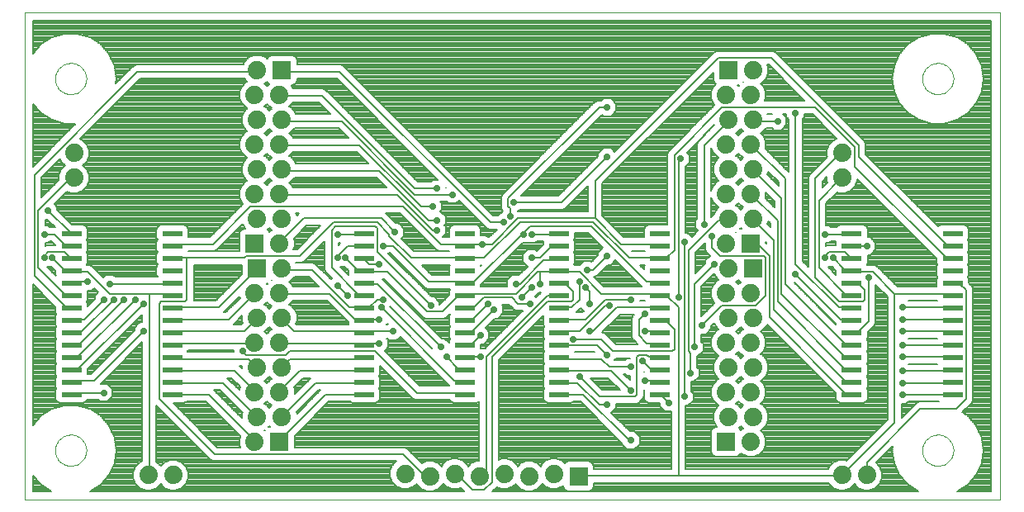
<source format=gtl>
G75*
G70*
%OFA0B0*%
%FSLAX24Y24*%
%IPPOS*%
%LPD*%
%AMOC8*
5,1,8,0,0,1.08239X$1,22.5*
%
%ADD10C,0.0000*%
%ADD11R,0.0740X0.0740*%
%ADD12C,0.0740*%
%ADD13R,0.0807X0.0236*%
%ADD14C,0.0080*%
%ADD15OC8,0.0240*%
D10*
X000190Y000180D02*
X039561Y000180D01*
X039561Y019865D01*
X000190Y019865D01*
X000190Y000180D01*
X001431Y002180D02*
X001433Y002230D01*
X001439Y002280D01*
X001449Y002329D01*
X001463Y002377D01*
X001480Y002424D01*
X001501Y002469D01*
X001526Y002513D01*
X001554Y002554D01*
X001586Y002593D01*
X001620Y002630D01*
X001657Y002664D01*
X001697Y002694D01*
X001739Y002721D01*
X001783Y002745D01*
X001829Y002766D01*
X001876Y002782D01*
X001924Y002795D01*
X001974Y002804D01*
X002023Y002809D01*
X002074Y002810D01*
X002124Y002807D01*
X002173Y002800D01*
X002222Y002789D01*
X002270Y002774D01*
X002316Y002756D01*
X002361Y002734D01*
X002404Y002708D01*
X002445Y002679D01*
X002484Y002647D01*
X002520Y002612D01*
X002552Y002574D01*
X002582Y002534D01*
X002609Y002491D01*
X002632Y002447D01*
X002651Y002401D01*
X002667Y002353D01*
X002679Y002304D01*
X002687Y002255D01*
X002691Y002205D01*
X002691Y002155D01*
X002687Y002105D01*
X002679Y002056D01*
X002667Y002007D01*
X002651Y001959D01*
X002632Y001913D01*
X002609Y001869D01*
X002582Y001826D01*
X002552Y001786D01*
X002520Y001748D01*
X002484Y001713D01*
X002445Y001681D01*
X002404Y001652D01*
X002361Y001626D01*
X002316Y001604D01*
X002270Y001586D01*
X002222Y001571D01*
X002173Y001560D01*
X002124Y001553D01*
X002074Y001550D01*
X002023Y001551D01*
X001974Y001556D01*
X001924Y001565D01*
X001876Y001578D01*
X001829Y001594D01*
X001783Y001615D01*
X001739Y001639D01*
X001697Y001666D01*
X001657Y001696D01*
X001620Y001730D01*
X001586Y001767D01*
X001554Y001806D01*
X001526Y001847D01*
X001501Y001891D01*
X001480Y001936D01*
X001463Y001983D01*
X001449Y002031D01*
X001439Y002080D01*
X001433Y002130D01*
X001431Y002180D01*
X001431Y017180D02*
X001433Y017230D01*
X001439Y017280D01*
X001449Y017329D01*
X001463Y017377D01*
X001480Y017424D01*
X001501Y017469D01*
X001526Y017513D01*
X001554Y017554D01*
X001586Y017593D01*
X001620Y017630D01*
X001657Y017664D01*
X001697Y017694D01*
X001739Y017721D01*
X001783Y017745D01*
X001829Y017766D01*
X001876Y017782D01*
X001924Y017795D01*
X001974Y017804D01*
X002023Y017809D01*
X002074Y017810D01*
X002124Y017807D01*
X002173Y017800D01*
X002222Y017789D01*
X002270Y017774D01*
X002316Y017756D01*
X002361Y017734D01*
X002404Y017708D01*
X002445Y017679D01*
X002484Y017647D01*
X002520Y017612D01*
X002552Y017574D01*
X002582Y017534D01*
X002609Y017491D01*
X002632Y017447D01*
X002651Y017401D01*
X002667Y017353D01*
X002679Y017304D01*
X002687Y017255D01*
X002691Y017205D01*
X002691Y017155D01*
X002687Y017105D01*
X002679Y017056D01*
X002667Y017007D01*
X002651Y016959D01*
X002632Y016913D01*
X002609Y016869D01*
X002582Y016826D01*
X002552Y016786D01*
X002520Y016748D01*
X002484Y016713D01*
X002445Y016681D01*
X002404Y016652D01*
X002361Y016626D01*
X002316Y016604D01*
X002270Y016586D01*
X002222Y016571D01*
X002173Y016560D01*
X002124Y016553D01*
X002074Y016550D01*
X002023Y016551D01*
X001974Y016556D01*
X001924Y016565D01*
X001876Y016578D01*
X001829Y016594D01*
X001783Y016615D01*
X001739Y016639D01*
X001697Y016666D01*
X001657Y016696D01*
X001620Y016730D01*
X001586Y016767D01*
X001554Y016806D01*
X001526Y016847D01*
X001501Y016891D01*
X001480Y016936D01*
X001463Y016983D01*
X001449Y017031D01*
X001439Y017080D01*
X001433Y017130D01*
X001431Y017180D01*
X036431Y017180D02*
X036433Y017230D01*
X036439Y017280D01*
X036449Y017329D01*
X036463Y017377D01*
X036480Y017424D01*
X036501Y017469D01*
X036526Y017513D01*
X036554Y017554D01*
X036586Y017593D01*
X036620Y017630D01*
X036657Y017664D01*
X036697Y017694D01*
X036739Y017721D01*
X036783Y017745D01*
X036829Y017766D01*
X036876Y017782D01*
X036924Y017795D01*
X036974Y017804D01*
X037023Y017809D01*
X037074Y017810D01*
X037124Y017807D01*
X037173Y017800D01*
X037222Y017789D01*
X037270Y017774D01*
X037316Y017756D01*
X037361Y017734D01*
X037404Y017708D01*
X037445Y017679D01*
X037484Y017647D01*
X037520Y017612D01*
X037552Y017574D01*
X037582Y017534D01*
X037609Y017491D01*
X037632Y017447D01*
X037651Y017401D01*
X037667Y017353D01*
X037679Y017304D01*
X037687Y017255D01*
X037691Y017205D01*
X037691Y017155D01*
X037687Y017105D01*
X037679Y017056D01*
X037667Y017007D01*
X037651Y016959D01*
X037632Y016913D01*
X037609Y016869D01*
X037582Y016826D01*
X037552Y016786D01*
X037520Y016748D01*
X037484Y016713D01*
X037445Y016681D01*
X037404Y016652D01*
X037361Y016626D01*
X037316Y016604D01*
X037270Y016586D01*
X037222Y016571D01*
X037173Y016560D01*
X037124Y016553D01*
X037074Y016550D01*
X037023Y016551D01*
X036974Y016556D01*
X036924Y016565D01*
X036876Y016578D01*
X036829Y016594D01*
X036783Y016615D01*
X036739Y016639D01*
X036697Y016666D01*
X036657Y016696D01*
X036620Y016730D01*
X036586Y016767D01*
X036554Y016806D01*
X036526Y016847D01*
X036501Y016891D01*
X036480Y016936D01*
X036463Y016983D01*
X036449Y017031D01*
X036439Y017080D01*
X036433Y017130D01*
X036431Y017180D01*
X036431Y002180D02*
X036433Y002230D01*
X036439Y002280D01*
X036449Y002329D01*
X036463Y002377D01*
X036480Y002424D01*
X036501Y002469D01*
X036526Y002513D01*
X036554Y002554D01*
X036586Y002593D01*
X036620Y002630D01*
X036657Y002664D01*
X036697Y002694D01*
X036739Y002721D01*
X036783Y002745D01*
X036829Y002766D01*
X036876Y002782D01*
X036924Y002795D01*
X036974Y002804D01*
X037023Y002809D01*
X037074Y002810D01*
X037124Y002807D01*
X037173Y002800D01*
X037222Y002789D01*
X037270Y002774D01*
X037316Y002756D01*
X037361Y002734D01*
X037404Y002708D01*
X037445Y002679D01*
X037484Y002647D01*
X037520Y002612D01*
X037552Y002574D01*
X037582Y002534D01*
X037609Y002491D01*
X037632Y002447D01*
X037651Y002401D01*
X037667Y002353D01*
X037679Y002304D01*
X037687Y002255D01*
X037691Y002205D01*
X037691Y002155D01*
X037687Y002105D01*
X037679Y002056D01*
X037667Y002007D01*
X037651Y001959D01*
X037632Y001913D01*
X037609Y001869D01*
X037582Y001826D01*
X037552Y001786D01*
X037520Y001748D01*
X037484Y001713D01*
X037445Y001681D01*
X037404Y001652D01*
X037361Y001626D01*
X037316Y001604D01*
X037270Y001586D01*
X037222Y001571D01*
X037173Y001560D01*
X037124Y001553D01*
X037074Y001550D01*
X037023Y001551D01*
X036974Y001556D01*
X036924Y001565D01*
X036876Y001578D01*
X036829Y001594D01*
X036783Y001615D01*
X036739Y001639D01*
X036697Y001666D01*
X036657Y001696D01*
X036620Y001730D01*
X036586Y001767D01*
X036554Y001806D01*
X036526Y001847D01*
X036501Y001891D01*
X036480Y001936D01*
X036463Y001983D01*
X036449Y002031D01*
X036439Y002080D01*
X036433Y002130D01*
X036431Y002180D01*
D11*
X028511Y002523D03*
X022561Y001130D03*
X010483Y002523D03*
X009583Y009523D03*
X009483Y010523D03*
X010583Y017523D03*
X028611Y017523D03*
X029511Y010523D03*
X029611Y009523D03*
D12*
X028611Y009523D03*
X028511Y010523D03*
X028611Y011523D03*
X029611Y011523D03*
X029511Y012523D03*
X028511Y012523D03*
X028611Y013523D03*
X029611Y013523D03*
X029511Y014523D03*
X028511Y014523D03*
X028611Y015523D03*
X029611Y015523D03*
X029511Y016523D03*
X028511Y016523D03*
X029611Y017523D03*
X033190Y014180D03*
X033190Y013180D03*
X029511Y008523D03*
X028511Y008523D03*
X028611Y007523D03*
X029611Y007523D03*
X029511Y006523D03*
X028511Y006523D03*
X028611Y005523D03*
X029611Y005523D03*
X029511Y004523D03*
X028511Y004523D03*
X028611Y003523D03*
X029611Y003523D03*
X029511Y002523D03*
X033190Y001180D03*
X034190Y001180D03*
X021561Y001230D03*
X020561Y001130D03*
X019561Y001230D03*
X018561Y001130D03*
X017561Y001230D03*
X016561Y001130D03*
X015561Y001230D03*
X010583Y003523D03*
X009583Y003523D03*
X009483Y004523D03*
X010483Y004523D03*
X010583Y005523D03*
X009583Y005523D03*
X009483Y006523D03*
X010483Y006523D03*
X010583Y007523D03*
X009583Y007523D03*
X009483Y008523D03*
X010483Y008523D03*
X010583Y009523D03*
X010483Y010523D03*
X010583Y011523D03*
X009583Y011523D03*
X009483Y012523D03*
X010483Y012523D03*
X010583Y013523D03*
X009583Y013523D03*
X009483Y014523D03*
X010483Y014523D03*
X010583Y015523D03*
X009583Y015523D03*
X009483Y016523D03*
X010483Y016523D03*
X009583Y017523D03*
X002190Y014180D03*
X002190Y013180D03*
X009483Y002523D03*
X006190Y001180D03*
X005190Y001180D03*
D13*
X006166Y004430D03*
X006166Y004930D03*
X006166Y005430D03*
X006166Y005930D03*
X006166Y006430D03*
X006166Y006930D03*
X006166Y007430D03*
X006166Y007930D03*
X006166Y008430D03*
X006166Y008930D03*
X006166Y009430D03*
X006166Y009930D03*
X006166Y010430D03*
X006166Y010930D03*
X002089Y010930D03*
X002089Y010430D03*
X002089Y009930D03*
X002089Y009430D03*
X002089Y008930D03*
X002089Y008430D03*
X002089Y007930D03*
X002089Y007430D03*
X002089Y006930D03*
X002089Y006430D03*
X002089Y005930D03*
X002089Y005430D03*
X002089Y004930D03*
X002089Y004430D03*
X013900Y004430D03*
X013900Y004930D03*
X013900Y005430D03*
X013900Y005930D03*
X013900Y006430D03*
X013900Y006930D03*
X013900Y007430D03*
X013900Y007930D03*
X013900Y008430D03*
X013900Y008930D03*
X013900Y009430D03*
X013900Y009930D03*
X013900Y010430D03*
X013900Y010930D03*
X017977Y010930D03*
X017977Y010430D03*
X017977Y009930D03*
X017977Y009430D03*
X017977Y008930D03*
X017977Y008430D03*
X017977Y007930D03*
X017977Y007430D03*
X017977Y006930D03*
X017977Y006430D03*
X017977Y005930D03*
X017977Y005430D03*
X017977Y004930D03*
X017977Y004430D03*
X021774Y004430D03*
X021774Y004930D03*
X021774Y005430D03*
X021774Y005930D03*
X021774Y006430D03*
X021774Y006930D03*
X021774Y007430D03*
X021774Y007930D03*
X021774Y008430D03*
X021774Y008930D03*
X021774Y009430D03*
X021774Y009930D03*
X021774Y010430D03*
X021774Y010930D03*
X025851Y010930D03*
X025851Y010430D03*
X025851Y009930D03*
X025851Y009430D03*
X025851Y008930D03*
X025851Y008430D03*
X025851Y007930D03*
X025851Y007430D03*
X025851Y006930D03*
X025851Y006430D03*
X025851Y005930D03*
X025851Y005430D03*
X025851Y004930D03*
X025851Y004430D03*
X033585Y004430D03*
X033585Y004930D03*
X033585Y005430D03*
X033585Y005930D03*
X033585Y006430D03*
X033585Y006930D03*
X033585Y007430D03*
X033585Y007930D03*
X033585Y008430D03*
X033585Y008930D03*
X033585Y009430D03*
X033585Y009930D03*
X033585Y010430D03*
X033585Y010930D03*
X037662Y010930D03*
X037662Y010430D03*
X037662Y009930D03*
X037662Y009430D03*
X037662Y008930D03*
X037662Y008430D03*
X037662Y007930D03*
X037662Y007430D03*
X037662Y006930D03*
X037662Y006430D03*
X037662Y005930D03*
X037662Y005430D03*
X037662Y004930D03*
X037662Y004430D03*
D14*
X037630Y004420D01*
X035630Y004420D01*
X035030Y004419D02*
X034229Y004419D01*
X034229Y004341D02*
X035030Y004341D01*
X035030Y004262D02*
X034228Y004262D01*
X034229Y004264D02*
X034229Y004596D01*
X034194Y004680D01*
X034229Y004764D01*
X034229Y005096D01*
X034194Y005180D01*
X034229Y005264D01*
X034229Y005596D01*
X034194Y005680D01*
X034229Y005764D01*
X034229Y006096D01*
X034194Y006180D01*
X034229Y006264D01*
X034229Y006596D01*
X034194Y006680D01*
X034229Y006764D01*
X034229Y006942D01*
X034429Y007143D01*
X034508Y007221D01*
X034550Y007324D01*
X035030Y007324D01*
X035030Y007402D02*
X034550Y007402D01*
X034550Y007324D02*
X034550Y008864D01*
X035030Y008384D01*
X035030Y003416D01*
X033377Y001763D01*
X033312Y001790D01*
X033069Y001790D01*
X032845Y001697D01*
X032673Y001526D01*
X032630Y001420D01*
X026870Y001420D01*
X026870Y003980D01*
X026980Y003980D01*
X027190Y004191D01*
X027190Y004489D01*
X027110Y004569D01*
X027110Y004940D01*
X027220Y004940D01*
X027430Y005151D01*
X027430Y005449D01*
X027350Y005529D01*
X027350Y005980D01*
X027380Y005980D01*
X027590Y006191D01*
X027590Y006489D01*
X027510Y006569D01*
X027510Y006860D01*
X027700Y006860D01*
X027910Y007071D01*
X027910Y007184D01*
X028038Y007311D01*
X028093Y007177D01*
X028212Y007059D01*
X028165Y007040D01*
X027993Y006868D01*
X027901Y006644D01*
X027901Y006401D01*
X027993Y006177D01*
X028165Y006005D01*
X028212Y005986D01*
X028093Y005868D01*
X028001Y005644D01*
X028001Y005401D01*
X028093Y005177D01*
X028212Y005059D01*
X028165Y005040D01*
X027993Y004868D01*
X027901Y004644D01*
X027901Y004401D01*
X027993Y004177D01*
X028165Y004005D01*
X028212Y003986D01*
X028093Y003868D01*
X028001Y003644D01*
X028001Y003401D01*
X028093Y003177D01*
X028138Y003133D01*
X028093Y003133D01*
X028005Y003096D01*
X027937Y003028D01*
X027901Y002940D01*
X027901Y002105D01*
X027937Y002017D01*
X028005Y001949D01*
X028093Y001913D01*
X028928Y001913D01*
X029017Y001949D01*
X029084Y002017D01*
X029104Y002066D01*
X029165Y002005D01*
X029389Y001913D01*
X029632Y001913D01*
X029856Y002005D01*
X030028Y002177D01*
X030121Y002401D01*
X030121Y002644D01*
X030028Y002868D01*
X029910Y002986D01*
X029956Y003005D01*
X030128Y003177D01*
X030221Y003401D01*
X030221Y003644D01*
X030128Y003868D01*
X029956Y004040D01*
X029910Y004059D01*
X030028Y004177D01*
X030121Y004401D01*
X030121Y004644D01*
X030028Y004868D01*
X029910Y004986D01*
X029956Y005005D01*
X030128Y005177D01*
X030221Y005401D01*
X030221Y005644D01*
X030128Y005868D01*
X029956Y006040D01*
X029910Y006059D01*
X030028Y006177D01*
X030121Y006401D01*
X030121Y006644D01*
X030028Y006868D01*
X029910Y006986D01*
X029956Y007005D01*
X030128Y007177D01*
X030160Y007255D01*
X032942Y004473D01*
X032942Y004264D01*
X032978Y004176D01*
X033046Y004108D01*
X033134Y004072D01*
X034037Y004072D01*
X034125Y004108D01*
X034192Y004176D01*
X034229Y004264D01*
X034196Y004184D02*
X035030Y004184D01*
X035030Y004105D02*
X034117Y004105D01*
X034229Y004498D02*
X035030Y004498D01*
X035030Y004576D02*
X034229Y004576D01*
X034205Y004655D02*
X035030Y004655D01*
X035030Y004733D02*
X034216Y004733D01*
X034229Y004812D02*
X035030Y004812D01*
X035030Y004890D02*
X034229Y004890D01*
X034229Y004969D02*
X035030Y004969D01*
X035030Y005047D02*
X034229Y005047D01*
X034217Y005126D02*
X035030Y005126D01*
X035030Y005204D02*
X034204Y005204D01*
X034229Y005283D02*
X035030Y005283D01*
X035030Y005361D02*
X034229Y005361D01*
X034229Y005440D02*
X035030Y005440D01*
X035030Y005518D02*
X034229Y005518D01*
X034229Y005597D02*
X035030Y005597D01*
X035030Y005675D02*
X034196Y005675D01*
X034225Y005754D02*
X035030Y005754D01*
X035030Y005832D02*
X034229Y005832D01*
X034229Y005911D02*
X035030Y005911D01*
X035030Y005989D02*
X034229Y005989D01*
X034229Y006068D02*
X035030Y006068D01*
X035030Y006146D02*
X034208Y006146D01*
X034213Y006225D02*
X035030Y006225D01*
X035030Y006303D02*
X034229Y006303D01*
X034229Y006382D02*
X035030Y006382D01*
X035030Y006460D02*
X034229Y006460D01*
X034229Y006539D02*
X035030Y006539D01*
X035030Y006617D02*
X034220Y006617D01*
X034201Y006696D02*
X035030Y006696D01*
X035030Y006774D02*
X034229Y006774D01*
X034229Y006853D02*
X035030Y006853D01*
X035030Y006931D02*
X034229Y006931D01*
X034296Y007010D02*
X035030Y007010D01*
X035030Y007088D02*
X034374Y007088D01*
X034453Y007167D02*
X035030Y007167D01*
X035030Y007245D02*
X034518Y007245D01*
X034550Y007481D02*
X035030Y007481D01*
X035030Y007559D02*
X034550Y007559D01*
X034550Y007638D02*
X035030Y007638D01*
X035030Y007716D02*
X034550Y007716D01*
X034550Y007795D02*
X035030Y007795D01*
X035030Y007873D02*
X034550Y007873D01*
X034550Y007952D02*
X035030Y007952D01*
X035030Y008030D02*
X034550Y008030D01*
X034550Y008109D02*
X035030Y008109D01*
X035030Y008187D02*
X034550Y008187D01*
X034550Y008266D02*
X035030Y008266D01*
X035030Y008344D02*
X034550Y008344D01*
X034550Y008423D02*
X034992Y008423D01*
X034913Y008501D02*
X034550Y008501D01*
X034550Y008580D02*
X034835Y008580D01*
X034756Y008658D02*
X034550Y008658D01*
X034550Y008737D02*
X034678Y008737D01*
X034599Y008815D02*
X034550Y008815D01*
X034110Y008660D02*
X033870Y008900D01*
X033630Y008900D01*
X033585Y008930D01*
X034110Y008660D02*
X034110Y008260D01*
X034030Y008180D01*
X033070Y008180D01*
X032110Y009140D01*
X032110Y013140D01*
X033150Y014180D01*
X033190Y014180D01*
X033710Y014420D02*
X032110Y016020D01*
X028350Y016020D01*
X026430Y014100D01*
X026430Y010260D01*
X026110Y009940D01*
X025870Y009940D01*
X025851Y009930D01*
X025790Y009940D01*
X024590Y009940D01*
X023150Y011380D01*
X020190Y011380D01*
X018750Y009940D01*
X018030Y009940D01*
X017977Y009930D01*
X017950Y009940D01*
X015790Y009940D01*
X014910Y010820D01*
X014910Y010900D01*
X014430Y011380D01*
X012670Y011380D01*
X011310Y010020D01*
X009150Y010020D01*
X009070Y009940D01*
X006750Y009940D01*
X006750Y008260D01*
X006670Y008180D01*
X005710Y008180D01*
X005630Y008100D01*
X005630Y004260D01*
X007870Y002020D01*
X015470Y002020D01*
X016350Y001140D01*
X016510Y001140D01*
X016561Y001130D01*
X016024Y000831D02*
X016043Y000784D01*
X016215Y000613D01*
X016439Y000520D01*
X016682Y000520D01*
X016906Y000613D01*
X017078Y000784D01*
X017097Y000831D01*
X017215Y000713D01*
X017439Y000620D01*
X017682Y000620D01*
X017790Y000665D01*
X017935Y000520D01*
X002846Y000520D01*
X003266Y000789D01*
X003266Y000789D01*
X003266Y000789D01*
X003608Y001185D01*
X003826Y001662D01*
X003901Y002180D01*
X003826Y002698D01*
X003826Y002698D01*
X003608Y003175D01*
X003266Y003571D01*
X002825Y003854D01*
X002322Y004001D01*
X001799Y004001D01*
X001296Y003854D01*
X000856Y003571D01*
X000856Y003571D01*
X000856Y003571D01*
X000530Y003195D01*
X000530Y008884D01*
X001446Y007969D01*
X001446Y007764D01*
X001481Y007680D01*
X001446Y007596D01*
X001446Y007264D01*
X001481Y007180D01*
X001446Y007096D01*
X001446Y006764D01*
X001481Y006680D01*
X001446Y006596D01*
X001446Y006264D01*
X001481Y006180D01*
X001446Y006096D01*
X001446Y005764D01*
X001481Y005680D01*
X001446Y005596D01*
X001446Y005264D01*
X001481Y005180D01*
X001446Y005096D01*
X001446Y004764D01*
X001481Y004680D01*
X001446Y004596D01*
X001446Y004264D01*
X001482Y004176D01*
X001550Y004108D01*
X001638Y004072D01*
X002541Y004072D01*
X002629Y004108D01*
X002696Y004176D01*
X002715Y004220D01*
X003161Y004220D01*
X003241Y004140D01*
X003540Y004140D01*
X003750Y004351D01*
X003750Y004649D01*
X003540Y004860D01*
X003266Y004860D01*
X004950Y006544D01*
X004950Y001741D01*
X004845Y001697D01*
X004673Y001526D01*
X004580Y001301D01*
X004580Y001059D01*
X004673Y000834D01*
X004845Y000663D01*
X005069Y000570D01*
X005312Y000570D01*
X005536Y000663D01*
X005690Y000817D01*
X005845Y000663D01*
X006069Y000570D01*
X006312Y000570D01*
X006536Y000663D01*
X006708Y000834D01*
X006800Y001059D01*
X006800Y001301D01*
X006708Y001526D01*
X006536Y001697D01*
X006312Y001790D01*
X006069Y001790D01*
X005845Y001697D01*
X005690Y001543D01*
X005536Y001697D01*
X005510Y001708D01*
X005510Y003984D01*
X007712Y001783D01*
X007815Y001740D01*
X015208Y001740D01*
X015043Y001576D01*
X014951Y001351D01*
X014951Y001109D01*
X015043Y000884D01*
X015215Y000713D01*
X015439Y000620D01*
X015682Y000620D01*
X015906Y000713D01*
X016024Y000831D01*
X016034Y000808D02*
X016001Y000808D01*
X015923Y000730D02*
X016098Y000730D01*
X016177Y000651D02*
X015757Y000651D01*
X015364Y000651D02*
X006507Y000651D01*
X006603Y000730D02*
X015198Y000730D01*
X015120Y000808D02*
X006681Y000808D01*
X006729Y000887D02*
X015043Y000887D01*
X015010Y000965D02*
X006762Y000965D01*
X006794Y001044D02*
X014978Y001044D01*
X014951Y001122D02*
X006800Y001122D01*
X006800Y001201D02*
X014951Y001201D01*
X014951Y001279D02*
X006800Y001279D01*
X006777Y001358D02*
X014953Y001358D01*
X014986Y001436D02*
X006745Y001436D01*
X006712Y001515D02*
X015018Y001515D01*
X015061Y001593D02*
X006640Y001593D01*
X006562Y001672D02*
X015139Y001672D01*
X015708Y002179D02*
X015629Y002257D01*
X015526Y002300D01*
X011093Y002300D01*
X011093Y002767D01*
X012466Y004140D01*
X013329Y004140D01*
X013361Y004108D01*
X013449Y004072D01*
X014352Y004072D01*
X014440Y004108D01*
X014507Y004176D01*
X014544Y004264D01*
X014544Y004596D01*
X014509Y004680D01*
X014544Y004764D01*
X014544Y005096D01*
X014509Y005180D01*
X014544Y005264D01*
X014544Y005591D01*
X015872Y004263D01*
X015975Y004220D01*
X017351Y004220D01*
X017370Y004176D01*
X017437Y004108D01*
X017525Y004072D01*
X018428Y004072D01*
X018516Y004108D01*
X018550Y004143D01*
X018550Y001740D01*
X018439Y001740D01*
X018215Y001647D01*
X018097Y001529D01*
X018078Y001576D01*
X017906Y001747D01*
X017682Y001840D01*
X017439Y001840D01*
X017215Y001747D01*
X017043Y001576D01*
X017024Y001529D01*
X016906Y001647D01*
X016682Y001740D01*
X016439Y001740D01*
X016232Y001654D01*
X015708Y002179D01*
X015744Y002143D02*
X018550Y002143D01*
X018550Y002221D02*
X015665Y002221D01*
X015527Y002300D02*
X018550Y002300D01*
X018550Y002378D02*
X011093Y002378D01*
X011093Y002457D02*
X018550Y002457D01*
X018550Y002535D02*
X011093Y002535D01*
X011093Y002614D02*
X018550Y002614D01*
X018550Y002692D02*
X011093Y002692D01*
X011097Y002771D02*
X018550Y002771D01*
X018550Y002849D02*
X011175Y002849D01*
X011254Y002928D02*
X018550Y002928D01*
X018550Y003006D02*
X011332Y003006D01*
X011411Y003085D02*
X018550Y003085D01*
X018550Y003163D02*
X011489Y003163D01*
X011568Y003242D02*
X018550Y003242D01*
X018550Y003320D02*
X011646Y003320D01*
X011725Y003399D02*
X018550Y003399D01*
X018550Y003477D02*
X011803Y003477D01*
X011882Y003556D02*
X018550Y003556D01*
X018550Y003634D02*
X011960Y003634D01*
X012039Y003713D02*
X018550Y003713D01*
X018550Y003791D02*
X012117Y003791D01*
X012196Y003870D02*
X018550Y003870D01*
X018550Y003948D02*
X012274Y003948D01*
X012353Y004027D02*
X018550Y004027D01*
X018550Y004105D02*
X018508Y004105D01*
X017977Y004430D02*
X017950Y004500D01*
X016030Y004500D01*
X014350Y006180D01*
X010910Y006180D01*
X010750Y006020D01*
X009150Y006020D01*
X008990Y006180D01*
X008630Y006146D02*
X006788Y006146D01*
X006791Y006140D02*
X006774Y006180D01*
X006791Y006220D01*
X008630Y006220D01*
X008630Y006140D01*
X006791Y006140D01*
X006166Y005930D02*
X006190Y005860D01*
X009230Y005860D01*
X009550Y005540D01*
X009583Y005523D01*
X008973Y005518D02*
X008928Y005518D01*
X008973Y005473D02*
X008866Y005580D01*
X008973Y005580D01*
X008973Y005473D01*
X008670Y005380D02*
X009470Y004580D01*
X009483Y004523D01*
X008913Y004741D02*
X008873Y004644D01*
X008873Y004613D01*
X008386Y005100D01*
X008555Y005100D01*
X008913Y004741D01*
X008910Y004733D02*
X008753Y004733D01*
X008675Y004812D02*
X008843Y004812D01*
X008764Y004890D02*
X008596Y004890D01*
X008518Y004969D02*
X008686Y004969D01*
X008607Y005047D02*
X008439Y005047D01*
X008190Y004900D02*
X009550Y003540D01*
X009583Y003523D01*
X010020Y003948D02*
X010146Y003948D01*
X010184Y003986D02*
X010083Y003885D01*
X009929Y004040D01*
X009882Y004059D01*
X009983Y004160D01*
X010137Y004005D01*
X010184Y003986D01*
X010116Y004027D02*
X009942Y004027D01*
X009928Y004105D02*
X010038Y004105D01*
X010483Y004523D02*
X010510Y004580D01*
X011310Y005380D01*
X013870Y005380D01*
X013900Y005430D01*
X013870Y005860D02*
X013900Y005930D01*
X013870Y005860D02*
X010910Y005860D01*
X010590Y005540D01*
X010583Y005523D01*
X010184Y005059D02*
X010137Y005040D01*
X009983Y004885D01*
X009882Y004986D01*
X009929Y005005D01*
X010083Y005160D01*
X010184Y005059D01*
X010155Y005047D02*
X009970Y005047D01*
X009900Y004969D02*
X010066Y004969D01*
X009988Y004890D02*
X009978Y004890D01*
X010049Y005126D02*
X010117Y005126D01*
X011057Y004731D02*
X011426Y005100D01*
X011755Y005100D01*
X011093Y004438D01*
X011093Y004644D01*
X011057Y004731D01*
X011059Y004733D02*
X011388Y004733D01*
X011466Y004812D02*
X011138Y004812D01*
X011216Y004890D02*
X011545Y004890D01*
X011623Y004969D02*
X011295Y004969D01*
X011373Y005047D02*
X011702Y005047D01*
X011950Y004900D02*
X010590Y003540D01*
X010583Y003523D01*
X011163Y003716D02*
X012066Y004620D01*
X012155Y004620D01*
X011189Y003654D01*
X011163Y003716D01*
X011165Y003713D02*
X011247Y003713D01*
X011237Y003791D02*
X011326Y003791D01*
X011316Y003870D02*
X011404Y003870D01*
X011394Y003948D02*
X011483Y003948D01*
X011473Y004027D02*
X011561Y004027D01*
X011551Y004105D02*
X011640Y004105D01*
X011630Y004184D02*
X011718Y004184D01*
X011708Y004262D02*
X011797Y004262D01*
X011787Y004341D02*
X011875Y004341D01*
X011865Y004419D02*
X011954Y004419D01*
X011944Y004498D02*
X012032Y004498D01*
X012022Y004576D02*
X012111Y004576D01*
X012350Y004420D02*
X010510Y002580D01*
X010483Y002523D01*
X009889Y002979D02*
X009882Y002986D01*
X009894Y002991D01*
X009889Y002979D01*
X010049Y003126D02*
X010083Y003160D01*
X010110Y003133D01*
X010065Y003133D01*
X010049Y003126D01*
X009470Y002580D02*
X009483Y002523D01*
X009470Y002580D02*
X007630Y004420D01*
X006190Y004420D01*
X006166Y004430D01*
X006215Y004072D02*
X006617Y004072D01*
X006705Y004108D01*
X006737Y004140D01*
X007515Y004140D01*
X008913Y002741D01*
X008873Y002644D01*
X008873Y002401D01*
X008915Y002300D01*
X007986Y002300D01*
X006215Y004072D01*
X006260Y004027D02*
X007628Y004027D01*
X007549Y004105D02*
X006697Y004105D01*
X006417Y003870D02*
X007785Y003870D01*
X007706Y003948D02*
X006338Y003948D01*
X006495Y003791D02*
X007863Y003791D01*
X007942Y003713D02*
X006574Y003713D01*
X006652Y003634D02*
X008020Y003634D01*
X008099Y003556D02*
X006731Y003556D01*
X006809Y003477D02*
X008177Y003477D01*
X008256Y003399D02*
X006888Y003399D01*
X006966Y003320D02*
X008334Y003320D01*
X008413Y003242D02*
X007045Y003242D01*
X007123Y003163D02*
X008491Y003163D01*
X008570Y003085D02*
X007202Y003085D01*
X007280Y003006D02*
X008648Y003006D01*
X008727Y002928D02*
X007359Y002928D01*
X007437Y002849D02*
X008805Y002849D01*
X008884Y002771D02*
X007516Y002771D01*
X007594Y002692D02*
X008893Y002692D01*
X008873Y002614D02*
X007673Y002614D01*
X007751Y002535D02*
X008873Y002535D01*
X008873Y002457D02*
X007830Y002457D01*
X007908Y002378D02*
X008883Y002378D01*
X007791Y001750D02*
X006408Y001750D01*
X005973Y001750D02*
X005510Y001750D01*
X005510Y001829D02*
X007666Y001829D01*
X007587Y001907D02*
X005510Y001907D01*
X005510Y001986D02*
X007509Y001986D01*
X007430Y002064D02*
X005510Y002064D01*
X005510Y002143D02*
X007352Y002143D01*
X007273Y002221D02*
X005510Y002221D01*
X005510Y002300D02*
X007195Y002300D01*
X007116Y002378D02*
X005510Y002378D01*
X005510Y002457D02*
X007038Y002457D01*
X006959Y002535D02*
X005510Y002535D01*
X005510Y002614D02*
X006881Y002614D01*
X006802Y002692D02*
X005510Y002692D01*
X005510Y002771D02*
X006724Y002771D01*
X006645Y002849D02*
X005510Y002849D01*
X005510Y002928D02*
X006567Y002928D01*
X006488Y003006D02*
X005510Y003006D01*
X005510Y003085D02*
X006410Y003085D01*
X006331Y003163D02*
X005510Y003163D01*
X005510Y003242D02*
X006253Y003242D01*
X006174Y003320D02*
X005510Y003320D01*
X005510Y003399D02*
X006096Y003399D01*
X006017Y003477D02*
X005510Y003477D01*
X005510Y003556D02*
X005939Y003556D01*
X005860Y003634D02*
X005510Y003634D01*
X005510Y003713D02*
X005782Y003713D01*
X005703Y003791D02*
X005510Y003791D01*
X005510Y003870D02*
X005625Y003870D01*
X005546Y003948D02*
X005510Y003948D01*
X004950Y003948D02*
X002504Y003948D01*
X002621Y004105D02*
X004950Y004105D01*
X004950Y004027D02*
X000530Y004027D01*
X000530Y004105D02*
X001558Y004105D01*
X001479Y004184D02*
X000530Y004184D01*
X000530Y004262D02*
X001447Y004262D01*
X001446Y004341D02*
X000530Y004341D01*
X000530Y004419D02*
X001446Y004419D01*
X001446Y004498D02*
X000530Y004498D01*
X000530Y004576D02*
X001446Y004576D01*
X001470Y004655D02*
X000530Y004655D01*
X000530Y004733D02*
X001459Y004733D01*
X001446Y004812D02*
X000530Y004812D01*
X000530Y004890D02*
X001446Y004890D01*
X001446Y004969D02*
X000530Y004969D01*
X000530Y005047D02*
X001446Y005047D01*
X001458Y005126D02*
X000530Y005126D01*
X000530Y005204D02*
X001471Y005204D01*
X001446Y005283D02*
X000530Y005283D01*
X000530Y005361D02*
X001446Y005361D01*
X001446Y005440D02*
X000530Y005440D01*
X000530Y005518D02*
X001446Y005518D01*
X001446Y005597D02*
X000530Y005597D01*
X000530Y005675D02*
X001479Y005675D01*
X001450Y005754D02*
X000530Y005754D01*
X000530Y005832D02*
X001446Y005832D01*
X001446Y005911D02*
X000530Y005911D01*
X000530Y005989D02*
X001446Y005989D01*
X001446Y006068D02*
X000530Y006068D01*
X000530Y006146D02*
X001467Y006146D01*
X001462Y006225D02*
X000530Y006225D01*
X000530Y006303D02*
X001446Y006303D01*
X001446Y006382D02*
X000530Y006382D01*
X000530Y006460D02*
X001446Y006460D01*
X001446Y006539D02*
X000530Y006539D01*
X000530Y006617D02*
X001455Y006617D01*
X001474Y006696D02*
X000530Y006696D01*
X000530Y006774D02*
X001446Y006774D01*
X001446Y006853D02*
X000530Y006853D01*
X000530Y006931D02*
X001446Y006931D01*
X001446Y007010D02*
X000530Y007010D01*
X000530Y007088D02*
X001446Y007088D01*
X001475Y007167D02*
X000530Y007167D01*
X000530Y007245D02*
X001454Y007245D01*
X001446Y007324D02*
X000530Y007324D01*
X000530Y007402D02*
X001446Y007402D01*
X001446Y007481D02*
X000530Y007481D01*
X000530Y007559D02*
X001446Y007559D01*
X001463Y007638D02*
X000530Y007638D01*
X000530Y007716D02*
X001466Y007716D01*
X001446Y007795D02*
X000530Y007795D01*
X000530Y007873D02*
X001446Y007873D01*
X001446Y007952D02*
X000530Y007952D01*
X000530Y008030D02*
X001384Y008030D01*
X001306Y008109D02*
X000530Y008109D01*
X000530Y008187D02*
X001227Y008187D01*
X001149Y008266D02*
X000530Y008266D01*
X000530Y008344D02*
X001070Y008344D01*
X000992Y008423D02*
X000530Y008423D01*
X000530Y008501D02*
X000913Y008501D01*
X000835Y008580D02*
X000530Y008580D01*
X000530Y008658D02*
X000756Y008658D01*
X000678Y008737D02*
X000530Y008737D01*
X000530Y008815D02*
X000599Y008815D01*
X000590Y009220D02*
X000590Y013300D01*
X004750Y017460D01*
X009550Y017460D01*
X009583Y017523D01*
X009023Y017764D02*
X003796Y017764D01*
X003826Y017698D02*
X003608Y018175D01*
X003266Y018571D01*
X002825Y018854D01*
X002322Y019001D01*
X001799Y019001D01*
X001296Y018854D01*
X000856Y018571D01*
X000856Y018571D01*
X000856Y018571D01*
X000530Y018195D01*
X000530Y019525D01*
X039221Y019525D01*
X039221Y000520D01*
X037846Y000520D01*
X038266Y000789D01*
X038266Y000789D01*
X038266Y000789D01*
X038608Y001185D01*
X038826Y001662D01*
X038901Y002180D01*
X038826Y002698D01*
X038826Y002698D01*
X038608Y003175D01*
X038266Y003571D01*
X038041Y003715D01*
X038428Y004101D01*
X038470Y004204D01*
X038470Y008716D01*
X038428Y008819D01*
X038349Y008897D01*
X038305Y008941D01*
X038305Y009096D01*
X038270Y009180D01*
X038305Y009264D01*
X038305Y009596D01*
X038270Y009680D01*
X038305Y009764D01*
X038305Y010096D01*
X038270Y010180D01*
X038305Y010264D01*
X038305Y010596D01*
X038270Y010680D01*
X038305Y010764D01*
X038305Y011096D01*
X038269Y011184D01*
X038201Y011252D01*
X038113Y011288D01*
X037210Y011288D01*
X037122Y011252D01*
X037079Y011208D01*
X034150Y014136D01*
X034150Y014556D01*
X034108Y014659D01*
X030588Y018179D01*
X030509Y018257D01*
X030406Y018300D01*
X028135Y018300D01*
X028032Y018257D01*
X024007Y014233D01*
X023860Y014380D01*
X023561Y014380D01*
X023350Y014169D01*
X023350Y014056D01*
X021755Y012460D01*
X020226Y012460D01*
X023494Y015727D01*
X023561Y015660D01*
X023860Y015660D01*
X024070Y015871D01*
X024070Y016169D01*
X023860Y016380D01*
X023561Y016380D01*
X023481Y016300D01*
X023335Y016300D01*
X023232Y016257D01*
X023153Y016179D01*
X019473Y012499D01*
X019430Y012396D01*
X019430Y011964D01*
X019473Y011861D01*
X019498Y011837D01*
X019430Y011769D01*
X019430Y011740D01*
X019401Y011740D01*
X019321Y011660D01*
X019106Y011660D01*
X013148Y017619D01*
X013069Y017697D01*
X012966Y017740D01*
X011193Y017740D01*
X011193Y017940D01*
X011156Y018028D01*
X011089Y018096D01*
X011001Y018133D01*
X010165Y018133D01*
X010077Y018096D01*
X010010Y018028D01*
X009989Y017979D01*
X009929Y018040D01*
X009704Y018133D01*
X009462Y018133D01*
X009237Y018040D01*
X009066Y017868D01*
X009013Y017740D01*
X004695Y017740D01*
X004592Y017697D01*
X004513Y017619D01*
X003871Y016977D01*
X003901Y017180D01*
X003826Y017698D01*
X003828Y017686D02*
X004580Y017686D01*
X004502Y017607D02*
X003839Y017607D01*
X003850Y017529D02*
X004423Y017529D01*
X004345Y017450D02*
X003862Y017450D01*
X003873Y017372D02*
X004266Y017372D01*
X004188Y017293D02*
X003884Y017293D01*
X003896Y017215D02*
X004109Y017215D01*
X004031Y017136D02*
X003894Y017136D01*
X003883Y017058D02*
X003952Y017058D01*
X003874Y016979D02*
X003872Y016979D01*
X004352Y016665D02*
X008882Y016665D01*
X008873Y016644D02*
X008873Y016401D01*
X008966Y016177D01*
X009137Y016005D01*
X009184Y015986D01*
X009066Y015868D01*
X008973Y015644D01*
X008973Y015401D01*
X009066Y015177D01*
X009184Y015059D01*
X009137Y015040D01*
X008966Y014868D01*
X008873Y014644D01*
X008873Y014401D01*
X008966Y014177D01*
X009137Y014005D01*
X009184Y013986D01*
X009066Y013868D01*
X008973Y013644D01*
X008973Y013401D01*
X009066Y013177D01*
X009184Y013059D01*
X009137Y013040D01*
X008966Y012868D01*
X008873Y012644D01*
X008873Y012401D01*
X008966Y012177D01*
X009019Y012124D01*
X007675Y010780D01*
X006809Y010780D01*
X006809Y011096D01*
X006773Y011184D01*
X006705Y011252D01*
X006617Y011288D01*
X005714Y011288D01*
X005626Y011252D01*
X005559Y011184D01*
X005522Y011096D01*
X005522Y010764D01*
X005557Y010680D01*
X005522Y010596D01*
X005522Y010264D01*
X005557Y010180D01*
X005522Y010096D01*
X005522Y009764D01*
X005557Y009680D01*
X005522Y009596D01*
X005522Y009264D01*
X005557Y009180D01*
X003860Y009180D01*
X003780Y009260D01*
X003481Y009260D01*
X003374Y009153D01*
X002988Y009539D01*
X002909Y009617D01*
X002806Y009660D01*
X002706Y009660D01*
X002698Y009680D01*
X002733Y009764D01*
X002733Y010096D01*
X002698Y010180D01*
X002733Y010264D01*
X002733Y010596D01*
X002698Y010680D01*
X002733Y010764D01*
X002733Y011096D01*
X002696Y011184D01*
X002629Y011252D01*
X002541Y011288D01*
X002118Y011288D01*
X001510Y011896D01*
X001510Y012009D01*
X001403Y012117D01*
X001919Y012632D01*
X002069Y012570D01*
X002312Y012570D01*
X002536Y012663D01*
X002708Y012834D01*
X002800Y013059D01*
X002800Y013301D01*
X002708Y013526D01*
X002553Y013680D01*
X002708Y013834D01*
X002800Y014059D01*
X002800Y014301D01*
X002708Y014526D01*
X002536Y014697D01*
X002428Y014742D01*
X004866Y017180D01*
X009065Y017180D01*
X009066Y017177D01*
X009184Y017059D01*
X009137Y017040D01*
X008966Y016868D01*
X008873Y016644D01*
X008873Y016587D02*
X004273Y016587D01*
X004195Y016508D02*
X008873Y016508D01*
X008873Y016430D02*
X004116Y016430D01*
X004038Y016351D02*
X008894Y016351D01*
X008926Y016273D02*
X003959Y016273D01*
X003881Y016194D02*
X008959Y016194D01*
X009027Y016116D02*
X003802Y016116D01*
X003724Y016037D02*
X009106Y016037D01*
X009156Y015959D02*
X003645Y015959D01*
X003567Y015880D02*
X009078Y015880D01*
X009038Y015802D02*
X003488Y015802D01*
X003410Y015723D02*
X009006Y015723D01*
X008973Y015645D02*
X003331Y015645D01*
X003253Y015566D02*
X008973Y015566D01*
X008973Y015488D02*
X003174Y015488D01*
X003096Y015409D02*
X008973Y015409D01*
X009002Y015331D02*
X003017Y015331D01*
X002939Y015252D02*
X009035Y015252D01*
X009069Y015174D02*
X002860Y015174D01*
X002782Y015095D02*
X009148Y015095D01*
X009114Y015017D02*
X002703Y015017D01*
X002625Y014938D02*
X009036Y014938D01*
X008962Y014860D02*
X002546Y014860D01*
X002468Y014781D02*
X008930Y014781D01*
X008897Y014703D02*
X002523Y014703D01*
X002609Y014624D02*
X008873Y014624D01*
X008873Y014546D02*
X002688Y014546D01*
X002732Y014467D02*
X008873Y014467D01*
X008878Y014389D02*
X002764Y014389D01*
X002797Y014310D02*
X008911Y014310D01*
X008943Y014232D02*
X002800Y014232D01*
X002800Y014153D02*
X008990Y014153D01*
X009068Y014075D02*
X002800Y014075D01*
X002775Y013996D02*
X009160Y013996D01*
X009115Y013918D02*
X002742Y013918D01*
X002710Y013839D02*
X009054Y013839D01*
X009021Y013761D02*
X002634Y013761D01*
X002555Y013682D02*
X008989Y013682D01*
X008973Y013604D02*
X002630Y013604D01*
X002708Y013525D02*
X008973Y013525D01*
X008973Y013447D02*
X002740Y013447D01*
X002773Y013368D02*
X008987Y013368D01*
X009019Y013290D02*
X002800Y013290D01*
X002800Y013211D02*
X009052Y013211D01*
X009110Y013133D02*
X002800Y013133D01*
X002799Y013054D02*
X009172Y013054D01*
X009073Y012976D02*
X002766Y012976D01*
X002734Y012897D02*
X008995Y012897D01*
X008945Y012819D02*
X002692Y012819D01*
X002613Y012740D02*
X008913Y012740D01*
X008880Y012662D02*
X002533Y012662D01*
X002343Y012583D02*
X008873Y012583D01*
X008873Y012505D02*
X001791Y012505D01*
X001869Y012583D02*
X002038Y012583D01*
X001712Y012426D02*
X008873Y012426D01*
X008895Y012348D02*
X001634Y012348D01*
X001555Y012269D02*
X008928Y012269D01*
X008960Y012191D02*
X001477Y012191D01*
X001408Y012112D02*
X009007Y012112D01*
X008928Y012034D02*
X001486Y012034D01*
X001510Y011955D02*
X008850Y011955D01*
X008771Y011877D02*
X001530Y011877D01*
X001608Y011798D02*
X008693Y011798D01*
X008614Y011720D02*
X001687Y011720D01*
X001765Y011641D02*
X008536Y011641D01*
X008457Y011563D02*
X001844Y011563D01*
X001922Y011484D02*
X008379Y011484D01*
X008300Y011406D02*
X002001Y011406D01*
X002079Y011327D02*
X008222Y011327D01*
X008143Y011249D02*
X006708Y011249D01*
X006778Y011170D02*
X008065Y011170D01*
X007986Y011092D02*
X006809Y011092D01*
X006809Y011013D02*
X007908Y011013D01*
X007829Y010935D02*
X006809Y010935D01*
X006809Y010856D02*
X007751Y010856D01*
X007790Y010500D02*
X009310Y012020D01*
X015470Y012020D01*
X016990Y010500D01*
X017950Y010500D01*
X017977Y010430D01*
X018030Y010500D01*
X018670Y010500D01*
X019070Y010500D01*
X020110Y011540D01*
X023230Y011540D01*
X023230Y013060D01*
X028190Y018020D01*
X030350Y018020D01*
X033870Y014500D01*
X033870Y014020D01*
X037390Y010500D01*
X037630Y010500D01*
X037662Y010430D01*
X038305Y010464D02*
X039221Y010464D01*
X039221Y010542D02*
X038305Y010542D01*
X038295Y010621D02*
X039221Y010621D01*
X039221Y010699D02*
X038278Y010699D01*
X038305Y010778D02*
X039221Y010778D01*
X039221Y010856D02*
X038305Y010856D01*
X038305Y010935D02*
X039221Y010935D01*
X039221Y011013D02*
X038305Y011013D01*
X038305Y011092D02*
X039221Y011092D01*
X039221Y011170D02*
X038275Y011170D01*
X038204Y011249D02*
X039221Y011249D01*
X039221Y011327D02*
X036959Y011327D01*
X036881Y011406D02*
X039221Y011406D01*
X039221Y011484D02*
X036802Y011484D01*
X036724Y011563D02*
X039221Y011563D01*
X039221Y011641D02*
X036645Y011641D01*
X036567Y011720D02*
X039221Y011720D01*
X039221Y011798D02*
X036488Y011798D01*
X036410Y011877D02*
X039221Y011877D01*
X039221Y011955D02*
X036331Y011955D01*
X036253Y012034D02*
X039221Y012034D01*
X039221Y012112D02*
X036174Y012112D01*
X036096Y012191D02*
X039221Y012191D01*
X039221Y012269D02*
X036017Y012269D01*
X035939Y012348D02*
X039221Y012348D01*
X039221Y012426D02*
X035860Y012426D01*
X035782Y012505D02*
X039221Y012505D01*
X039221Y012583D02*
X035703Y012583D01*
X035625Y012662D02*
X039221Y012662D01*
X039221Y012740D02*
X035546Y012740D01*
X035468Y012819D02*
X039221Y012819D01*
X039221Y012897D02*
X035389Y012897D01*
X035311Y012976D02*
X039221Y012976D01*
X039221Y013054D02*
X035232Y013054D01*
X035154Y013133D02*
X039221Y013133D01*
X039221Y013211D02*
X035075Y013211D01*
X034997Y013290D02*
X039221Y013290D01*
X039221Y013368D02*
X034918Y013368D01*
X034840Y013447D02*
X039221Y013447D01*
X039221Y013525D02*
X034761Y013525D01*
X034683Y013604D02*
X039221Y013604D01*
X039221Y013682D02*
X034604Y013682D01*
X034526Y013761D02*
X039221Y013761D01*
X039221Y013839D02*
X034447Y013839D01*
X034369Y013918D02*
X039221Y013918D01*
X039221Y013996D02*
X034290Y013996D01*
X034212Y014075D02*
X039221Y014075D01*
X039221Y014153D02*
X034150Y014153D01*
X034150Y014232D02*
X039221Y014232D01*
X039221Y014310D02*
X034150Y014310D01*
X034150Y014389D02*
X039221Y014389D01*
X039221Y014467D02*
X034150Y014467D01*
X034150Y014546D02*
X039221Y014546D01*
X039221Y014624D02*
X034122Y014624D01*
X034064Y014703D02*
X039221Y014703D01*
X039221Y014781D02*
X033985Y014781D01*
X033907Y014860D02*
X039221Y014860D01*
X039221Y014938D02*
X033828Y014938D01*
X033750Y015017D02*
X039221Y015017D01*
X039221Y015095D02*
X033671Y015095D01*
X033593Y015174D02*
X039221Y015174D01*
X039221Y015252D02*
X033514Y015252D01*
X033436Y015331D02*
X039221Y015331D01*
X039221Y015409D02*
X037494Y015409D01*
X037322Y015359D02*
X037825Y015506D01*
X038266Y015789D01*
X038266Y015789D01*
X038266Y015789D01*
X038608Y016185D01*
X038826Y016662D01*
X038901Y017180D01*
X038826Y017698D01*
X038826Y017698D01*
X038608Y018175D01*
X038266Y018571D01*
X037825Y018854D01*
X037322Y019001D01*
X036799Y019001D01*
X036296Y018854D01*
X035856Y018571D01*
X035856Y018571D01*
X035856Y018571D01*
X035513Y018175D01*
X035513Y018175D01*
X035295Y017698D01*
X035221Y017180D01*
X035295Y016662D01*
X035295Y016662D01*
X035513Y016185D01*
X035856Y015789D01*
X036296Y015506D01*
X036799Y015359D01*
X037322Y015359D01*
X036799Y015359D02*
X036799Y015359D01*
X036627Y015409D02*
X033357Y015409D01*
X033279Y015488D02*
X036360Y015488D01*
X036203Y015566D02*
X033200Y015566D01*
X033122Y015645D02*
X036081Y015645D01*
X035959Y015723D02*
X033043Y015723D01*
X032965Y015802D02*
X035845Y015802D01*
X035856Y015789D02*
X035856Y015789D01*
X035777Y015880D02*
X032886Y015880D01*
X032808Y015959D02*
X035709Y015959D01*
X035641Y016037D02*
X032729Y016037D01*
X032651Y016116D02*
X035573Y016116D01*
X035513Y016185D02*
X035513Y016185D01*
X035509Y016194D02*
X032572Y016194D01*
X032494Y016273D02*
X035473Y016273D01*
X035437Y016351D02*
X032415Y016351D01*
X032337Y016430D02*
X035401Y016430D01*
X035365Y016508D02*
X032258Y016508D01*
X032180Y016587D02*
X035329Y016587D01*
X035295Y016665D02*
X032101Y016665D01*
X032023Y016744D02*
X035283Y016744D01*
X035272Y016822D02*
X031944Y016822D01*
X031866Y016901D02*
X035261Y016901D01*
X035249Y016979D02*
X031787Y016979D01*
X031709Y017058D02*
X035238Y017058D01*
X035227Y017136D02*
X031630Y017136D01*
X031552Y017215D02*
X035226Y017215D01*
X035221Y017180D02*
X035221Y017180D01*
X035237Y017293D02*
X031473Y017293D01*
X031395Y017372D02*
X035248Y017372D01*
X035259Y017450D02*
X031316Y017450D01*
X031238Y017529D02*
X035271Y017529D01*
X035282Y017607D02*
X031159Y017607D01*
X031081Y017686D02*
X035293Y017686D01*
X035295Y017698D02*
X035295Y017698D01*
X035325Y017764D02*
X031002Y017764D01*
X030924Y017843D02*
X035361Y017843D01*
X035397Y017921D02*
X030845Y017921D01*
X030767Y018000D02*
X035433Y018000D01*
X035468Y018078D02*
X030688Y018078D01*
X030610Y018157D02*
X035504Y018157D01*
X035565Y018235D02*
X030531Y018235D01*
X030235Y017740D02*
X030181Y017740D01*
X030221Y017644D01*
X030221Y017401D01*
X030128Y017177D01*
X029956Y017005D01*
X029910Y016986D01*
X030028Y016868D01*
X030121Y016644D01*
X030121Y016401D01*
X030079Y016300D01*
X031675Y016300D01*
X030235Y017740D01*
X030203Y017686D02*
X030289Y017686D01*
X030221Y017607D02*
X030367Y017607D01*
X030446Y017529D02*
X030221Y017529D01*
X030221Y017450D02*
X030524Y017450D01*
X030603Y017372D02*
X030208Y017372D01*
X030176Y017293D02*
X030681Y017293D01*
X030760Y017215D02*
X030143Y017215D01*
X030087Y017136D02*
X030838Y017136D01*
X030917Y017058D02*
X030008Y017058D01*
X029917Y016979D02*
X030995Y016979D01*
X031074Y016901D02*
X029995Y016901D01*
X030047Y016822D02*
X031152Y016822D01*
X031231Y016744D02*
X030079Y016744D01*
X030112Y016665D02*
X031309Y016665D01*
X031388Y016587D02*
X030121Y016587D01*
X030121Y016508D02*
X031466Y016508D01*
X031545Y016430D02*
X030121Y016430D01*
X030100Y016351D02*
X031623Y016351D01*
X031670Y015740D02*
X031995Y015740D01*
X032981Y014753D01*
X032845Y014697D01*
X032673Y014526D01*
X032580Y014301D01*
X032580Y014059D01*
X032596Y014021D01*
X031873Y013299D01*
X031830Y013196D01*
X031830Y009576D01*
X031590Y009816D01*
X031590Y015551D01*
X031670Y015631D01*
X031670Y015740D01*
X031670Y015723D02*
X032011Y015723D01*
X032090Y015645D02*
X031670Y015645D01*
X031606Y015566D02*
X032168Y015566D01*
X032247Y015488D02*
X031590Y015488D01*
X031590Y015409D02*
X032325Y015409D01*
X032404Y015331D02*
X031590Y015331D01*
X031590Y015252D02*
X032482Y015252D01*
X032561Y015174D02*
X031590Y015174D01*
X031590Y015095D02*
X032639Y015095D01*
X032718Y015017D02*
X031590Y015017D01*
X031590Y014938D02*
X032796Y014938D01*
X032875Y014860D02*
X031590Y014860D01*
X031590Y014781D02*
X032953Y014781D01*
X032858Y014703D02*
X031590Y014703D01*
X031590Y014624D02*
X032772Y014624D01*
X032693Y014546D02*
X031590Y014546D01*
X031590Y014467D02*
X032649Y014467D01*
X032617Y014389D02*
X031590Y014389D01*
X031590Y014310D02*
X032584Y014310D01*
X032580Y014232D02*
X031590Y014232D01*
X031590Y014153D02*
X032580Y014153D01*
X032580Y014075D02*
X031590Y014075D01*
X031590Y013996D02*
X032571Y013996D01*
X032492Y013918D02*
X031590Y013918D01*
X031590Y013839D02*
X032414Y013839D01*
X032335Y013761D02*
X031590Y013761D01*
X031590Y013682D02*
X032257Y013682D01*
X032178Y013604D02*
X031590Y013604D01*
X031590Y013525D02*
X032100Y013525D01*
X032021Y013447D02*
X031590Y013447D01*
X031590Y013368D02*
X031943Y013368D01*
X031869Y013290D02*
X031590Y013290D01*
X031590Y013211D02*
X031837Y013211D01*
X031830Y013133D02*
X031590Y013133D01*
X031590Y013054D02*
X031830Y013054D01*
X031830Y012976D02*
X031590Y012976D01*
X031590Y012897D02*
X031830Y012897D01*
X031830Y012819D02*
X031590Y012819D01*
X031590Y012740D02*
X031830Y012740D01*
X031830Y012662D02*
X031590Y012662D01*
X031590Y012583D02*
X031830Y012583D01*
X031830Y012505D02*
X031590Y012505D01*
X031590Y012426D02*
X031830Y012426D01*
X031830Y012348D02*
X031590Y012348D01*
X031590Y012269D02*
X031830Y012269D01*
X031830Y012191D02*
X031590Y012191D01*
X031590Y012112D02*
X031830Y012112D01*
X031830Y012034D02*
X031590Y012034D01*
X031590Y011955D02*
X031830Y011955D01*
X031830Y011877D02*
X031590Y011877D01*
X031590Y011798D02*
X031830Y011798D01*
X031830Y011720D02*
X031590Y011720D01*
X031590Y011641D02*
X031830Y011641D01*
X031830Y011563D02*
X031590Y011563D01*
X031590Y011484D02*
X031830Y011484D01*
X031830Y011406D02*
X031590Y011406D01*
X031590Y011327D02*
X031830Y011327D01*
X031830Y011249D02*
X031590Y011249D01*
X031590Y011170D02*
X031830Y011170D01*
X031830Y011092D02*
X031590Y011092D01*
X031590Y011013D02*
X031830Y011013D01*
X031830Y010935D02*
X031590Y010935D01*
X031590Y010856D02*
X031830Y010856D01*
X031830Y010778D02*
X031590Y010778D01*
X031590Y010699D02*
X031830Y010699D01*
X031830Y010621D02*
X031590Y010621D01*
X031590Y010542D02*
X031830Y010542D01*
X031830Y010464D02*
X031590Y010464D01*
X031590Y010385D02*
X031830Y010385D01*
X031830Y010307D02*
X031590Y010307D01*
X031590Y010228D02*
X031830Y010228D01*
X031830Y010150D02*
X031590Y010150D01*
X031590Y010071D02*
X031830Y010071D01*
X031830Y009993D02*
X031590Y009993D01*
X031590Y009914D02*
X031830Y009914D01*
X031830Y009836D02*
X031590Y009836D01*
X031649Y009757D02*
X031830Y009757D01*
X031830Y009679D02*
X031728Y009679D01*
X031806Y009600D02*
X031830Y009600D01*
X032270Y009540D02*
X032270Y012260D01*
X033150Y013140D01*
X033190Y013180D01*
X033766Y012976D02*
X033959Y012976D01*
X033880Y013054D02*
X033799Y013054D01*
X033800Y013059D02*
X033800Y013134D01*
X037018Y009916D01*
X037018Y009764D01*
X037053Y009680D01*
X037018Y009596D01*
X037018Y009264D01*
X037053Y009180D01*
X037018Y009096D01*
X037018Y008780D01*
X035426Y008780D01*
X034668Y009539D01*
X034589Y009617D01*
X034486Y009660D01*
X034202Y009660D01*
X034194Y009680D01*
X034229Y009764D01*
X034229Y010060D01*
X034340Y010060D01*
X034550Y010271D01*
X034550Y010569D01*
X034340Y010780D01*
X034229Y010780D01*
X034229Y011096D01*
X034192Y011184D01*
X034125Y011252D01*
X034037Y011288D01*
X033134Y011288D01*
X033046Y011252D01*
X032978Y011184D01*
X032977Y011180D01*
X032740Y011180D01*
X032660Y011260D01*
X032550Y011260D01*
X032550Y012144D01*
X033004Y012597D01*
X033069Y012570D01*
X033312Y012570D01*
X033536Y012663D01*
X033708Y012834D01*
X033800Y013059D01*
X033800Y013133D02*
X033802Y013133D01*
X033734Y012897D02*
X034037Y012897D01*
X034116Y012819D02*
X033692Y012819D01*
X033613Y012740D02*
X034194Y012740D01*
X034273Y012662D02*
X033533Y012662D01*
X033343Y012583D02*
X034351Y012583D01*
X034430Y012505D02*
X032911Y012505D01*
X032989Y012583D02*
X033038Y012583D01*
X032832Y012426D02*
X034508Y012426D01*
X034587Y012348D02*
X032754Y012348D01*
X032675Y012269D02*
X034665Y012269D01*
X034744Y012191D02*
X032597Y012191D01*
X032550Y012112D02*
X034822Y012112D01*
X034901Y012034D02*
X032550Y012034D01*
X032550Y011955D02*
X034979Y011955D01*
X035058Y011877D02*
X032550Y011877D01*
X032550Y011798D02*
X035136Y011798D01*
X035215Y011720D02*
X032550Y011720D01*
X032550Y011641D02*
X035293Y011641D01*
X035372Y011563D02*
X032550Y011563D01*
X032550Y011484D02*
X035450Y011484D01*
X035529Y011406D02*
X032550Y011406D01*
X032550Y011327D02*
X035607Y011327D01*
X035686Y011249D02*
X034128Y011249D01*
X034198Y011170D02*
X035764Y011170D01*
X035843Y011092D02*
X034229Y011092D01*
X034229Y011013D02*
X035921Y011013D01*
X036000Y010935D02*
X034229Y010935D01*
X034229Y010856D02*
X036078Y010856D01*
X036157Y010778D02*
X034342Y010778D01*
X034421Y010699D02*
X036235Y010699D01*
X036314Y010621D02*
X034499Y010621D01*
X034550Y010542D02*
X036392Y010542D01*
X036471Y010464D02*
X034550Y010464D01*
X034550Y010385D02*
X036549Y010385D01*
X036628Y010307D02*
X034550Y010307D01*
X034508Y010228D02*
X036706Y010228D01*
X036785Y010150D02*
X034429Y010150D01*
X034351Y010071D02*
X036863Y010071D01*
X036942Y009993D02*
X034229Y009993D01*
X034229Y009914D02*
X037018Y009914D01*
X037018Y009836D02*
X034229Y009836D01*
X034226Y009757D02*
X037021Y009757D01*
X037052Y009679D02*
X034195Y009679D01*
X034606Y009600D02*
X037020Y009600D01*
X037018Y009522D02*
X034685Y009522D01*
X034763Y009443D02*
X037018Y009443D01*
X037018Y009365D02*
X034842Y009365D01*
X034920Y009286D02*
X037018Y009286D01*
X037042Y009208D02*
X034999Y009208D01*
X035077Y009129D02*
X037032Y009129D01*
X037018Y009051D02*
X035156Y009051D01*
X035234Y008972D02*
X037018Y008972D01*
X037018Y008894D02*
X035313Y008894D01*
X035391Y008815D02*
X037018Y008815D01*
X037662Y008930D02*
X037710Y008900D01*
X037950Y008900D01*
X038190Y008660D01*
X038190Y004260D01*
X037790Y003860D01*
X036350Y003860D01*
X034190Y001700D01*
X034190Y001220D01*
X034190Y001180D01*
X034762Y000965D02*
X035703Y000965D01*
X035635Y001044D02*
X034794Y001044D01*
X034800Y001059D02*
X034800Y001301D01*
X034708Y001526D01*
X034560Y001673D01*
X035246Y002360D01*
X035221Y002180D01*
X035295Y001662D01*
X035295Y001662D01*
X035513Y001185D01*
X035856Y000789D01*
X036275Y000520D01*
X019086Y000520D01*
X019260Y000694D01*
X019439Y000620D01*
X019682Y000620D01*
X019906Y000713D01*
X020024Y000831D01*
X020043Y000784D01*
X020215Y000613D01*
X020439Y000520D01*
X020682Y000520D01*
X020906Y000613D01*
X021078Y000784D01*
X021097Y000831D01*
X021215Y000713D01*
X021439Y000620D01*
X021682Y000620D01*
X021906Y000713D01*
X021951Y000757D01*
X021951Y000712D01*
X021987Y000624D01*
X022055Y000557D01*
X022143Y000520D01*
X022978Y000520D01*
X023067Y000557D01*
X023134Y000624D01*
X023171Y000712D01*
X023171Y000860D01*
X032663Y000860D01*
X032673Y000834D01*
X032845Y000663D01*
X033069Y000570D01*
X033312Y000570D01*
X033536Y000663D01*
X033690Y000817D01*
X033845Y000663D01*
X034069Y000570D01*
X034312Y000570D01*
X034536Y000663D01*
X034708Y000834D01*
X034800Y001059D01*
X034800Y001122D02*
X035567Y001122D01*
X035513Y001185D02*
X035513Y001185D01*
X035506Y001201D02*
X034800Y001201D01*
X034800Y001279D02*
X035470Y001279D01*
X035434Y001358D02*
X034777Y001358D01*
X034745Y001436D02*
X035398Y001436D01*
X035362Y001515D02*
X034712Y001515D01*
X034640Y001593D02*
X035326Y001593D01*
X035294Y001672D02*
X034562Y001672D01*
X034636Y001750D02*
X035282Y001750D01*
X035271Y001829D02*
X034715Y001829D01*
X034793Y001907D02*
X035260Y001907D01*
X035249Y001986D02*
X034872Y001986D01*
X034950Y002064D02*
X035237Y002064D01*
X035226Y002143D02*
X035029Y002143D01*
X035107Y002221D02*
X035226Y002221D01*
X035221Y002180D02*
X035221Y002180D01*
X035238Y002300D02*
X035186Y002300D01*
X034385Y002771D02*
X030068Y002771D01*
X030036Y002849D02*
X034464Y002849D01*
X034542Y002928D02*
X029968Y002928D01*
X029957Y003006D02*
X034621Y003006D01*
X034699Y003085D02*
X030035Y003085D01*
X030114Y003163D02*
X034778Y003163D01*
X034856Y003242D02*
X030154Y003242D01*
X030187Y003320D02*
X034935Y003320D01*
X035013Y003399D02*
X030219Y003399D01*
X030221Y003477D02*
X035030Y003477D01*
X035030Y003556D02*
X030221Y003556D01*
X030221Y003634D02*
X035030Y003634D01*
X035030Y003713D02*
X030192Y003713D01*
X030160Y003791D02*
X035030Y003791D01*
X035030Y003870D02*
X030126Y003870D01*
X030048Y003948D02*
X035030Y003948D01*
X035030Y004027D02*
X029969Y004027D01*
X029956Y004105D02*
X033054Y004105D01*
X032975Y004184D02*
X030030Y004184D01*
X030063Y004262D02*
X032943Y004262D01*
X032942Y004341D02*
X030095Y004341D01*
X030121Y004419D02*
X032942Y004419D01*
X032917Y004498D02*
X030121Y004498D01*
X030121Y004576D02*
X032838Y004576D01*
X032760Y004655D02*
X030116Y004655D01*
X030084Y004733D02*
X032681Y004733D01*
X032603Y004812D02*
X030051Y004812D01*
X030006Y004890D02*
X032524Y004890D01*
X032446Y004969D02*
X029927Y004969D01*
X029998Y005047D02*
X032367Y005047D01*
X032289Y005126D02*
X030076Y005126D01*
X030139Y005204D02*
X032210Y005204D01*
X032132Y005283D02*
X030171Y005283D01*
X030204Y005361D02*
X032053Y005361D01*
X031975Y005440D02*
X030221Y005440D01*
X030221Y005518D02*
X031896Y005518D01*
X031818Y005597D02*
X030221Y005597D01*
X030208Y005675D02*
X031739Y005675D01*
X031661Y005754D02*
X030175Y005754D01*
X030143Y005832D02*
X031582Y005832D01*
X031504Y005911D02*
X030085Y005911D01*
X030007Y005989D02*
X031425Y005989D01*
X031347Y006068D02*
X029918Y006068D01*
X029997Y006146D02*
X031268Y006146D01*
X031190Y006225D02*
X030047Y006225D01*
X030080Y006303D02*
X031111Y006303D01*
X031033Y006382D02*
X030112Y006382D01*
X030121Y006460D02*
X030954Y006460D01*
X030876Y006539D02*
X030121Y006539D01*
X030121Y006617D02*
X030797Y006617D01*
X030719Y006696D02*
X030099Y006696D01*
X030067Y006774D02*
X030640Y006774D01*
X030562Y006853D02*
X030034Y006853D01*
X029965Y006931D02*
X030483Y006931D01*
X030405Y007010D02*
X029960Y007010D01*
X030039Y007088D02*
X030326Y007088D01*
X030248Y007167D02*
X030117Y007167D01*
X030156Y007245D02*
X030169Y007245D01*
X030270Y007540D02*
X030270Y010020D01*
X029790Y010500D01*
X029550Y010500D01*
X029511Y010523D01*
X030121Y010566D02*
X030121Y010574D01*
X030150Y010544D01*
X030150Y010536D01*
X030121Y010566D01*
X030144Y010542D02*
X030150Y010542D01*
X030430Y010660D02*
X029630Y011460D01*
X029611Y011523D01*
X030181Y011306D02*
X030221Y011401D01*
X030221Y011434D01*
X030310Y011344D01*
X030310Y011176D01*
X030181Y011306D01*
X030190Y011327D02*
X030310Y011327D01*
X030310Y011249D02*
X030238Y011249D01*
X030221Y011406D02*
X030249Y011406D01*
X030590Y011460D02*
X029550Y012500D01*
X029511Y012523D01*
X030121Y012505D02*
X030190Y012505D01*
X030121Y012574D02*
X030470Y012224D01*
X030470Y011976D01*
X030099Y012348D01*
X030347Y012348D01*
X030268Y012426D02*
X030121Y012426D01*
X030121Y012401D02*
X030099Y012348D01*
X030121Y012401D02*
X030121Y012574D01*
X030177Y012269D02*
X030425Y012269D01*
X030470Y012191D02*
X030256Y012191D01*
X030334Y012112D02*
X030470Y012112D01*
X030470Y012034D02*
X030413Y012034D01*
X030750Y012340D02*
X029630Y013460D01*
X029611Y013523D01*
X030181Y013306D02*
X030221Y013401D01*
X030221Y013434D01*
X030630Y013024D01*
X030630Y012856D01*
X030181Y013306D01*
X030197Y013290D02*
X030365Y013290D01*
X030286Y013368D02*
X030207Y013368D01*
X030275Y013211D02*
X030443Y013211D01*
X030522Y013133D02*
X030354Y013133D01*
X030432Y013054D02*
X030600Y013054D01*
X030630Y012976D02*
X030511Y012976D01*
X030589Y012897D02*
X030630Y012897D01*
X030910Y013140D02*
X029550Y014500D01*
X029511Y014523D01*
X030121Y014546D02*
X031030Y014546D01*
X031030Y014624D02*
X030121Y014624D01*
X030121Y014644D02*
X030121Y014401D01*
X030099Y014348D01*
X031030Y013416D01*
X031030Y015551D01*
X030950Y015631D01*
X030950Y015740D01*
X030820Y015740D01*
X030950Y015609D01*
X030950Y015311D01*
X030740Y015100D01*
X030441Y015100D01*
X030361Y015180D01*
X030129Y015180D01*
X030128Y015177D01*
X029956Y015005D01*
X029910Y014986D01*
X030028Y014868D01*
X030121Y014644D01*
X030096Y014703D02*
X031030Y014703D01*
X031030Y014781D02*
X030064Y014781D01*
X030031Y014860D02*
X031030Y014860D01*
X031030Y014938D02*
X029958Y014938D01*
X029967Y015017D02*
X031030Y015017D01*
X031030Y015095D02*
X030046Y015095D01*
X030124Y015174D02*
X030368Y015174D01*
X030813Y015174D02*
X031030Y015174D01*
X031030Y015252D02*
X030892Y015252D01*
X030950Y015331D02*
X031030Y015331D01*
X031030Y015409D02*
X030950Y015409D01*
X030950Y015488D02*
X031030Y015488D01*
X031015Y015566D02*
X030950Y015566D01*
X030950Y015645D02*
X030915Y015645D01*
X030950Y015723D02*
X030837Y015723D01*
X030590Y015460D02*
X029630Y015460D01*
X029611Y015523D01*
X030181Y015740D02*
X030361Y015740D01*
X030361Y015740D01*
X030181Y015740D01*
X030181Y015740D01*
X031310Y015780D02*
X031310Y009700D01*
X033070Y007940D01*
X033550Y007940D01*
X033585Y007930D01*
X033550Y007460D02*
X033150Y007460D01*
X031310Y009300D01*
X031275Y008940D02*
X032942Y007273D01*
X032942Y007265D01*
X031266Y008940D01*
X031275Y008940D01*
X031313Y008894D02*
X031321Y008894D01*
X031391Y008815D02*
X031399Y008815D01*
X031470Y008737D02*
X031478Y008737D01*
X031548Y008658D02*
X031556Y008658D01*
X031627Y008580D02*
X031635Y008580D01*
X031705Y008501D02*
X031713Y008501D01*
X031784Y008423D02*
X031792Y008423D01*
X031862Y008344D02*
X031870Y008344D01*
X031941Y008266D02*
X031949Y008266D01*
X032019Y008187D02*
X032027Y008187D01*
X032098Y008109D02*
X032106Y008109D01*
X032176Y008030D02*
X032184Y008030D01*
X032255Y007952D02*
X032263Y007952D01*
X032333Y007873D02*
X032341Y007873D01*
X032412Y007795D02*
X032420Y007795D01*
X032490Y007716D02*
X032498Y007716D01*
X032569Y007638D02*
X032577Y007638D01*
X032647Y007559D02*
X032655Y007559D01*
X032726Y007481D02*
X032734Y007481D01*
X032804Y007402D02*
X032812Y007402D01*
X032883Y007324D02*
X032891Y007324D01*
X033550Y007460D02*
X033585Y007430D01*
X033870Y006980D02*
X034270Y007380D01*
X034270Y009140D01*
X034430Y009380D02*
X033630Y009380D01*
X033585Y009430D01*
X033550Y009460D01*
X033310Y009460D01*
X032830Y009940D01*
X032670Y010180D02*
X033310Y010180D01*
X033550Y009940D01*
X033585Y009930D01*
X033630Y010420D02*
X033585Y010430D01*
X033630Y010420D02*
X034190Y010420D01*
X033585Y010930D02*
X033550Y010900D01*
X032510Y010900D01*
X032740Y010620D02*
X032952Y010620D01*
X032942Y010596D01*
X032942Y010460D01*
X032615Y010460D01*
X032550Y010433D01*
X032550Y010540D01*
X032660Y010540D01*
X032740Y010620D01*
X032662Y010542D02*
X032942Y010542D01*
X032942Y010464D02*
X032550Y010464D01*
X032670Y010180D02*
X032510Y010020D01*
X032510Y009940D01*
X032626Y009580D02*
X032660Y009580D01*
X032670Y009591D01*
X032681Y009580D01*
X032795Y009580D01*
X032942Y009433D01*
X032942Y009265D01*
X032626Y009580D01*
X032685Y009522D02*
X032853Y009522D01*
X032931Y009443D02*
X032763Y009443D01*
X032842Y009365D02*
X032942Y009365D01*
X032942Y009286D02*
X032920Y009286D01*
X032270Y009540D02*
X033310Y008500D01*
X033550Y008500D01*
X033585Y008430D01*
X034430Y009380D02*
X035310Y008500D01*
X035310Y003300D01*
X033230Y001220D01*
X033190Y001180D01*
X033150Y001140D01*
X026590Y001140D01*
X026590Y007940D01*
X026110Y008420D01*
X025870Y008420D01*
X025851Y008430D01*
X025790Y008500D01*
X023470Y008500D01*
X022590Y009380D01*
X021790Y009380D01*
X021774Y009430D01*
X021710Y009380D01*
X020990Y009380D01*
X020990Y008900D01*
X020670Y008740D02*
X020270Y008340D01*
X020030Y008500D02*
X020910Y009380D01*
X020990Y009380D01*
X020498Y009603D02*
X020155Y009260D01*
X019881Y009260D01*
X019670Y009049D01*
X019670Y008780D01*
X018620Y008780D01*
X018620Y008854D01*
X020306Y010540D01*
X020500Y010540D01*
X020510Y010551D01*
X020521Y010540D01*
X020820Y010540D01*
X020900Y010620D01*
X021141Y010620D01*
X021131Y010596D01*
X021131Y010476D01*
X020887Y010233D01*
X020820Y010300D01*
X020521Y010300D01*
X020310Y010089D01*
X020310Y009791D01*
X020498Y009603D01*
X020495Y009600D02*
X019366Y009600D01*
X019288Y009522D02*
X020416Y009522D01*
X020338Y009443D02*
X019209Y009443D01*
X019131Y009365D02*
X020259Y009365D01*
X020181Y009286D02*
X019052Y009286D01*
X018974Y009208D02*
X019829Y009208D01*
X019750Y009129D02*
X018895Y009129D01*
X018817Y009051D02*
X019672Y009051D01*
X019670Y008972D02*
X018738Y008972D01*
X018660Y008894D02*
X019670Y008894D01*
X019670Y008815D02*
X018620Y008815D01*
X018350Y008980D02*
X018030Y008980D01*
X017977Y008930D01*
X017950Y008980D01*
X016510Y008980D01*
X015070Y010420D01*
X014670Y010420D01*
X014430Y010180D02*
X016590Y008020D01*
X016854Y008266D02*
X017160Y008266D01*
X017239Y008344D02*
X016776Y008344D01*
X016740Y008380D02*
X016626Y008380D01*
X014883Y010123D01*
X014900Y010140D01*
X014955Y010140D01*
X016273Y008821D01*
X016352Y008743D01*
X016455Y008700D01*
X017360Y008700D01*
X017368Y008680D01*
X017333Y008596D01*
X017333Y008439D01*
X016955Y008060D01*
X016950Y008060D01*
X016950Y008169D01*
X016740Y008380D01*
X016584Y008423D02*
X017317Y008423D01*
X017333Y008501D02*
X016505Y008501D01*
X016427Y008580D02*
X017333Y008580D01*
X017359Y008658D02*
X016348Y008658D01*
X016367Y008737D02*
X016270Y008737D01*
X016279Y008815D02*
X016191Y008815D01*
X016201Y008894D02*
X016113Y008894D01*
X016122Y008972D02*
X016034Y008972D01*
X016044Y009051D02*
X015956Y009051D01*
X015965Y009129D02*
X015877Y009129D01*
X015887Y009208D02*
X015799Y009208D01*
X015808Y009286D02*
X015720Y009286D01*
X015730Y009365D02*
X015642Y009365D01*
X015651Y009443D02*
X015563Y009443D01*
X015573Y009522D02*
X015485Y009522D01*
X015494Y009600D02*
X015406Y009600D01*
X015416Y009679D02*
X015328Y009679D01*
X015337Y009757D02*
X015249Y009757D01*
X015259Y009836D02*
X015171Y009836D01*
X015180Y009914D02*
X015092Y009914D01*
X015102Y009993D02*
X015014Y009993D01*
X015023Y010071D02*
X014935Y010071D01*
X014430Y010180D02*
X014430Y011140D01*
X014350Y011220D01*
X012750Y011220D01*
X012590Y011060D01*
X012590Y009540D01*
X013630Y008500D01*
X013870Y008500D01*
X013900Y008430D01*
X013230Y008420D02*
X012830Y008820D01*
X012574Y009073D02*
X011949Y009697D01*
X011846Y009740D01*
X011735Y009740D01*
X011153Y009740D01*
X011366Y009740D01*
X011469Y009783D01*
X012310Y010624D01*
X012310Y009484D01*
X012353Y009381D01*
X012432Y009303D01*
X012618Y009117D01*
X012574Y009073D01*
X012605Y009129D02*
X012517Y009129D01*
X012527Y009208D02*
X012439Y009208D01*
X012448Y009286D02*
X012360Y009286D01*
X012370Y009365D02*
X012282Y009365D01*
X012328Y009443D02*
X012203Y009443D01*
X012125Y009522D02*
X012310Y009522D01*
X012310Y009600D02*
X012046Y009600D01*
X011968Y009679D02*
X012310Y009679D01*
X012310Y009757D02*
X011407Y009757D01*
X011522Y009836D02*
X012310Y009836D01*
X012310Y009914D02*
X011600Y009914D01*
X011679Y009993D02*
X012310Y009993D01*
X012310Y010071D02*
X011757Y010071D01*
X011836Y010150D02*
X012310Y010150D01*
X012310Y010228D02*
X011914Y010228D01*
X011993Y010307D02*
X012310Y010307D01*
X012310Y010385D02*
X012071Y010385D01*
X012150Y010464D02*
X012310Y010464D01*
X012310Y010542D02*
X012228Y010542D01*
X012307Y010621D02*
X012310Y010621D01*
X011672Y010778D02*
X011104Y010778D01*
X011057Y010731D02*
X011586Y011260D01*
X012155Y011260D01*
X011195Y010300D01*
X011051Y010300D01*
X011093Y010401D01*
X011093Y010644D01*
X011057Y010731D01*
X011070Y010699D02*
X011594Y010699D01*
X011515Y010621D02*
X011093Y010621D01*
X011093Y010542D02*
X011437Y010542D01*
X011358Y010464D02*
X011093Y010464D01*
X011086Y010385D02*
X011280Y010385D01*
X011201Y010307D02*
X011054Y010307D01*
X010510Y010580D02*
X010483Y010523D01*
X010510Y010580D02*
X011470Y011540D01*
X014590Y011540D01*
X015150Y010980D01*
X015403Y010723D02*
X015510Y010831D01*
X015510Y011129D01*
X015300Y011340D01*
X015186Y011340D01*
X014828Y011699D01*
X014786Y011740D01*
X015355Y011740D01*
X016753Y010341D01*
X016832Y010263D01*
X016935Y010220D01*
X017351Y010220D01*
X017351Y010220D01*
X015906Y010220D01*
X015403Y010723D01*
X015427Y010699D02*
X016395Y010699D01*
X016317Y010778D02*
X015457Y010778D01*
X015510Y010856D02*
X016238Y010856D01*
X016160Y010935D02*
X015510Y010935D01*
X015510Y011013D02*
X016081Y011013D01*
X016003Y011092D02*
X015510Y011092D01*
X015470Y011170D02*
X015924Y011170D01*
X015846Y011249D02*
X015391Y011249D01*
X015313Y011327D02*
X015767Y011327D01*
X015689Y011406D02*
X015121Y011406D01*
X015042Y011484D02*
X015610Y011484D01*
X015532Y011563D02*
X014964Y011563D01*
X014885Y011641D02*
X015453Y011641D01*
X015375Y011720D02*
X014807Y011720D01*
X016190Y012020D02*
X013710Y014500D01*
X010510Y014500D01*
X010483Y014523D01*
X011037Y014780D02*
X011000Y014868D01*
X010882Y014986D01*
X010929Y015005D01*
X011100Y015177D01*
X011101Y015180D01*
X012875Y015180D01*
X013275Y014780D01*
X011037Y014780D01*
X011036Y014781D02*
X013273Y014781D01*
X013195Y014860D02*
X011004Y014860D01*
X010930Y014938D02*
X013116Y014938D01*
X013038Y015017D02*
X010940Y015017D01*
X011018Y015095D02*
X012959Y015095D01*
X012881Y015174D02*
X011097Y015174D01*
X010590Y015460D02*
X010583Y015523D01*
X010590Y015460D02*
X012990Y015460D01*
X015950Y012500D01*
X017470Y012500D01*
X017727Y012247D02*
X018832Y011143D01*
X018935Y011100D01*
X019275Y011100D01*
X018955Y010780D01*
X018900Y010780D01*
X018820Y010860D01*
X018620Y010860D01*
X018620Y011096D01*
X018584Y011184D01*
X018516Y011252D01*
X018428Y011288D01*
X017525Y011288D01*
X017437Y011252D01*
X017370Y011184D01*
X017333Y011096D01*
X017333Y010780D01*
X017106Y010780D01*
X017083Y010803D01*
X017190Y010911D01*
X017190Y011209D01*
X017140Y011260D01*
X017190Y011311D01*
X017190Y011609D01*
X016980Y011820D01*
X016980Y011820D01*
X017030Y011871D01*
X017030Y012169D01*
X016980Y012220D01*
X017241Y012220D01*
X017321Y012140D01*
X017620Y012140D01*
X017727Y012247D01*
X017670Y012191D02*
X017784Y012191D01*
X017862Y012112D02*
X017030Y012112D01*
X017030Y012034D02*
X017941Y012034D01*
X018019Y011955D02*
X017030Y011955D01*
X017030Y011877D02*
X018098Y011877D01*
X018176Y011798D02*
X017002Y011798D01*
X017080Y011720D02*
X018255Y011720D01*
X018333Y011641D02*
X017159Y011641D01*
X017190Y011563D02*
X018412Y011563D01*
X018490Y011484D02*
X017190Y011484D01*
X017190Y011406D02*
X018569Y011406D01*
X018647Y011327D02*
X017190Y011327D01*
X017151Y011249D02*
X017434Y011249D01*
X017364Y011170D02*
X017190Y011170D01*
X017190Y011092D02*
X017333Y011092D01*
X017333Y011013D02*
X017190Y011013D01*
X017190Y010935D02*
X017333Y010935D01*
X017333Y010856D02*
X017136Y010856D01*
X016830Y011060D02*
X016670Y011060D01*
X015230Y012500D01*
X010510Y012500D01*
X010483Y012523D01*
X011037Y012780D02*
X011000Y012868D01*
X010882Y012986D01*
X010929Y013005D01*
X011100Y013177D01*
X011101Y013180D01*
X014395Y013180D01*
X014795Y012780D01*
X011037Y012780D01*
X011021Y012819D02*
X014756Y012819D01*
X014677Y012897D02*
X010971Y012897D01*
X010893Y012976D02*
X014599Y012976D01*
X014520Y013054D02*
X010977Y013054D01*
X011056Y013133D02*
X014442Y013133D01*
X014510Y013460D02*
X010590Y013460D01*
X010583Y013523D01*
X011145Y013761D02*
X014054Y013761D01*
X014075Y013740D02*
X011153Y013740D01*
X011100Y013868D01*
X010929Y014040D01*
X010882Y014059D01*
X011000Y014177D01*
X011018Y014220D01*
X013595Y014220D01*
X014075Y013740D01*
X013975Y013839D02*
X011112Y013839D01*
X011051Y013918D02*
X013897Y013918D01*
X013818Y013996D02*
X010972Y013996D01*
X010898Y014075D02*
X013740Y014075D01*
X013661Y014153D02*
X010976Y014153D01*
X010184Y013986D02*
X010083Y013885D01*
X009929Y014040D01*
X009882Y014059D01*
X009983Y014160D01*
X010137Y014005D01*
X010184Y013986D01*
X010160Y013996D02*
X009972Y013996D01*
X009898Y014075D02*
X010068Y014075D01*
X009990Y014153D02*
X009976Y014153D01*
X010051Y013918D02*
X010115Y013918D01*
X010083Y013160D02*
X010184Y013059D01*
X010137Y013040D01*
X009983Y012885D01*
X009882Y012986D01*
X009929Y013005D01*
X010083Y013160D01*
X010056Y013133D02*
X010110Y013133D01*
X010172Y013054D02*
X009977Y013054D01*
X009893Y012976D02*
X010073Y012976D01*
X009995Y012897D02*
X009971Y012897D01*
X011153Y011740D02*
X011275Y011740D01*
X011189Y011654D01*
X011153Y011740D01*
X011162Y011720D02*
X011254Y011720D01*
X011575Y011249D02*
X012143Y011249D01*
X012065Y011170D02*
X011496Y011170D01*
X011418Y011092D02*
X011986Y011092D01*
X011908Y011013D02*
X011339Y011013D01*
X011261Y010935D02*
X011829Y010935D01*
X011751Y010856D02*
X011182Y010856D01*
X010184Y011059D02*
X010137Y011040D01*
X010077Y010979D01*
X010056Y011028D01*
X010004Y011081D01*
X010083Y011160D01*
X010184Y011059D01*
X010151Y011092D02*
X010015Y011092D01*
X010063Y011013D02*
X010111Y011013D01*
X009110Y011133D02*
X009065Y011133D01*
X008977Y011096D01*
X008910Y011028D01*
X008873Y010940D01*
X008873Y010220D01*
X006791Y010220D01*
X007846Y010220D01*
X007949Y010263D01*
X009007Y011320D01*
X009066Y011177D01*
X009110Y011133D01*
X009073Y011170D02*
X008856Y011170D01*
X008778Y011092D02*
X008973Y011092D01*
X008903Y011013D02*
X008699Y011013D01*
X008621Y010935D02*
X008873Y010935D01*
X008873Y010856D02*
X008542Y010856D01*
X008464Y010778D02*
X008873Y010778D01*
X008873Y010699D02*
X008385Y010699D01*
X008307Y010621D02*
X008873Y010621D01*
X008873Y010542D02*
X008228Y010542D01*
X008150Y010464D02*
X008873Y010464D01*
X008873Y010385D02*
X008071Y010385D01*
X007993Y010307D02*
X008873Y010307D01*
X008873Y010228D02*
X007866Y010228D01*
X007790Y010500D02*
X006190Y010500D01*
X006166Y010430D01*
X005522Y010464D02*
X002733Y010464D01*
X002733Y010542D02*
X005522Y010542D01*
X005532Y010621D02*
X002723Y010621D01*
X002706Y010699D02*
X005549Y010699D01*
X005522Y010778D02*
X002733Y010778D01*
X002733Y010856D02*
X005522Y010856D01*
X005522Y010935D02*
X002733Y010935D01*
X002733Y011013D02*
X005522Y011013D01*
X005522Y011092D02*
X002733Y011092D01*
X002702Y011170D02*
X005553Y011170D01*
X005623Y011249D02*
X002632Y011249D01*
X002089Y010930D02*
X002030Y010980D01*
X001150Y011860D01*
X000750Y011860D02*
X002030Y013140D01*
X002190Y013140D01*
X002190Y013180D01*
X001608Y013368D02*
X001055Y013368D01*
X001133Y013447D02*
X001641Y013447D01*
X001673Y013525D02*
X001212Y013525D01*
X001290Y013604D02*
X001751Y013604D01*
X001828Y013680D02*
X001673Y013526D01*
X001580Y013301D01*
X001580Y013086D01*
X000870Y012376D01*
X000870Y013184D01*
X001629Y013942D01*
X001673Y013834D01*
X001828Y013680D01*
X001826Y013682D02*
X001369Y013682D01*
X001447Y013761D02*
X001747Y013761D01*
X001671Y013839D02*
X001526Y013839D01*
X001604Y013918D02*
X001639Y013918D01*
X001205Y014310D02*
X000530Y014310D01*
X000530Y014232D02*
X001126Y014232D01*
X001048Y014153D02*
X000530Y014153D01*
X000530Y014075D02*
X000969Y014075D01*
X000891Y013996D02*
X000530Y013996D01*
X000530Y013918D02*
X000812Y013918D01*
X000734Y013839D02*
X000530Y013839D01*
X000530Y013761D02*
X000655Y013761D01*
X000577Y013682D02*
X000530Y013682D01*
X000530Y013636D02*
X000530Y016165D01*
X000856Y015789D01*
X001296Y015506D01*
X001799Y015359D01*
X002253Y015359D01*
X000530Y013636D01*
X000976Y013290D02*
X001580Y013290D01*
X001580Y013211D02*
X000898Y013211D01*
X000870Y013133D02*
X001580Y013133D01*
X001549Y013054D02*
X000870Y013054D01*
X000870Y012976D02*
X001470Y012976D01*
X001392Y012897D02*
X000870Y012897D01*
X000870Y012819D02*
X001313Y012819D01*
X001235Y012740D02*
X000870Y012740D01*
X000870Y012662D02*
X001156Y012662D01*
X001078Y012583D02*
X000870Y012583D01*
X000870Y012505D02*
X000999Y012505D01*
X000921Y012426D02*
X000870Y012426D01*
X000750Y011860D02*
X000750Y009540D01*
X001790Y008500D01*
X002030Y008500D01*
X002089Y008430D01*
X002733Y008423D02*
X003044Y008423D01*
X003030Y008409D02*
X003178Y008557D01*
X003007Y008727D01*
X002900Y008620D01*
X002723Y008620D01*
X002733Y008596D01*
X002733Y008264D01*
X002698Y008180D01*
X002733Y008096D01*
X002733Y007998D01*
X003030Y008296D01*
X003030Y008409D01*
X003030Y008344D02*
X002733Y008344D01*
X002733Y008266D02*
X003000Y008266D01*
X002922Y008187D02*
X002701Y008187D01*
X002728Y008109D02*
X002843Y008109D01*
X002765Y008030D02*
X002733Y008030D01*
X002089Y007930D02*
X002030Y007940D01*
X001870Y007940D01*
X000590Y009220D01*
X001106Y009580D02*
X001140Y009580D01*
X001150Y009591D01*
X001161Y009580D01*
X001275Y009580D01*
X001446Y009409D01*
X001446Y009264D01*
X001462Y009224D01*
X001106Y009580D01*
X001165Y009522D02*
X001333Y009522D01*
X001411Y009443D02*
X001243Y009443D01*
X001322Y009365D02*
X001446Y009365D01*
X001446Y009286D02*
X001400Y009286D01*
X001790Y009460D02*
X002030Y009460D01*
X002089Y009430D01*
X002110Y009380D01*
X002750Y009380D01*
X003630Y008500D01*
X005230Y008500D01*
X005230Y001220D01*
X005190Y001180D01*
X005681Y000808D02*
X005700Y000808D01*
X005778Y000730D02*
X005603Y000730D01*
X005507Y000651D02*
X005874Y000651D01*
X006063Y000573D02*
X005318Y000573D01*
X005063Y000573D02*
X002928Y000573D01*
X003050Y000651D02*
X004874Y000651D01*
X004778Y000730D02*
X003172Y000730D01*
X003282Y000808D02*
X004700Y000808D01*
X004652Y000887D02*
X003350Y000887D01*
X003418Y000965D02*
X004619Y000965D01*
X004587Y001044D02*
X003486Y001044D01*
X003554Y001122D02*
X004580Y001122D01*
X004580Y001201D02*
X003615Y001201D01*
X003608Y001185D02*
X003608Y001185D01*
X003651Y001279D02*
X004580Y001279D01*
X004604Y001358D02*
X003687Y001358D01*
X003723Y001436D02*
X004636Y001436D01*
X004669Y001515D02*
X003759Y001515D01*
X003795Y001593D02*
X004741Y001593D01*
X004819Y001672D02*
X003827Y001672D01*
X003826Y001662D02*
X003826Y001662D01*
X003839Y001750D02*
X004950Y001750D01*
X004950Y001829D02*
X003850Y001829D01*
X003861Y001907D02*
X004950Y001907D01*
X004950Y001986D02*
X003873Y001986D01*
X003884Y002064D02*
X004950Y002064D01*
X004950Y002143D02*
X003895Y002143D01*
X003895Y002221D02*
X004950Y002221D01*
X004950Y002300D02*
X003883Y002300D01*
X003872Y002378D02*
X004950Y002378D01*
X004950Y002457D02*
X003861Y002457D01*
X003850Y002535D02*
X004950Y002535D01*
X004950Y002614D02*
X003838Y002614D01*
X003827Y002692D02*
X004950Y002692D01*
X004950Y002771D02*
X003793Y002771D01*
X003757Y002849D02*
X004950Y002849D01*
X004950Y002928D02*
X003721Y002928D01*
X003686Y003006D02*
X004950Y003006D01*
X004950Y003085D02*
X003650Y003085D01*
X003614Y003163D02*
X004950Y003163D01*
X004950Y003242D02*
X003551Y003242D01*
X003608Y003175D02*
X003608Y003175D01*
X003483Y003320D02*
X004950Y003320D01*
X004950Y003399D02*
X003415Y003399D01*
X003347Y003477D02*
X004950Y003477D01*
X004950Y003556D02*
X003279Y003556D01*
X003266Y003571D02*
X003266Y003571D01*
X003167Y003634D02*
X004950Y003634D01*
X004950Y003713D02*
X003045Y003713D01*
X002923Y003791D02*
X004950Y003791D01*
X004950Y003870D02*
X002771Y003870D01*
X002825Y003854D02*
X002825Y003854D01*
X002699Y004184D02*
X003198Y004184D01*
X003583Y004184D02*
X004950Y004184D01*
X004950Y004262D02*
X003662Y004262D01*
X003740Y004341D02*
X004950Y004341D01*
X004950Y004419D02*
X003750Y004419D01*
X003750Y004498D02*
X004950Y004498D01*
X004950Y004576D02*
X003750Y004576D01*
X003745Y004655D02*
X004950Y004655D01*
X004950Y004733D02*
X003667Y004733D01*
X003588Y004812D02*
X004950Y004812D01*
X004950Y004890D02*
X003296Y004890D01*
X003375Y004969D02*
X004950Y004969D01*
X004950Y005047D02*
X003453Y005047D01*
X003532Y005126D02*
X004950Y005126D01*
X004950Y005204D02*
X003610Y005204D01*
X003689Y005283D02*
X004950Y005283D01*
X004950Y005361D02*
X003767Y005361D01*
X003846Y005440D02*
X004950Y005440D01*
X004950Y005518D02*
X003924Y005518D01*
X004003Y005597D02*
X004950Y005597D01*
X004950Y005675D02*
X004081Y005675D01*
X004160Y005754D02*
X004950Y005754D01*
X004950Y005832D02*
X004238Y005832D01*
X004317Y005911D02*
X004950Y005911D01*
X004950Y005989D02*
X004395Y005989D01*
X004474Y006068D02*
X004950Y006068D01*
X004950Y006146D02*
X004552Y006146D01*
X004631Y006225D02*
X004950Y006225D01*
X004950Y006303D02*
X004709Y006303D01*
X004788Y006382D02*
X004950Y006382D01*
X004950Y006460D02*
X004866Y006460D01*
X004945Y006539D02*
X004950Y006539D01*
X004389Y006774D02*
X004060Y006774D01*
X003982Y006696D02*
X004310Y006696D01*
X004232Y006617D02*
X003903Y006617D01*
X003825Y006539D02*
X004153Y006539D01*
X004075Y006460D02*
X003746Y006460D01*
X003668Y006382D02*
X003996Y006382D01*
X003918Y006303D02*
X003589Y006303D01*
X003511Y006225D02*
X003839Y006225D01*
X003761Y006146D02*
X003432Y006146D01*
X003354Y006068D02*
X003682Y006068D01*
X003604Y005989D02*
X003275Y005989D01*
X003197Y005911D02*
X003525Y005911D01*
X003447Y005832D02*
X003118Y005832D01*
X003040Y005754D02*
X003368Y005754D01*
X003290Y005675D02*
X002961Y005675D01*
X002883Y005597D02*
X003211Y005597D01*
X003133Y005518D02*
X002804Y005518D01*
X002733Y005446D02*
X002733Y005264D01*
X002731Y005260D01*
X002875Y005260D01*
X004630Y007016D01*
X004630Y007129D01*
X004841Y007340D01*
X004950Y007340D01*
X004950Y007664D01*
X002733Y005446D01*
X002733Y005440D02*
X003054Y005440D01*
X002976Y005361D02*
X002733Y005361D01*
X002733Y005283D02*
X002897Y005283D01*
X002990Y004980D02*
X002110Y004980D01*
X002089Y004930D01*
X002110Y004500D02*
X002089Y004430D01*
X002110Y004500D02*
X003390Y004500D01*
X002990Y004980D02*
X004990Y006980D01*
X004624Y007010D02*
X004296Y007010D01*
X004374Y007088D02*
X004630Y007088D01*
X004668Y007167D02*
X004453Y007167D01*
X004531Y007245D02*
X004746Y007245D01*
X004825Y007324D02*
X004610Y007324D01*
X004688Y007402D02*
X004950Y007402D01*
X004950Y007481D02*
X004767Y007481D01*
X004845Y007559D02*
X004950Y007559D01*
X004950Y007638D02*
X004924Y007638D01*
X004990Y008100D02*
X002350Y005460D01*
X002110Y005460D01*
X002089Y005430D01*
X002089Y005930D02*
X002110Y005940D01*
X002350Y005940D01*
X004670Y008260D01*
X004190Y008260D02*
X002430Y006500D01*
X002110Y006500D01*
X002089Y006430D01*
X002089Y006930D02*
X002110Y006980D01*
X002510Y006980D01*
X003790Y008260D01*
X003390Y008260D02*
X002590Y007460D01*
X002110Y007460D01*
X002089Y007430D01*
X002733Y008501D02*
X003122Y008501D01*
X003155Y008580D02*
X002733Y008580D01*
X002938Y008658D02*
X003076Y008658D01*
X002750Y008980D02*
X002110Y008980D01*
X002089Y008930D01*
X003162Y009365D02*
X005522Y009365D01*
X005522Y009443D02*
X003083Y009443D01*
X003005Y009522D02*
X005522Y009522D01*
X005524Y009600D02*
X002926Y009600D01*
X002699Y009679D02*
X005556Y009679D01*
X005525Y009757D02*
X002730Y009757D01*
X002733Y009836D02*
X005522Y009836D01*
X005522Y009914D02*
X002733Y009914D01*
X002733Y009993D02*
X005522Y009993D01*
X005522Y010071D02*
X002733Y010071D01*
X002711Y010150D02*
X005544Y010150D01*
X005537Y010228D02*
X002718Y010228D01*
X002733Y010307D02*
X005522Y010307D01*
X005522Y010385D02*
X002733Y010385D01*
X002089Y010430D02*
X002030Y010500D01*
X001790Y010500D01*
X001390Y010900D01*
X000990Y010900D01*
X001220Y011180D02*
X001140Y011260D01*
X001030Y011260D01*
X001030Y011500D01*
X001115Y011500D01*
X001435Y011180D01*
X001335Y011180D01*
X001220Y011180D01*
X001151Y011249D02*
X001366Y011249D01*
X001287Y011327D02*
X001030Y011327D01*
X001030Y011406D02*
X001209Y011406D01*
X001130Y011484D02*
X001030Y011484D01*
X001220Y010620D02*
X001140Y010540D01*
X001030Y010540D01*
X001030Y010433D01*
X001095Y010460D01*
X001435Y010460D01*
X001275Y010620D01*
X001220Y010620D01*
X001142Y010542D02*
X001352Y010542D01*
X001431Y010464D02*
X001030Y010464D01*
X001150Y010180D02*
X001790Y010180D01*
X002030Y009940D01*
X002089Y009930D01*
X001790Y009460D02*
X001310Y009940D01*
X001150Y010180D02*
X000990Y010020D01*
X000990Y009940D01*
X003240Y009286D02*
X005522Y009286D01*
X005546Y009208D02*
X003832Y009208D01*
X003630Y008900D02*
X006110Y008900D01*
X006166Y008930D01*
X006110Y008500D02*
X005230Y008500D01*
X006110Y008500D02*
X006166Y008430D01*
X007030Y008423D02*
X008117Y008423D01*
X008196Y008501D02*
X007030Y008501D01*
X007030Y008580D02*
X008274Y008580D01*
X008353Y008658D02*
X007030Y008658D01*
X007030Y008737D02*
X008431Y008737D01*
X008510Y008815D02*
X007030Y008815D01*
X007030Y008894D02*
X008588Y008894D01*
X008667Y008972D02*
X007030Y008972D01*
X007030Y009051D02*
X008745Y009051D01*
X008824Y009129D02*
X007030Y009129D01*
X007030Y009208D02*
X008902Y009208D01*
X008973Y009278D02*
X008973Y009660D01*
X007030Y009660D01*
X007030Y008220D01*
X007915Y008220D01*
X008973Y009278D01*
X008973Y009286D02*
X007030Y009286D01*
X007030Y009365D02*
X008973Y009365D01*
X008973Y009443D02*
X007030Y009443D01*
X007030Y009522D02*
X008973Y009522D01*
X008973Y009600D02*
X007030Y009600D01*
X006750Y009940D02*
X006190Y009940D01*
X006166Y009930D01*
X006791Y010220D02*
X006791Y010220D01*
X008935Y011249D02*
X009036Y011249D01*
X011153Y009740D02*
X011153Y009740D01*
X010590Y009460D02*
X011790Y009460D01*
X013310Y007940D01*
X013870Y007940D01*
X013900Y007930D01*
X013950Y007940D01*
X014110Y007940D01*
X014430Y008260D01*
X014670Y008260D01*
X014590Y007940D02*
X017550Y004980D01*
X017950Y004980D01*
X017977Y004930D01*
X017333Y004801D02*
X015367Y006767D01*
X015220Y006620D01*
X014921Y006620D01*
X014841Y006700D01*
X014820Y006700D01*
X014870Y006649D01*
X014870Y006351D01*
X014723Y006203D01*
X016146Y004780D01*
X017333Y004780D01*
X017333Y004801D01*
X017323Y004812D02*
X016115Y004812D01*
X016036Y004890D02*
X017244Y004890D01*
X017166Y004969D02*
X015958Y004969D01*
X015879Y005047D02*
X017087Y005047D01*
X017009Y005126D02*
X015801Y005126D01*
X015722Y005204D02*
X016930Y005204D01*
X016852Y005283D02*
X015644Y005283D01*
X015565Y005361D02*
X016773Y005361D01*
X016695Y005440D02*
X015487Y005440D01*
X015408Y005518D02*
X016616Y005518D01*
X016538Y005597D02*
X015330Y005597D01*
X015251Y005675D02*
X016459Y005675D01*
X016381Y005754D02*
X015173Y005754D01*
X015094Y005832D02*
X016302Y005832D01*
X016224Y005911D02*
X015016Y005911D01*
X014937Y005989D02*
X016145Y005989D01*
X016067Y006068D02*
X014859Y006068D01*
X014780Y006146D02*
X015988Y006146D01*
X015910Y006225D02*
X014744Y006225D01*
X014823Y006303D02*
X015831Y006303D01*
X015753Y006382D02*
X014870Y006382D01*
X014870Y006460D02*
X015674Y006460D01*
X015596Y006539D02*
X014870Y006539D01*
X014870Y006617D02*
X015517Y006617D01*
X015439Y006696D02*
X015295Y006696D01*
X015070Y006980D02*
X013950Y006980D01*
X013900Y006930D01*
X013870Y006980D01*
X011070Y006980D01*
X010590Y007460D01*
X010583Y007523D01*
X010149Y007952D02*
X010017Y007952D01*
X010083Y007885D02*
X010184Y007986D01*
X010137Y008005D01*
X009983Y008160D01*
X009882Y008059D01*
X009929Y008040D01*
X010083Y007885D01*
X010113Y008030D02*
X009938Y008030D01*
X009932Y008109D02*
X010034Y008109D01*
X010483Y008523D02*
X010510Y008500D01*
X012510Y008500D01*
X013550Y007460D01*
X013870Y007460D01*
X013900Y007430D01*
X013950Y007460D01*
X014510Y007460D01*
X014820Y007260D02*
X014847Y007287D01*
X014858Y007277D01*
X014841Y007260D01*
X014820Y007260D01*
X015367Y007559D02*
X015375Y007559D01*
X015446Y007481D02*
X015454Y007481D01*
X015524Y007402D02*
X015532Y007402D01*
X015603Y007324D02*
X015611Y007324D01*
X015681Y007245D02*
X015689Y007245D01*
X015760Y007167D02*
X015768Y007167D01*
X015838Y007088D02*
X015846Y007088D01*
X015917Y007010D02*
X015925Y007010D01*
X015995Y006931D02*
X016003Y006931D01*
X016074Y006853D02*
X016082Y006853D01*
X016152Y006774D02*
X016160Y006774D01*
X016231Y006696D02*
X016239Y006696D01*
X016309Y006617D02*
X016317Y006617D01*
X016388Y006539D02*
X016396Y006539D01*
X016466Y006460D02*
X016474Y006460D01*
X016545Y006382D02*
X016553Y006382D01*
X016623Y006303D02*
X016630Y006303D01*
X016630Y006304D02*
X016630Y006296D01*
X014950Y007976D01*
X014950Y007984D01*
X016630Y006304D01*
X016990Y006340D02*
X014430Y008900D01*
X013950Y008900D01*
X013900Y008930D01*
X013950Y009380D02*
X013900Y009430D01*
X013870Y009460D01*
X013630Y009460D01*
X013150Y009940D01*
X012830Y009940D02*
X012830Y010020D01*
X013230Y010420D01*
X013870Y010420D01*
X013900Y010430D01*
X013870Y010900D02*
X012830Y010900D01*
X012870Y010540D02*
X012955Y010540D01*
X012870Y010456D01*
X012870Y010540D01*
X012870Y010464D02*
X012878Y010464D01*
X013870Y010900D02*
X013900Y010930D01*
X013900Y009930D02*
X013950Y009860D01*
X014110Y009700D01*
X014510Y009700D01*
X014830Y009380D02*
X013950Y009380D01*
X014626Y009100D02*
X014715Y009100D01*
X016193Y007621D01*
X016272Y007543D01*
X016375Y007500D01*
X017126Y007500D01*
X017229Y007543D01*
X017368Y007681D01*
X017368Y007680D01*
X017333Y007596D01*
X017333Y007264D01*
X017368Y007180D01*
X017333Y007096D01*
X017333Y006764D01*
X017368Y006680D01*
X017333Y006596D01*
X017333Y006506D01*
X017140Y006700D01*
X017026Y006700D01*
X014626Y009100D01*
X014676Y009051D02*
X014764Y009051D01*
X014754Y008972D02*
X014842Y008972D01*
X014833Y008894D02*
X014921Y008894D01*
X014911Y008815D02*
X014999Y008815D01*
X014990Y008737D02*
X015078Y008737D01*
X015068Y008658D02*
X015156Y008658D01*
X015147Y008580D02*
X015235Y008580D01*
X015225Y008501D02*
X015313Y008501D01*
X015304Y008423D02*
X015392Y008423D01*
X015382Y008344D02*
X015470Y008344D01*
X015461Y008266D02*
X015549Y008266D01*
X015539Y008187D02*
X015627Y008187D01*
X015618Y008109D02*
X015706Y008109D01*
X015696Y008030D02*
X015784Y008030D01*
X015775Y007952D02*
X015863Y007952D01*
X015853Y007873D02*
X015941Y007873D01*
X015932Y007795D02*
X016020Y007795D01*
X016010Y007716D02*
X016098Y007716D01*
X016089Y007638D02*
X016177Y007638D01*
X016167Y007559D02*
X016255Y007559D01*
X016246Y007481D02*
X017333Y007481D01*
X017333Y007559D02*
X017245Y007559D01*
X017324Y007638D02*
X017350Y007638D01*
X017070Y007780D02*
X017710Y008420D01*
X017950Y008420D01*
X017977Y008430D01*
X018030Y008500D01*
X020030Y008500D01*
X019870Y008340D02*
X020110Y008100D01*
X020590Y008100D01*
X020847Y008353D02*
X020820Y008380D01*
X020980Y008540D01*
X021035Y008540D01*
X020847Y008353D01*
X020820Y008380D02*
X020820Y008380D01*
X020862Y008423D02*
X020917Y008423D01*
X020941Y008501D02*
X020996Y008501D01*
X021310Y008420D02*
X018830Y005940D01*
X018830Y001380D01*
X018590Y001140D01*
X018561Y001130D01*
X019070Y000900D02*
X018750Y000580D01*
X018270Y000580D01*
X017630Y001220D01*
X017561Y001230D01*
X018060Y001593D02*
X018161Y001593D01*
X018274Y001672D02*
X017982Y001672D01*
X017899Y001750D02*
X018550Y001750D01*
X018550Y001829D02*
X017710Y001829D01*
X017411Y001829D02*
X016058Y001829D01*
X015979Y001907D02*
X018550Y001907D01*
X018550Y001986D02*
X015901Y001986D01*
X015822Y002064D02*
X018550Y002064D01*
X019350Y002064D02*
X026310Y002064D01*
X026310Y001986D02*
X019350Y001986D01*
X019350Y001907D02*
X026310Y001907D01*
X026310Y001829D02*
X021710Y001829D01*
X021682Y001840D02*
X021439Y001840D01*
X021215Y001747D01*
X021043Y001576D01*
X021024Y001529D01*
X020906Y001647D01*
X020682Y001740D01*
X020439Y001740D01*
X020215Y001647D01*
X020097Y001529D01*
X020078Y001576D01*
X019906Y001747D01*
X019682Y001840D01*
X019439Y001840D01*
X019350Y001803D01*
X019350Y005824D01*
X021137Y007610D01*
X021131Y007596D01*
X021131Y007264D01*
X021166Y007180D01*
X021131Y007096D01*
X021131Y006764D01*
X021166Y006680D01*
X021131Y006596D01*
X021131Y006264D01*
X021166Y006180D01*
X021131Y006096D01*
X021131Y005764D01*
X021166Y005680D01*
X021131Y005596D01*
X021131Y005264D01*
X021166Y005180D01*
X021131Y005096D01*
X021131Y004764D01*
X021166Y004680D01*
X021131Y004596D01*
X021131Y004264D01*
X021167Y004176D01*
X021235Y004108D01*
X021323Y004072D01*
X022226Y004072D01*
X022314Y004108D01*
X022345Y004140D01*
X022635Y004140D01*
X024310Y002464D01*
X024310Y002431D01*
X024521Y002220D01*
X024820Y002220D01*
X025030Y002431D01*
X025030Y002729D01*
X024820Y002940D01*
X024626Y002940D01*
X023883Y003683D01*
X024070Y003871D01*
X024070Y004060D01*
X024886Y004060D01*
X024989Y004103D01*
X025068Y004181D01*
X025148Y004261D01*
X025190Y004364D01*
X025190Y004620D01*
X025217Y004620D01*
X025207Y004596D01*
X025207Y004264D01*
X025244Y004176D01*
X025311Y004108D01*
X025399Y004072D01*
X025823Y004072D01*
X025830Y004064D01*
X025830Y003951D01*
X026041Y003740D01*
X026310Y003740D01*
X026310Y001420D01*
X023171Y001420D01*
X023171Y001548D01*
X023134Y001636D01*
X023067Y001703D01*
X022978Y001740D01*
X022143Y001740D01*
X022055Y001703D01*
X022002Y001651D01*
X021906Y001747D01*
X021682Y001840D01*
X021899Y001750D02*
X026310Y001750D01*
X026310Y001672D02*
X023098Y001672D01*
X023152Y001593D02*
X026310Y001593D01*
X026310Y001515D02*
X023171Y001515D01*
X023171Y001436D02*
X026310Y001436D01*
X026870Y001436D02*
X032636Y001436D01*
X032669Y001515D02*
X026870Y001515D01*
X026870Y001593D02*
X032741Y001593D01*
X032819Y001672D02*
X026870Y001672D01*
X026870Y001750D02*
X032973Y001750D01*
X033443Y001829D02*
X026870Y001829D01*
X026870Y001907D02*
X033522Y001907D01*
X033600Y001986D02*
X029808Y001986D01*
X029915Y002064D02*
X033679Y002064D01*
X033757Y002143D02*
X029993Y002143D01*
X030046Y002221D02*
X033836Y002221D01*
X033914Y002300D02*
X030078Y002300D01*
X030111Y002378D02*
X033993Y002378D01*
X034071Y002457D02*
X030121Y002457D01*
X030121Y002535D02*
X034150Y002535D01*
X034228Y002614D02*
X030121Y002614D01*
X030101Y002692D02*
X034307Y002692D01*
X035590Y003496D02*
X035590Y004060D01*
X035780Y004060D01*
X035860Y004140D01*
X037091Y004140D01*
X036295Y004140D01*
X036192Y004097D01*
X035590Y003496D01*
X035590Y003556D02*
X035650Y003556D01*
X035590Y003634D02*
X035729Y003634D01*
X035807Y003713D02*
X035590Y003713D01*
X035590Y003791D02*
X035886Y003791D01*
X035964Y003870D02*
X035590Y003870D01*
X035590Y003948D02*
X036043Y003948D01*
X036121Y004027D02*
X035590Y004027D01*
X035825Y004105D02*
X036210Y004105D01*
X037091Y004140D02*
X037091Y004140D01*
X038045Y003713D02*
X039221Y003713D01*
X039221Y003791D02*
X038117Y003791D01*
X038196Y003870D02*
X039221Y003870D01*
X039221Y003948D02*
X038274Y003948D01*
X038353Y004027D02*
X039221Y004027D01*
X039221Y004105D02*
X038429Y004105D01*
X038462Y004184D02*
X039221Y004184D01*
X039221Y004262D02*
X038470Y004262D01*
X038470Y004341D02*
X039221Y004341D01*
X039221Y004419D02*
X038470Y004419D01*
X038470Y004498D02*
X039221Y004498D01*
X039221Y004576D02*
X038470Y004576D01*
X038470Y004655D02*
X039221Y004655D01*
X039221Y004733D02*
X038470Y004733D01*
X038470Y004812D02*
X039221Y004812D01*
X039221Y004890D02*
X038470Y004890D01*
X038470Y004969D02*
X039221Y004969D01*
X039221Y005047D02*
X038470Y005047D01*
X038470Y005126D02*
X039221Y005126D01*
X039221Y005204D02*
X038470Y005204D01*
X038470Y005283D02*
X039221Y005283D01*
X039221Y005361D02*
X038470Y005361D01*
X038470Y005440D02*
X039221Y005440D01*
X039221Y005518D02*
X038470Y005518D01*
X038470Y005597D02*
X039221Y005597D01*
X039221Y005675D02*
X038470Y005675D01*
X038470Y005754D02*
X039221Y005754D01*
X039221Y005832D02*
X038470Y005832D01*
X038470Y005911D02*
X039221Y005911D01*
X039221Y005989D02*
X038470Y005989D01*
X038470Y006068D02*
X039221Y006068D01*
X039221Y006146D02*
X038470Y006146D01*
X038470Y006225D02*
X039221Y006225D01*
X039221Y006303D02*
X038470Y006303D01*
X038470Y006382D02*
X039221Y006382D01*
X039221Y006460D02*
X038470Y006460D01*
X038470Y006539D02*
X039221Y006539D01*
X039221Y006617D02*
X038470Y006617D01*
X038470Y006696D02*
X039221Y006696D01*
X039221Y006774D02*
X038470Y006774D01*
X038470Y006853D02*
X039221Y006853D01*
X039221Y006931D02*
X038470Y006931D01*
X038470Y007010D02*
X039221Y007010D01*
X039221Y007088D02*
X038470Y007088D01*
X038470Y007167D02*
X039221Y007167D01*
X039221Y007245D02*
X038470Y007245D01*
X038470Y007324D02*
X039221Y007324D01*
X039221Y007402D02*
X038470Y007402D01*
X038470Y007481D02*
X039221Y007481D01*
X039221Y007559D02*
X038470Y007559D01*
X038470Y007638D02*
X039221Y007638D01*
X039221Y007716D02*
X038470Y007716D01*
X038470Y007795D02*
X039221Y007795D01*
X039221Y007873D02*
X038470Y007873D01*
X038470Y007952D02*
X039221Y007952D01*
X039221Y008030D02*
X038470Y008030D01*
X038470Y008109D02*
X039221Y008109D01*
X039221Y008187D02*
X038470Y008187D01*
X038470Y008266D02*
X039221Y008266D01*
X039221Y008344D02*
X038470Y008344D01*
X038470Y008423D02*
X039221Y008423D01*
X039221Y008501D02*
X038470Y008501D01*
X038470Y008580D02*
X039221Y008580D01*
X039221Y008658D02*
X038470Y008658D01*
X038462Y008737D02*
X039221Y008737D01*
X039221Y008815D02*
X038429Y008815D01*
X038353Y008894D02*
X039221Y008894D01*
X039221Y008972D02*
X038305Y008972D01*
X038305Y009051D02*
X039221Y009051D01*
X039221Y009129D02*
X038292Y009129D01*
X038282Y009208D02*
X039221Y009208D01*
X039221Y009286D02*
X038305Y009286D01*
X038305Y009365D02*
X039221Y009365D01*
X039221Y009443D02*
X038305Y009443D01*
X038305Y009522D02*
X039221Y009522D01*
X039221Y009600D02*
X038304Y009600D01*
X038271Y009679D02*
X039221Y009679D01*
X039221Y009757D02*
X038302Y009757D01*
X038305Y009836D02*
X039221Y009836D01*
X039221Y009914D02*
X038305Y009914D01*
X038305Y009993D02*
X039221Y009993D01*
X039221Y010071D02*
X038305Y010071D01*
X038283Y010150D02*
X039221Y010150D01*
X039221Y010228D02*
X038290Y010228D01*
X038305Y010307D02*
X039221Y010307D01*
X039221Y010385D02*
X038305Y010385D01*
X037662Y009930D02*
X037630Y009940D01*
X037390Y009940D01*
X033710Y013620D01*
X033710Y014420D01*
X032580Y013214D02*
X032580Y013059D01*
X032608Y012993D01*
X032390Y012776D01*
X032390Y013024D01*
X032580Y013214D01*
X032578Y013211D02*
X032580Y013211D01*
X032580Y013133D02*
X032499Y013133D01*
X032421Y013054D02*
X032582Y013054D01*
X032590Y012976D02*
X032390Y012976D01*
X032390Y012897D02*
X032512Y012897D01*
X032433Y012819D02*
X032390Y012819D01*
X031030Y013447D02*
X031000Y013447D01*
X031030Y013525D02*
X030921Y013525D01*
X030843Y013604D02*
X031030Y013604D01*
X031030Y013682D02*
X030764Y013682D01*
X030686Y013761D02*
X031030Y013761D01*
X031030Y013839D02*
X030607Y013839D01*
X030529Y013918D02*
X031030Y013918D01*
X031030Y013996D02*
X030450Y013996D01*
X030372Y014075D02*
X031030Y014075D01*
X031030Y014153D02*
X030293Y014153D01*
X030215Y014232D02*
X031030Y014232D01*
X031030Y014310D02*
X030136Y014310D01*
X030115Y014389D02*
X031030Y014389D01*
X031030Y014467D02*
X030121Y014467D01*
X029096Y014075D02*
X028925Y014075D01*
X028910Y014059D02*
X029011Y014160D01*
X029165Y014005D01*
X029212Y013986D01*
X029111Y013885D01*
X028956Y014040D01*
X028910Y014059D01*
X029000Y013996D02*
X029188Y013996D01*
X029143Y013918D02*
X029078Y013918D01*
X029017Y014153D02*
X029004Y014153D01*
X028212Y013986D02*
X028093Y013868D01*
X028001Y013644D01*
X028001Y013401D01*
X028093Y013177D01*
X028212Y013059D01*
X028165Y013040D01*
X027993Y012868D01*
X027910Y012668D01*
X027910Y014377D01*
X027993Y014177D01*
X028165Y014005D01*
X028212Y013986D01*
X028188Y013996D02*
X027910Y013996D01*
X027910Y013918D02*
X028143Y013918D01*
X028081Y013839D02*
X027910Y013839D01*
X027910Y013761D02*
X028049Y013761D01*
X028016Y013682D02*
X027910Y013682D01*
X027910Y013604D02*
X028001Y013604D01*
X028001Y013525D02*
X027910Y013525D01*
X027910Y013447D02*
X028001Y013447D01*
X028014Y013368D02*
X027910Y013368D01*
X027910Y013290D02*
X028047Y013290D01*
X028079Y013211D02*
X027910Y013211D01*
X027910Y013133D02*
X028138Y013133D01*
X028200Y013054D02*
X027910Y013054D01*
X027910Y012976D02*
X028101Y012976D01*
X028022Y012897D02*
X027910Y012897D01*
X027910Y012819D02*
X027973Y012819D01*
X027940Y012740D02*
X027910Y012740D01*
X027910Y012377D02*
X027910Y011576D01*
X027953Y011619D01*
X027953Y011619D01*
X028016Y011682D01*
X028093Y011868D01*
X028212Y011986D01*
X028165Y012005D01*
X027993Y012177D01*
X027910Y012377D01*
X027910Y012348D02*
X027923Y012348D01*
X027910Y012269D02*
X027955Y012269D01*
X027988Y012191D02*
X027910Y012191D01*
X027910Y012112D02*
X028058Y012112D01*
X028137Y012034D02*
X027910Y012034D01*
X027910Y011955D02*
X028180Y011955D01*
X028102Y011877D02*
X027910Y011877D01*
X027910Y011798D02*
X028064Y011798D01*
X028032Y011720D02*
X027910Y011720D01*
X027910Y011641D02*
X027976Y011641D01*
X028190Y011460D02*
X028590Y011460D01*
X028611Y011523D01*
X028190Y011460D02*
X026990Y010260D01*
X026990Y006180D01*
X027070Y006100D01*
X027070Y005300D01*
X027327Y005047D02*
X028183Y005047D01*
X028145Y005126D02*
X027405Y005126D01*
X027430Y005204D02*
X028082Y005204D01*
X028050Y005283D02*
X027430Y005283D01*
X027430Y005361D02*
X028017Y005361D01*
X028001Y005440D02*
X027430Y005440D01*
X027362Y005518D02*
X028001Y005518D01*
X028001Y005597D02*
X027350Y005597D01*
X027350Y005675D02*
X028013Y005675D01*
X028046Y005754D02*
X027350Y005754D01*
X027350Y005832D02*
X028079Y005832D01*
X028136Y005911D02*
X027350Y005911D01*
X027389Y005989D02*
X028205Y005989D01*
X028103Y006068D02*
X027467Y006068D01*
X027546Y006146D02*
X028024Y006146D01*
X027974Y006225D02*
X027590Y006225D01*
X027590Y006303D02*
X027941Y006303D01*
X027909Y006382D02*
X027590Y006382D01*
X027590Y006460D02*
X027901Y006460D01*
X027901Y006539D02*
X027541Y006539D01*
X027510Y006617D02*
X027901Y006617D01*
X027922Y006696D02*
X027510Y006696D01*
X027510Y006774D02*
X027954Y006774D01*
X027987Y006853D02*
X027510Y006853D01*
X027771Y006931D02*
X028056Y006931D01*
X028135Y007010D02*
X027849Y007010D01*
X027910Y007088D02*
X028182Y007088D01*
X028104Y007167D02*
X027910Y007167D01*
X027971Y007245D02*
X028065Y007245D01*
X027550Y007220D02*
X028350Y008020D01*
X029710Y008020D01*
X030110Y008420D01*
X030110Y009940D01*
X030030Y010020D01*
X028270Y010020D01*
X027950Y010340D01*
X027950Y010820D01*
X027670Y010544D02*
X027670Y010284D01*
X027713Y010181D01*
X027792Y010103D01*
X027858Y010037D01*
X027670Y009849D01*
X027670Y009736D01*
X027270Y009336D01*
X027270Y010144D01*
X027670Y010544D01*
X027668Y010542D02*
X027670Y010542D01*
X027670Y010464D02*
X027590Y010464D01*
X027511Y010385D02*
X027670Y010385D01*
X027670Y010307D02*
X027433Y010307D01*
X027354Y010228D02*
X027694Y010228D01*
X027745Y010150D02*
X027276Y010150D01*
X027270Y010071D02*
X027823Y010071D01*
X027814Y009993D02*
X027270Y009993D01*
X027270Y009914D02*
X027735Y009914D01*
X027670Y009836D02*
X027270Y009836D01*
X027270Y009757D02*
X027670Y009757D01*
X027613Y009679D02*
X027270Y009679D01*
X027270Y009600D02*
X027535Y009600D01*
X027456Y009522D02*
X027270Y009522D01*
X027270Y009443D02*
X027378Y009443D01*
X027299Y009365D02*
X027270Y009365D01*
X027777Y009051D02*
X028191Y009051D01*
X028212Y009059D02*
X028165Y009040D01*
X027993Y008868D01*
X027901Y008644D01*
X027901Y008401D01*
X027993Y008177D01*
X028052Y008118D01*
X027515Y007580D01*
X027510Y007580D01*
X027510Y008784D01*
X028038Y009311D01*
X028093Y009177D01*
X028212Y009059D01*
X028141Y009129D02*
X027855Y009129D01*
X027934Y009208D02*
X028081Y009208D01*
X028048Y009286D02*
X028012Y009286D01*
X028097Y008972D02*
X027698Y008972D01*
X027620Y008894D02*
X028019Y008894D01*
X027971Y008815D02*
X027541Y008815D01*
X027510Y008737D02*
X027939Y008737D01*
X027906Y008658D02*
X027510Y008658D01*
X027510Y008580D02*
X027901Y008580D01*
X027901Y008501D02*
X027510Y008501D01*
X027510Y008423D02*
X027901Y008423D01*
X027924Y008344D02*
X027510Y008344D01*
X027510Y008266D02*
X027957Y008266D01*
X027989Y008187D02*
X027510Y008187D01*
X027510Y008109D02*
X028043Y008109D01*
X027965Y008030D02*
X027510Y008030D01*
X027510Y007952D02*
X027886Y007952D01*
X027808Y007873D02*
X027510Y007873D01*
X027510Y007795D02*
X027729Y007795D01*
X027651Y007716D02*
X027510Y007716D01*
X027510Y007638D02*
X027572Y007638D01*
X026590Y008340D02*
X026590Y013860D01*
X026670Y013940D01*
X026923Y014197D02*
X028038Y015311D01*
X028040Y015306D01*
X027393Y014659D01*
X027350Y014556D01*
X027350Y011529D01*
X027270Y011449D01*
X027270Y011151D01*
X027378Y011043D01*
X027127Y010793D01*
X026980Y010940D01*
X026870Y010940D01*
X026870Y013631D01*
X027030Y013791D01*
X027030Y014089D01*
X026923Y014197D01*
X026958Y014232D02*
X027350Y014232D01*
X027350Y014310D02*
X027037Y014310D01*
X027115Y014389D02*
X027350Y014389D01*
X027350Y014467D02*
X027194Y014467D01*
X027272Y014546D02*
X027350Y014546D01*
X027351Y014624D02*
X027379Y014624D01*
X027429Y014703D02*
X027437Y014703D01*
X027508Y014781D02*
X027516Y014781D01*
X027586Y014860D02*
X027594Y014860D01*
X027665Y014938D02*
X027673Y014938D01*
X027743Y015017D02*
X027751Y015017D01*
X027822Y015095D02*
X027830Y015095D01*
X027900Y015174D02*
X027908Y015174D01*
X027979Y015252D02*
X027987Y015252D01*
X027501Y015566D02*
X026133Y015566D01*
X026211Y015645D02*
X027579Y015645D01*
X027658Y015723D02*
X026290Y015723D01*
X026368Y015802D02*
X027736Y015802D01*
X027815Y015880D02*
X026447Y015880D01*
X026525Y015959D02*
X027893Y015959D01*
X027972Y016037D02*
X026604Y016037D01*
X026682Y016116D02*
X028050Y016116D01*
X028052Y016118D02*
X026272Y014337D01*
X026193Y014259D01*
X026150Y014156D01*
X026150Y011288D01*
X025399Y011288D01*
X025311Y011252D01*
X025244Y011184D01*
X025207Y011096D01*
X025207Y010780D01*
X024386Y010780D01*
X023510Y011656D01*
X023510Y012944D01*
X028001Y017434D01*
X028001Y017105D01*
X028037Y017017D01*
X028090Y016964D01*
X027993Y016868D01*
X027901Y016644D01*
X027901Y016401D01*
X027993Y016177D01*
X028052Y016118D01*
X027986Y016194D02*
X026761Y016194D01*
X026839Y016273D02*
X027954Y016273D01*
X027921Y016351D02*
X026918Y016351D01*
X026996Y016430D02*
X027901Y016430D01*
X027901Y016508D02*
X027075Y016508D01*
X027153Y016587D02*
X027901Y016587D01*
X027909Y016665D02*
X027232Y016665D01*
X027310Y016744D02*
X027942Y016744D01*
X027974Y016822D02*
X027389Y016822D01*
X027467Y016901D02*
X028026Y016901D01*
X028075Y016979D02*
X027546Y016979D01*
X027624Y017058D02*
X028020Y017058D01*
X028001Y017136D02*
X027703Y017136D01*
X027781Y017215D02*
X028001Y017215D01*
X028001Y017293D02*
X027860Y017293D01*
X027938Y017372D02*
X028001Y017372D01*
X027539Y017764D02*
X011193Y017764D01*
X011193Y017843D02*
X027617Y017843D01*
X027696Y017921D02*
X011193Y017921D01*
X011168Y018000D02*
X027774Y018000D01*
X027853Y018078D02*
X011107Y018078D01*
X010059Y018078D02*
X009836Y018078D01*
X009969Y018000D02*
X009998Y018000D01*
X009330Y018078D02*
X003653Y018078D01*
X003688Y018000D02*
X009197Y018000D01*
X009119Y017921D02*
X003724Y017921D01*
X003760Y017843D02*
X009055Y017843D01*
X009107Y017136D02*
X004823Y017136D01*
X004744Y017058D02*
X009181Y017058D01*
X009077Y016979D02*
X004666Y016979D01*
X004587Y016901D02*
X008998Y016901D01*
X008947Y016822D02*
X004509Y016822D01*
X004430Y016744D02*
X008914Y016744D01*
X009882Y016986D02*
X009983Y016885D01*
X010062Y016964D01*
X010010Y017017D01*
X009989Y017066D01*
X009929Y017005D01*
X009882Y016986D01*
X009889Y016979D02*
X010047Y016979D01*
X009998Y016901D02*
X009968Y016901D01*
X009981Y017058D02*
X009993Y017058D01*
X010590Y017460D02*
X010583Y017523D01*
X010590Y017460D02*
X012910Y017460D01*
X018990Y011380D01*
X019550Y011380D01*
X019790Y011620D02*
X019790Y011940D01*
X019710Y012020D01*
X019710Y012340D01*
X023390Y016020D01*
X023710Y016020D01*
X024070Y016037D02*
X025812Y016037D01*
X025890Y016116D02*
X024070Y016116D01*
X024046Y016194D02*
X025969Y016194D01*
X026047Y016273D02*
X023967Y016273D01*
X023889Y016351D02*
X026126Y016351D01*
X026204Y016430D02*
X014337Y016430D01*
X014258Y016508D02*
X026283Y016508D01*
X026361Y016587D02*
X014180Y016587D01*
X014101Y016665D02*
X026440Y016665D01*
X026518Y016744D02*
X014023Y016744D01*
X013944Y016822D02*
X026597Y016822D01*
X026675Y016901D02*
X013866Y016901D01*
X013787Y016979D02*
X026754Y016979D01*
X026832Y017058D02*
X013709Y017058D01*
X013630Y017136D02*
X026911Y017136D01*
X026989Y017215D02*
X013552Y017215D01*
X013473Y017293D02*
X027068Y017293D01*
X027146Y017372D02*
X013395Y017372D01*
X013316Y017450D02*
X027225Y017450D01*
X027303Y017529D02*
X013238Y017529D01*
X013159Y017607D02*
X027382Y017607D01*
X027460Y017686D02*
X013081Y017686D01*
X012795Y017180D02*
X016875Y013100D01*
X016681Y013100D01*
X016601Y013020D01*
X016066Y013020D01*
X012428Y016659D01*
X012349Y016737D01*
X012246Y016780D01*
X011037Y016780D01*
X011000Y016868D01*
X010956Y016913D01*
X011001Y016913D01*
X011089Y016949D01*
X011156Y017017D01*
X011193Y017105D01*
X011193Y017180D01*
X012795Y017180D01*
X012838Y017136D02*
X011193Y017136D01*
X011173Y017058D02*
X012917Y017058D01*
X012995Y016979D02*
X011119Y016979D01*
X010968Y016901D02*
X013074Y016901D01*
X013152Y016822D02*
X011019Y016822D01*
X010510Y016500D02*
X010483Y016523D01*
X010510Y016500D02*
X012190Y016500D01*
X015950Y012740D01*
X016830Y012740D01*
X017190Y012780D02*
X017190Y012784D01*
X017195Y012780D01*
X017190Y012780D01*
X017791Y012976D02*
X019950Y012976D01*
X020029Y013054D02*
X017712Y013054D01*
X017634Y013133D02*
X020107Y013133D01*
X020186Y013211D02*
X017555Y013211D01*
X017477Y013290D02*
X020264Y013290D01*
X020343Y013368D02*
X017398Y013368D01*
X017320Y013447D02*
X020421Y013447D01*
X020500Y013525D02*
X017241Y013525D01*
X017163Y013604D02*
X020578Y013604D01*
X020657Y013682D02*
X017084Y013682D01*
X017006Y013761D02*
X020735Y013761D01*
X020814Y013839D02*
X016927Y013839D01*
X016849Y013918D02*
X020892Y013918D01*
X020971Y013996D02*
X016770Y013996D01*
X016692Y014075D02*
X021049Y014075D01*
X021128Y014153D02*
X016613Y014153D01*
X016535Y014232D02*
X021206Y014232D01*
X021285Y014310D02*
X016456Y014310D01*
X016378Y014389D02*
X021363Y014389D01*
X021442Y014467D02*
X016299Y014467D01*
X016221Y014546D02*
X021520Y014546D01*
X021599Y014624D02*
X016142Y014624D01*
X016064Y014703D02*
X021677Y014703D01*
X021756Y014781D02*
X015985Y014781D01*
X015907Y014860D02*
X021834Y014860D01*
X021913Y014938D02*
X015828Y014938D01*
X015750Y015017D02*
X021991Y015017D01*
X022070Y015095D02*
X015671Y015095D01*
X015593Y015174D02*
X022148Y015174D01*
X022227Y015252D02*
X015514Y015252D01*
X015436Y015331D02*
X022305Y015331D01*
X022384Y015409D02*
X015357Y015409D01*
X015279Y015488D02*
X022462Y015488D01*
X022541Y015566D02*
X015200Y015566D01*
X015122Y015645D02*
X022619Y015645D01*
X022698Y015723D02*
X015043Y015723D01*
X014965Y015802D02*
X022776Y015802D01*
X022855Y015880D02*
X014886Y015880D01*
X014808Y015959D02*
X022933Y015959D01*
X023012Y016037D02*
X014729Y016037D01*
X014651Y016116D02*
X023090Y016116D01*
X023169Y016194D02*
X014572Y016194D01*
X014494Y016273D02*
X023269Y016273D01*
X023532Y016351D02*
X014415Y016351D01*
X013937Y016037D02*
X013049Y016037D01*
X012971Y016116D02*
X013859Y016116D01*
X013780Y016194D02*
X012892Y016194D01*
X012814Y016273D02*
X013702Y016273D01*
X013623Y016351D02*
X012735Y016351D01*
X012657Y016430D02*
X013545Y016430D01*
X013466Y016508D02*
X012578Y016508D01*
X012500Y016587D02*
X013388Y016587D01*
X013309Y016665D02*
X012421Y016665D01*
X012334Y016744D02*
X013231Y016744D01*
X012257Y016037D02*
X010931Y016037D01*
X010929Y016040D02*
X010882Y016059D01*
X011000Y016177D01*
X011018Y016220D01*
X012075Y016220D01*
X012555Y015740D01*
X011153Y015740D01*
X011100Y015868D01*
X010929Y016040D01*
X010939Y016116D02*
X012179Y016116D01*
X012100Y016194D02*
X011007Y016194D01*
X011010Y015959D02*
X012336Y015959D01*
X012414Y015880D02*
X011088Y015880D01*
X011128Y015802D02*
X012493Y015802D01*
X013128Y015959D02*
X014016Y015959D01*
X014094Y015880D02*
X013206Y015880D01*
X013285Y015802D02*
X014173Y015802D01*
X014251Y015723D02*
X013363Y015723D01*
X013442Y015645D02*
X014330Y015645D01*
X014408Y015566D02*
X013520Y015566D01*
X013599Y015488D02*
X014487Y015488D01*
X014565Y015409D02*
X013677Y015409D01*
X013756Y015331D02*
X014644Y015331D01*
X014722Y015252D02*
X013834Y015252D01*
X013913Y015174D02*
X014801Y015174D01*
X014879Y015095D02*
X013991Y015095D01*
X014070Y015017D02*
X014958Y015017D01*
X015036Y014938D02*
X014148Y014938D01*
X014227Y014860D02*
X015115Y014860D01*
X015193Y014781D02*
X014305Y014781D01*
X014384Y014703D02*
X015272Y014703D01*
X015350Y014624D02*
X014462Y014624D01*
X014541Y014546D02*
X015429Y014546D01*
X015507Y014467D02*
X014619Y014467D01*
X014698Y014389D02*
X015586Y014389D01*
X015664Y014310D02*
X014776Y014310D01*
X014855Y014232D02*
X015743Y014232D01*
X015821Y014153D02*
X014933Y014153D01*
X015012Y014075D02*
X015900Y014075D01*
X015978Y013996D02*
X015090Y013996D01*
X015169Y013918D02*
X016057Y013918D01*
X016135Y013839D02*
X015247Y013839D01*
X015326Y013761D02*
X016214Y013761D01*
X016292Y013682D02*
X015404Y013682D01*
X015483Y013604D02*
X016371Y013604D01*
X016449Y013525D02*
X015561Y013525D01*
X015640Y013447D02*
X016528Y013447D01*
X016606Y013368D02*
X015718Y013368D01*
X015797Y013290D02*
X016685Y013290D01*
X016763Y013211D02*
X015875Y013211D01*
X015954Y013133D02*
X016842Y013133D01*
X016635Y013054D02*
X016032Y013054D01*
X014510Y013460D02*
X016510Y011460D01*
X016830Y011460D01*
X016670Y012020D02*
X016190Y012020D01*
X017009Y012191D02*
X017271Y012191D01*
X018183Y012583D02*
X019558Y012583D01*
X019636Y012662D02*
X018105Y012662D01*
X018026Y012740D02*
X019715Y012740D01*
X019793Y012819D02*
X017948Y012819D01*
X017869Y012897D02*
X019872Y012897D01*
X020428Y012662D02*
X021956Y012662D01*
X022035Y012740D02*
X020506Y012740D01*
X020585Y012819D02*
X022113Y012819D01*
X022192Y012897D02*
X020664Y012897D01*
X020742Y012976D02*
X022270Y012976D01*
X022349Y013054D02*
X020821Y013054D01*
X020899Y013133D02*
X022427Y013133D01*
X022506Y013211D02*
X020978Y013211D01*
X021056Y013290D02*
X022584Y013290D01*
X022663Y013368D02*
X021135Y013368D01*
X021213Y013447D02*
X022741Y013447D01*
X022820Y013525D02*
X021292Y013525D01*
X021370Y013604D02*
X022898Y013604D01*
X022977Y013682D02*
X021449Y013682D01*
X021527Y013761D02*
X023055Y013761D01*
X023134Y013839D02*
X021606Y013839D01*
X021684Y013918D02*
X023212Y013918D01*
X023291Y013996D02*
X021763Y013996D01*
X021841Y014075D02*
X023350Y014075D01*
X023350Y014153D02*
X021920Y014153D01*
X021998Y014232D02*
X023413Y014232D01*
X023491Y014310D02*
X022077Y014310D01*
X022155Y014389D02*
X024163Y014389D01*
X024242Y014467D02*
X022234Y014467D01*
X022312Y014546D02*
X024320Y014546D01*
X024399Y014624D02*
X022391Y014624D01*
X022469Y014703D02*
X024477Y014703D01*
X024556Y014781D02*
X022548Y014781D01*
X022626Y014860D02*
X024634Y014860D01*
X024713Y014938D02*
X022705Y014938D01*
X022783Y015017D02*
X024791Y015017D01*
X024870Y015095D02*
X022862Y015095D01*
X022940Y015174D02*
X024948Y015174D01*
X025027Y015252D02*
X023019Y015252D01*
X023097Y015331D02*
X025105Y015331D01*
X025184Y015409D02*
X023176Y015409D01*
X023254Y015488D02*
X025262Y015488D01*
X025341Y015566D02*
X023333Y015566D01*
X023411Y015645D02*
X025419Y015645D01*
X025498Y015723D02*
X023923Y015723D01*
X024001Y015802D02*
X025576Y015802D01*
X025655Y015880D02*
X024070Y015880D01*
X024070Y015959D02*
X025733Y015959D01*
X026054Y015488D02*
X027422Y015488D01*
X027344Y015409D02*
X025976Y015409D01*
X025897Y015331D02*
X027265Y015331D01*
X027187Y015252D02*
X025819Y015252D01*
X025740Y015174D02*
X027108Y015174D01*
X027030Y015095D02*
X025662Y015095D01*
X025583Y015017D02*
X026951Y015017D01*
X026873Y014938D02*
X025505Y014938D01*
X025426Y014860D02*
X026794Y014860D01*
X026716Y014781D02*
X025348Y014781D01*
X025269Y014703D02*
X026637Y014703D01*
X026559Y014624D02*
X025191Y014624D01*
X025112Y014546D02*
X026480Y014546D01*
X026402Y014467D02*
X025034Y014467D01*
X024955Y014389D02*
X026323Y014389D01*
X026245Y014310D02*
X024877Y014310D01*
X024798Y014232D02*
X026182Y014232D01*
X026150Y014153D02*
X024720Y014153D01*
X024641Y014075D02*
X026150Y014075D01*
X026150Y013996D02*
X024563Y013996D01*
X024484Y013918D02*
X026150Y013918D01*
X026150Y013839D02*
X024406Y013839D01*
X024327Y013761D02*
X026150Y013761D01*
X026150Y013682D02*
X024249Y013682D01*
X024170Y013604D02*
X026150Y013604D01*
X026150Y013525D02*
X024092Y013525D01*
X024013Y013447D02*
X026150Y013447D01*
X026150Y013368D02*
X023935Y013368D01*
X023856Y013290D02*
X026150Y013290D01*
X026150Y013211D02*
X023778Y013211D01*
X023699Y013133D02*
X026150Y013133D01*
X026150Y013054D02*
X023621Y013054D01*
X023542Y012976D02*
X026150Y012976D01*
X026150Y012897D02*
X023510Y012897D01*
X023510Y012819D02*
X026150Y012819D01*
X026150Y012740D02*
X023510Y012740D01*
X023510Y012662D02*
X026150Y012662D01*
X026150Y012583D02*
X023510Y012583D01*
X023510Y012505D02*
X026150Y012505D01*
X026150Y012426D02*
X023510Y012426D01*
X023510Y012348D02*
X026150Y012348D01*
X026150Y012269D02*
X023510Y012269D01*
X023510Y012191D02*
X026150Y012191D01*
X026150Y012112D02*
X023510Y012112D01*
X023510Y012034D02*
X026150Y012034D01*
X026150Y011955D02*
X023510Y011955D01*
X023510Y011877D02*
X026150Y011877D01*
X026150Y011798D02*
X023510Y011798D01*
X023510Y011720D02*
X026150Y011720D01*
X026150Y011641D02*
X023525Y011641D01*
X023604Y011563D02*
X026150Y011563D01*
X026150Y011484D02*
X023682Y011484D01*
X023761Y011406D02*
X026150Y011406D01*
X026150Y011327D02*
X023839Y011327D01*
X023918Y011249D02*
X025308Y011249D01*
X025238Y011170D02*
X023996Y011170D01*
X024075Y011092D02*
X025207Y011092D01*
X025207Y011013D02*
X024153Y011013D01*
X024232Y010935D02*
X025207Y010935D01*
X025207Y010856D02*
X024310Y010856D01*
X024270Y010500D02*
X023230Y011540D01*
X022950Y011820D02*
X020166Y011820D01*
X020100Y011820D01*
X020180Y011900D01*
X021926Y011900D01*
X022029Y011943D01*
X022950Y012864D01*
X022950Y011820D01*
X022950Y011877D02*
X020156Y011877D01*
X020100Y011820D02*
X020100Y011820D01*
X020100Y011820D01*
X019950Y012180D02*
X021870Y012180D01*
X023710Y014020D01*
X023930Y014310D02*
X024085Y014310D01*
X023498Y015723D02*
X023490Y015723D01*
X026967Y014153D02*
X027350Y014153D01*
X027350Y014075D02*
X027030Y014075D01*
X027030Y013996D02*
X027350Y013996D01*
X027350Y013918D02*
X027030Y013918D01*
X027030Y013839D02*
X027350Y013839D01*
X027350Y013761D02*
X027000Y013761D01*
X026922Y013682D02*
X027350Y013682D01*
X027350Y013604D02*
X026870Y013604D01*
X026870Y013525D02*
X027350Y013525D01*
X027350Y013447D02*
X026870Y013447D01*
X026870Y013368D02*
X027350Y013368D01*
X027350Y013290D02*
X026870Y013290D01*
X026870Y013211D02*
X027350Y013211D01*
X027350Y013133D02*
X026870Y013133D01*
X026870Y013054D02*
X027350Y013054D01*
X027350Y012976D02*
X026870Y012976D01*
X026870Y012897D02*
X027350Y012897D01*
X027350Y012819D02*
X026870Y012819D01*
X026870Y012740D02*
X027350Y012740D01*
X027350Y012662D02*
X026870Y012662D01*
X026870Y012583D02*
X027350Y012583D01*
X027350Y012505D02*
X026870Y012505D01*
X026870Y012426D02*
X027350Y012426D01*
X027350Y012348D02*
X026870Y012348D01*
X026870Y012269D02*
X027350Y012269D01*
X027350Y012191D02*
X026870Y012191D01*
X026870Y012112D02*
X027350Y012112D01*
X027350Y012034D02*
X026870Y012034D01*
X026870Y011955D02*
X027350Y011955D01*
X027350Y011877D02*
X026870Y011877D01*
X026870Y011798D02*
X027350Y011798D01*
X027350Y011720D02*
X026870Y011720D01*
X026870Y011641D02*
X027350Y011641D01*
X027350Y011563D02*
X026870Y011563D01*
X026870Y011484D02*
X027305Y011484D01*
X027270Y011406D02*
X026870Y011406D01*
X026870Y011327D02*
X027270Y011327D01*
X027270Y011249D02*
X026870Y011249D01*
X026870Y011170D02*
X027270Y011170D01*
X027330Y011092D02*
X026870Y011092D01*
X026870Y011013D02*
X027348Y011013D01*
X027269Y010935D02*
X026985Y010935D01*
X027064Y010856D02*
X027191Y010856D01*
X026830Y010580D02*
X026830Y004340D01*
X027190Y004341D02*
X027926Y004341D01*
X027901Y004419D02*
X027190Y004419D01*
X027182Y004498D02*
X027901Y004498D01*
X027901Y004576D02*
X027110Y004576D01*
X027110Y004655D02*
X027905Y004655D01*
X027937Y004733D02*
X027110Y004733D01*
X027110Y004812D02*
X027970Y004812D01*
X028015Y004890D02*
X027110Y004890D01*
X027248Y004969D02*
X028094Y004969D01*
X028910Y004986D02*
X028956Y005005D01*
X029111Y005160D01*
X029212Y005059D01*
X029165Y005040D01*
X029011Y004885D01*
X028910Y004986D01*
X028927Y004969D02*
X029094Y004969D01*
X029015Y004890D02*
X029006Y004890D01*
X028998Y005047D02*
X029183Y005047D01*
X029145Y005126D02*
X029076Y005126D01*
X029111Y005885D02*
X028956Y006040D01*
X028910Y006059D01*
X029011Y006160D01*
X029165Y006005D01*
X029212Y005986D01*
X029111Y005885D01*
X029085Y005911D02*
X029136Y005911D01*
X029205Y005989D02*
X029007Y005989D01*
X028918Y006068D02*
X029103Y006068D01*
X029024Y006146D02*
X028997Y006146D01*
X029011Y006885D02*
X028910Y006986D01*
X028956Y007005D01*
X029111Y007160D01*
X029212Y007059D01*
X029165Y007040D01*
X029011Y006885D01*
X029056Y006931D02*
X028965Y006931D01*
X028960Y007010D02*
X029135Y007010D01*
X029182Y007088D02*
X029039Y007088D01*
X030270Y007540D02*
X033310Y004500D01*
X033550Y004500D01*
X033585Y004430D01*
X033585Y004930D02*
X033550Y004980D01*
X033310Y004980D01*
X030430Y007860D01*
X030430Y010660D01*
X029138Y011133D02*
X029111Y011160D01*
X029076Y011126D01*
X029093Y011133D01*
X029138Y011133D01*
X028922Y010991D02*
X028910Y010986D01*
X028917Y010979D01*
X028922Y010991D01*
X027630Y011300D02*
X027630Y014500D01*
X028590Y015460D01*
X028611Y015523D01*
X029046Y015095D02*
X029175Y015095D01*
X029212Y015059D02*
X029165Y015040D01*
X029011Y014885D01*
X028910Y014986D01*
X028956Y015005D01*
X029111Y015160D01*
X029212Y015059D01*
X029142Y015017D02*
X028967Y015017D01*
X028958Y014938D02*
X029063Y014938D01*
X027938Y014310D02*
X027910Y014310D01*
X027910Y014232D02*
X027971Y014232D01*
X028017Y014153D02*
X027910Y014153D01*
X027910Y014075D02*
X028096Y014075D01*
X029083Y013133D02*
X029138Y013133D01*
X029111Y013160D02*
X029212Y013059D01*
X029165Y013040D01*
X029011Y012885D01*
X028910Y012986D01*
X028956Y013005D01*
X029111Y013160D01*
X029200Y013054D02*
X029005Y013054D01*
X028920Y012976D02*
X029101Y012976D01*
X029022Y012897D02*
X028999Y012897D01*
X029011Y012160D02*
X028910Y012059D01*
X028956Y012040D01*
X029111Y011885D01*
X029212Y011986D01*
X029165Y012005D01*
X029011Y012160D01*
X028963Y012112D02*
X029058Y012112D01*
X029137Y012034D02*
X028962Y012034D01*
X029041Y011955D02*
X029180Y011955D01*
X030590Y011460D02*
X030590Y008180D01*
X033310Y005460D01*
X033550Y005460D01*
X033585Y005430D01*
X033585Y005930D02*
X033550Y005940D01*
X033310Y005940D01*
X030750Y008500D01*
X030750Y012340D01*
X030910Y013140D02*
X030910Y008900D01*
X033310Y006500D01*
X033550Y006500D01*
X033585Y006430D01*
X033585Y006930D02*
X033630Y006980D01*
X033870Y006980D01*
X035630Y006980D02*
X037630Y006980D01*
X037662Y006930D01*
X037045Y006700D02*
X035860Y006700D01*
X035860Y006700D01*
X037045Y006700D01*
X037045Y006700D01*
X037630Y006420D02*
X037662Y006430D01*
X037630Y006420D02*
X035630Y006420D01*
X035630Y005940D02*
X037630Y005940D01*
X037662Y005930D01*
X037045Y005660D02*
X037045Y005660D01*
X035860Y005660D01*
X035860Y005660D01*
X035860Y005660D01*
X037045Y005660D01*
X037630Y005380D02*
X037662Y005430D01*
X037630Y005380D02*
X035630Y005380D01*
X035630Y004900D02*
X037630Y004900D01*
X037662Y004930D01*
X038167Y003634D02*
X039221Y003634D01*
X039221Y003556D02*
X038279Y003556D01*
X038266Y003571D02*
X038266Y003571D01*
X038347Y003477D02*
X039221Y003477D01*
X039221Y003399D02*
X038415Y003399D01*
X038483Y003320D02*
X039221Y003320D01*
X039221Y003242D02*
X038551Y003242D01*
X038608Y003175D02*
X038608Y003175D01*
X038614Y003163D02*
X039221Y003163D01*
X039221Y003085D02*
X038650Y003085D01*
X038686Y003006D02*
X039221Y003006D01*
X039221Y002928D02*
X038721Y002928D01*
X038757Y002849D02*
X039221Y002849D01*
X039221Y002771D02*
X038793Y002771D01*
X038827Y002692D02*
X039221Y002692D01*
X039221Y002614D02*
X038838Y002614D01*
X038850Y002535D02*
X039221Y002535D01*
X039221Y002457D02*
X038861Y002457D01*
X038872Y002378D02*
X039221Y002378D01*
X039221Y002300D02*
X038883Y002300D01*
X038895Y002221D02*
X039221Y002221D01*
X039221Y002143D02*
X038895Y002143D01*
X038884Y002064D02*
X039221Y002064D01*
X039221Y001986D02*
X038873Y001986D01*
X038861Y001907D02*
X039221Y001907D01*
X039221Y001829D02*
X038850Y001829D01*
X038839Y001750D02*
X039221Y001750D01*
X039221Y001672D02*
X038827Y001672D01*
X038826Y001662D02*
X038826Y001662D01*
X038795Y001593D02*
X039221Y001593D01*
X039221Y001515D02*
X038759Y001515D01*
X038723Y001436D02*
X039221Y001436D01*
X039221Y001358D02*
X038687Y001358D01*
X038651Y001279D02*
X039221Y001279D01*
X039221Y001201D02*
X038615Y001201D01*
X038608Y001185D02*
X038608Y001185D01*
X038554Y001122D02*
X039221Y001122D01*
X039221Y001044D02*
X038486Y001044D01*
X038418Y000965D02*
X039221Y000965D01*
X039221Y000887D02*
X038350Y000887D01*
X038282Y000808D02*
X039221Y000808D01*
X039221Y000730D02*
X038172Y000730D01*
X038050Y000651D02*
X039221Y000651D01*
X039221Y000573D02*
X037928Y000573D01*
X036193Y000573D02*
X034318Y000573D01*
X034507Y000651D02*
X036071Y000651D01*
X035949Y000730D02*
X034603Y000730D01*
X034681Y000808D02*
X035840Y000808D01*
X035856Y000789D02*
X035856Y000789D01*
X035771Y000887D02*
X034729Y000887D01*
X034063Y000573D02*
X033318Y000573D01*
X033507Y000651D02*
X033874Y000651D01*
X033778Y000730D02*
X033603Y000730D01*
X033681Y000808D02*
X033700Y000808D01*
X033063Y000573D02*
X023082Y000573D01*
X023145Y000651D02*
X032874Y000651D01*
X032778Y000730D02*
X023171Y000730D01*
X023171Y000808D02*
X032700Y000808D01*
X029213Y001986D02*
X029053Y001986D01*
X029104Y002064D02*
X029106Y002064D01*
X027968Y001986D02*
X026870Y001986D01*
X026870Y002064D02*
X027917Y002064D01*
X027901Y002143D02*
X026870Y002143D01*
X026870Y002221D02*
X027901Y002221D01*
X027901Y002300D02*
X026870Y002300D01*
X026870Y002378D02*
X027901Y002378D01*
X027901Y002457D02*
X026870Y002457D01*
X026870Y002535D02*
X027901Y002535D01*
X027901Y002614D02*
X026870Y002614D01*
X026870Y002692D02*
X027901Y002692D01*
X027901Y002771D02*
X026870Y002771D01*
X026870Y002849D02*
X027901Y002849D01*
X027901Y002928D02*
X026870Y002928D01*
X026870Y003006D02*
X027928Y003006D01*
X027993Y003085D02*
X026870Y003085D01*
X026870Y003163D02*
X028107Y003163D01*
X028067Y003242D02*
X026870Y003242D01*
X026870Y003320D02*
X028034Y003320D01*
X028002Y003399D02*
X026870Y003399D01*
X026870Y003477D02*
X028001Y003477D01*
X028001Y003556D02*
X026870Y003556D01*
X026870Y003634D02*
X028001Y003634D01*
X028029Y003713D02*
X026870Y003713D01*
X026870Y003791D02*
X028062Y003791D01*
X028095Y003870D02*
X026870Y003870D01*
X026870Y003948D02*
X028173Y003948D01*
X028144Y004027D02*
X027026Y004027D01*
X027105Y004105D02*
X028065Y004105D01*
X027991Y004184D02*
X027183Y004184D01*
X027190Y004262D02*
X027958Y004262D01*
X028910Y004059D02*
X029011Y004160D01*
X029165Y004005D01*
X029212Y003986D01*
X029111Y003885D01*
X028956Y004040D01*
X028910Y004059D01*
X028956Y004105D02*
X029065Y004105D01*
X029144Y004027D02*
X028969Y004027D01*
X029048Y003948D02*
X029173Y003948D01*
X029111Y003160D02*
X029212Y003059D01*
X029165Y003040D01*
X029104Y002979D01*
X029084Y003028D01*
X029032Y003081D01*
X029111Y003160D01*
X029035Y003085D02*
X029186Y003085D01*
X029131Y003006D02*
X029093Y003006D01*
X026310Y003006D02*
X024560Y003006D01*
X024482Y003085D02*
X026310Y003085D01*
X026310Y003163D02*
X024403Y003163D01*
X024325Y003242D02*
X026310Y003242D01*
X026310Y003320D02*
X024246Y003320D01*
X024168Y003399D02*
X026310Y003399D01*
X026310Y003477D02*
X024089Y003477D01*
X024011Y003556D02*
X026310Y003556D01*
X026310Y003634D02*
X023932Y003634D01*
X023912Y003713D02*
X026310Y003713D01*
X025990Y003791D02*
X023991Y003791D01*
X024069Y003870D02*
X025912Y003870D01*
X025833Y003948D02*
X024070Y003948D01*
X024070Y004027D02*
X025830Y004027D01*
X026190Y004100D02*
X025870Y004420D01*
X025851Y004430D01*
X025851Y004930D02*
X025790Y004980D01*
X025230Y004980D01*
X025195Y005340D02*
X025190Y005340D01*
X025190Y005344D01*
X025195Y005340D01*
X025470Y005460D02*
X025150Y005780D01*
X024910Y005940D02*
X024910Y004420D01*
X024830Y004340D01*
X023390Y004340D01*
X022590Y005140D01*
X022510Y004900D02*
X023390Y004020D01*
X023710Y004020D01*
X023140Y003634D02*
X019350Y003634D01*
X019350Y003556D02*
X023219Y003556D01*
X023297Y003477D02*
X019350Y003477D01*
X019350Y003399D02*
X023376Y003399D01*
X023454Y003320D02*
X019350Y003320D01*
X019350Y003242D02*
X023533Y003242D01*
X023611Y003163D02*
X019350Y003163D01*
X019350Y003085D02*
X023690Y003085D01*
X023768Y003006D02*
X019350Y003006D01*
X019350Y002928D02*
X023847Y002928D01*
X023925Y002849D02*
X019350Y002849D01*
X019350Y002771D02*
X024004Y002771D01*
X024082Y002692D02*
X019350Y002692D01*
X019350Y002614D02*
X024161Y002614D01*
X024239Y002535D02*
X019350Y002535D01*
X019350Y002457D02*
X024310Y002457D01*
X024363Y002378D02*
X019350Y002378D01*
X019350Y002300D02*
X024442Y002300D01*
X024520Y002221D02*
X019350Y002221D01*
X019350Y002143D02*
X026310Y002143D01*
X026310Y002221D02*
X024821Y002221D01*
X024899Y002300D02*
X026310Y002300D01*
X026310Y002378D02*
X024978Y002378D01*
X025030Y002457D02*
X026310Y002457D01*
X026310Y002535D02*
X025030Y002535D01*
X025030Y002614D02*
X026310Y002614D01*
X026310Y002692D02*
X025030Y002692D01*
X024989Y002771D02*
X026310Y002771D01*
X026310Y002849D02*
X024911Y002849D01*
X024832Y002928D02*
X026310Y002928D01*
X024670Y002580D02*
X024590Y002580D01*
X022750Y004420D01*
X021790Y004420D01*
X021774Y004430D01*
X021131Y004419D02*
X019350Y004419D01*
X019350Y004341D02*
X021131Y004341D01*
X021132Y004262D02*
X019350Y004262D01*
X019350Y004184D02*
X021164Y004184D01*
X021243Y004105D02*
X019350Y004105D01*
X019350Y004027D02*
X022748Y004027D01*
X022669Y004105D02*
X022306Y004105D01*
X022826Y003948D02*
X019350Y003948D01*
X019350Y003870D02*
X022905Y003870D01*
X022983Y003791D02*
X019350Y003791D01*
X019350Y003713D02*
X023062Y003713D01*
X024670Y004580D02*
X023870Y005380D01*
X021790Y005380D01*
X021774Y005430D01*
X021131Y005440D02*
X019350Y005440D01*
X019350Y005518D02*
X021131Y005518D01*
X021131Y005597D02*
X019350Y005597D01*
X019350Y005675D02*
X021164Y005675D01*
X021135Y005754D02*
X019350Y005754D01*
X019358Y005832D02*
X021131Y005832D01*
X021131Y005911D02*
X019437Y005911D01*
X019515Y005989D02*
X021131Y005989D01*
X021131Y006068D02*
X019594Y006068D01*
X019672Y006146D02*
X021152Y006146D01*
X021147Y006225D02*
X019751Y006225D01*
X019829Y006303D02*
X021131Y006303D01*
X021131Y006382D02*
X019908Y006382D01*
X019986Y006460D02*
X021131Y006460D01*
X021131Y006539D02*
X020065Y006539D01*
X020143Y006617D02*
X021140Y006617D01*
X021159Y006696D02*
X020222Y006696D01*
X020300Y006774D02*
X021131Y006774D01*
X021131Y006853D02*
X020379Y006853D01*
X020457Y006931D02*
X021131Y006931D01*
X021131Y007010D02*
X020536Y007010D01*
X020614Y007088D02*
X021131Y007088D01*
X021160Y007167D02*
X020693Y007167D01*
X020771Y007245D02*
X021139Y007245D01*
X021131Y007324D02*
X020850Y007324D01*
X020928Y007402D02*
X021131Y007402D01*
X021131Y007481D02*
X021007Y007481D01*
X021085Y007559D02*
X021131Y007559D01*
X021774Y007430D02*
X021790Y007460D01*
X022830Y007460D01*
X023630Y008260D01*
X024670Y008260D01*
X025030Y008220D02*
X025225Y008220D01*
X025225Y008220D01*
X025030Y008220D01*
X025030Y008220D01*
X025115Y008780D02*
X023586Y008780D01*
X023186Y009180D01*
X023206Y009180D01*
X023309Y009223D01*
X023746Y009660D01*
X023860Y009660D01*
X024047Y009847D01*
X025073Y008821D01*
X025115Y008780D01*
X025079Y008815D02*
X023551Y008815D01*
X023473Y008894D02*
X025001Y008894D01*
X024922Y008972D02*
X023394Y008972D01*
X023316Y009051D02*
X024844Y009051D01*
X024765Y009129D02*
X023237Y009129D01*
X023273Y009208D02*
X024687Y009208D01*
X024608Y009286D02*
X023372Y009286D01*
X023451Y009365D02*
X024530Y009365D01*
X024451Y009443D02*
X023529Y009443D01*
X023608Y009522D02*
X024373Y009522D01*
X024294Y009600D02*
X023686Y009600D01*
X023878Y009679D02*
X024216Y009679D01*
X024137Y009757D02*
X023957Y009757D01*
X024035Y009836D02*
X024059Y009836D01*
X023710Y010020D02*
X023150Y009460D01*
X022910Y009460D01*
X022620Y009679D02*
X022384Y009679D01*
X022383Y009680D02*
X022391Y009660D01*
X022601Y009660D01*
X022761Y009820D01*
X023060Y009820D01*
X023087Y009793D01*
X023350Y010056D01*
X023350Y010169D01*
X023538Y010357D01*
X022955Y010940D01*
X022418Y010940D01*
X022418Y010764D01*
X022383Y010680D01*
X022418Y010596D01*
X022418Y010264D01*
X022383Y010180D01*
X022418Y010096D01*
X022418Y009764D01*
X022383Y009680D01*
X022415Y009757D02*
X022698Y009757D01*
X022418Y009836D02*
X023130Y009836D01*
X023209Y009914D02*
X022418Y009914D01*
X022418Y009993D02*
X023287Y009993D01*
X023350Y010071D02*
X022418Y010071D01*
X022396Y010150D02*
X023350Y010150D01*
X023409Y010228D02*
X022403Y010228D01*
X022418Y010307D02*
X023488Y010307D01*
X023509Y010385D02*
X022418Y010385D01*
X022418Y010464D02*
X023431Y010464D01*
X023352Y010542D02*
X022418Y010542D01*
X022408Y010621D02*
X023274Y010621D01*
X023195Y010699D02*
X022391Y010699D01*
X022418Y010778D02*
X023117Y010778D01*
X023038Y010856D02*
X022418Y010856D01*
X022418Y010935D02*
X022960Y010935D01*
X023070Y011220D02*
X025310Y008980D01*
X025790Y008980D01*
X025851Y008930D01*
X025207Y009479D02*
X025026Y009660D01*
X025234Y009660D01*
X025207Y009596D01*
X025207Y009479D01*
X025207Y009522D02*
X025165Y009522D01*
X025209Y009600D02*
X025086Y009600D01*
X025225Y010220D02*
X024706Y010220D01*
X025225Y010220D01*
X025225Y010220D01*
X024706Y010220D02*
X024706Y010220D01*
X024270Y010500D02*
X025790Y010500D01*
X025851Y010430D01*
X027230Y008900D02*
X028030Y009700D01*
X028956Y009005D02*
X029017Y009066D01*
X029037Y009017D01*
X029090Y008964D01*
X029011Y008885D01*
X028910Y008986D01*
X028956Y009005D01*
X028924Y008972D02*
X029082Y008972D01*
X029023Y009051D02*
X029001Y009051D01*
X029002Y008894D02*
X029019Y008894D01*
X027230Y008900D02*
X027230Y006340D01*
X026430Y006260D02*
X026350Y006180D01*
X023950Y006180D01*
X023470Y006660D01*
X022350Y006660D01*
X022590Y006980D02*
X023630Y008020D01*
X023790Y008020D01*
X024110Y007940D02*
X023150Y006980D01*
X022990Y006980D01*
X022590Y006980D02*
X021790Y006980D01*
X021774Y006930D01*
X021774Y006430D02*
X021790Y006420D01*
X023310Y006420D01*
X023710Y006020D01*
X023470Y005860D02*
X023790Y005540D01*
X024670Y005540D01*
X024441Y005260D02*
X024521Y005180D01*
X024630Y005180D01*
X024630Y005016D01*
X024386Y005260D01*
X024441Y005260D01*
X024442Y005204D02*
X024497Y005204D01*
X024521Y005126D02*
X024630Y005126D01*
X024630Y005047D02*
X024599Y005047D01*
X024043Y004812D02*
X023315Y004812D01*
X023236Y004890D02*
X023964Y004890D01*
X023886Y004969D02*
X023158Y004969D01*
X023079Y005047D02*
X023807Y005047D01*
X023755Y005100D02*
X024235Y004620D01*
X023506Y004620D01*
X023026Y005100D01*
X023755Y005100D01*
X023393Y004733D02*
X024121Y004733D01*
X024200Y004655D02*
X023472Y004655D01*
X022510Y004900D02*
X021790Y004900D01*
X021774Y004930D01*
X021131Y004969D02*
X019350Y004969D01*
X019350Y005047D02*
X021131Y005047D01*
X021143Y005126D02*
X019350Y005126D01*
X019350Y005204D02*
X021156Y005204D01*
X021131Y005283D02*
X019350Y005283D01*
X019350Y005361D02*
X021131Y005361D01*
X021131Y004890D02*
X019350Y004890D01*
X019350Y004812D02*
X021131Y004812D01*
X021144Y004733D02*
X019350Y004733D01*
X019350Y004655D02*
X021155Y004655D01*
X021131Y004576D02*
X019350Y004576D01*
X019350Y004498D02*
X021131Y004498D01*
X021790Y005860D02*
X021774Y005930D01*
X021790Y005860D02*
X023470Y005860D01*
X023195Y006140D02*
X022400Y006140D01*
X023195Y006140D01*
X023195Y006140D01*
X022400Y006140D02*
X022400Y006140D01*
X023752Y006774D02*
X024710Y006774D01*
X024710Y006764D02*
X024753Y006661D01*
X024832Y006583D01*
X024955Y006460D01*
X024066Y006460D01*
X024954Y006460D01*
X024876Y006539D02*
X023988Y006539D01*
X023909Y006617D02*
X024797Y006617D01*
X024832Y006583D02*
X024832Y006583D01*
X024739Y006696D02*
X023831Y006696D01*
X023708Y006819D02*
X023629Y006897D01*
X023526Y006940D01*
X023506Y006940D01*
X024226Y007660D01*
X024795Y007660D01*
X024753Y007619D01*
X024710Y007516D01*
X024710Y006764D01*
X024710Y006853D02*
X023674Y006853D01*
X023708Y006819D02*
X024066Y006460D01*
X023548Y006931D02*
X024710Y006931D01*
X024710Y007010D02*
X023576Y007010D01*
X023654Y007088D02*
X024710Y007088D01*
X024710Y007167D02*
X023733Y007167D01*
X023811Y007245D02*
X024710Y007245D01*
X024710Y007324D02*
X023890Y007324D01*
X023968Y007402D02*
X024710Y007402D01*
X024710Y007481D02*
X024047Y007481D01*
X024125Y007559D02*
X024728Y007559D01*
X024772Y007638D02*
X024204Y007638D01*
X024110Y007940D02*
X025790Y007940D01*
X025851Y007930D01*
X025851Y007430D02*
X025870Y007380D01*
X026110Y007380D01*
X026430Y007060D01*
X026430Y006260D01*
X025851Y006430D02*
X025790Y006500D01*
X025310Y006500D01*
X024990Y006820D01*
X024990Y007460D01*
X025230Y007700D01*
X025230Y006980D02*
X025790Y006980D01*
X025851Y006930D01*
X025310Y006020D02*
X024990Y006020D01*
X024910Y005940D01*
X024630Y005900D02*
X024070Y005900D01*
X024070Y005871D01*
X024020Y005820D01*
X024441Y005820D01*
X024521Y005900D01*
X024630Y005900D01*
X024630Y005900D01*
X024453Y005832D02*
X024032Y005832D01*
X025310Y006020D02*
X025390Y005940D01*
X025790Y005940D01*
X025851Y005930D01*
X025790Y005460D02*
X025851Y005430D01*
X025790Y005460D02*
X025470Y005460D01*
X025207Y004576D02*
X025190Y004576D01*
X025190Y004498D02*
X025207Y004498D01*
X025207Y004419D02*
X025190Y004419D01*
X025181Y004341D02*
X025207Y004341D01*
X025208Y004262D02*
X025148Y004262D01*
X025070Y004184D02*
X025241Y004184D01*
X025319Y004105D02*
X024991Y004105D01*
X021411Y001829D02*
X019710Y001829D01*
X019899Y001750D02*
X021222Y001750D01*
X021139Y001672D02*
X020847Y001672D01*
X020960Y001593D02*
X021061Y001593D01*
X020274Y001672D02*
X019982Y001672D01*
X020060Y001593D02*
X020161Y001593D01*
X019411Y001829D02*
X019350Y001829D01*
X019070Y000900D02*
X019070Y005940D01*
X021310Y008180D01*
X022270Y008180D01*
X022350Y008260D01*
X022350Y008580D01*
X022030Y008900D01*
X021790Y008900D01*
X021774Y008930D01*
X021774Y008430D02*
X021710Y008420D01*
X021310Y008420D01*
X021774Y007930D02*
X021790Y007940D01*
X022270Y007940D01*
X022590Y008260D01*
X022590Y008980D01*
X022830Y008740D02*
X022990Y008580D01*
X022990Y008100D01*
X022708Y007873D02*
X022599Y007873D01*
X022654Y007927D02*
X022466Y007740D01*
X022715Y007740D01*
X022778Y007803D01*
X022654Y007927D01*
X022769Y007795D02*
X022521Y007795D01*
X020315Y007820D02*
X018767Y006273D01*
X018740Y006300D01*
X018620Y006300D01*
X018620Y006454D01*
X018626Y006460D01*
X018740Y006460D01*
X018955Y006460D01*
X019033Y006539D02*
X018818Y006539D01*
X018897Y006617D02*
X019112Y006617D01*
X019190Y006696D02*
X018950Y006696D01*
X018950Y006671D02*
X018950Y006969D01*
X018803Y007117D01*
X019186Y007500D01*
X019300Y007500D01*
X019510Y007711D01*
X019510Y008009D01*
X019460Y008060D01*
X019755Y008060D01*
X019873Y007941D01*
X019952Y007863D01*
X020055Y007820D01*
X020315Y007820D01*
X020289Y007795D02*
X019510Y007795D01*
X019510Y007873D02*
X019941Y007873D01*
X019863Y007952D02*
X019510Y007952D01*
X019490Y008030D02*
X019784Y008030D01*
X019870Y008340D02*
X018750Y008340D01*
X018350Y007940D01*
X018030Y007940D01*
X017977Y007930D01*
X018030Y007460D02*
X017977Y007430D01*
X018030Y007460D02*
X018270Y007460D01*
X018910Y008100D01*
X019150Y007860D02*
X018270Y006980D01*
X018030Y006980D01*
X017977Y006930D01*
X018270Y006500D02*
X018590Y006820D01*
X018832Y007088D02*
X019583Y007088D01*
X019661Y007167D02*
X018853Y007167D01*
X018931Y007245D02*
X019740Y007245D01*
X019818Y007324D02*
X019010Y007324D01*
X019088Y007402D02*
X019897Y007402D01*
X019975Y007481D02*
X019167Y007481D01*
X019359Y007559D02*
X020054Y007559D01*
X020132Y007638D02*
X019437Y007638D01*
X019510Y007716D02*
X020211Y007716D01*
X019504Y007010D02*
X018910Y007010D01*
X018950Y006931D02*
X019426Y006931D01*
X019347Y006853D02*
X018950Y006853D01*
X018950Y006774D02*
X019269Y006774D01*
X018950Y006671D02*
X018740Y006460D01*
X018620Y006382D02*
X018876Y006382D01*
X018798Y006303D02*
X018620Y006303D01*
X018270Y006500D02*
X018030Y006500D01*
X017977Y006430D01*
X017333Y006539D02*
X017301Y006539D01*
X017342Y006617D02*
X017223Y006617D01*
X017144Y006696D02*
X017362Y006696D01*
X017333Y006774D02*
X016952Y006774D01*
X016874Y006853D02*
X017333Y006853D01*
X017333Y006931D02*
X016795Y006931D01*
X016717Y007010D02*
X017333Y007010D01*
X017333Y007088D02*
X016638Y007088D01*
X016560Y007167D02*
X017362Y007167D01*
X017341Y007245D02*
X016481Y007245D01*
X016403Y007324D02*
X017333Y007324D01*
X017333Y007402D02*
X016324Y007402D01*
X016430Y007780D02*
X017070Y007780D01*
X016430Y007780D02*
X014830Y009380D01*
X016226Y009660D02*
X017360Y009660D01*
X017333Y009596D01*
X017333Y009264D01*
X017335Y009260D01*
X016626Y009260D01*
X016226Y009660D01*
X016286Y009600D02*
X017335Y009600D01*
X017333Y009522D02*
X016365Y009522D01*
X016443Y009443D02*
X017333Y009443D01*
X017333Y009365D02*
X016522Y009365D01*
X016600Y009286D02*
X017333Y009286D01*
X018350Y008980D02*
X020270Y010900D01*
X020350Y010900D01*
X020270Y010900D02*
X020590Y011220D01*
X023070Y011220D01*
X022950Y011955D02*
X022041Y011955D01*
X022120Y012034D02*
X022950Y012034D01*
X022950Y012112D02*
X022198Y012112D01*
X022277Y012191D02*
X022950Y012191D01*
X022950Y012269D02*
X022355Y012269D01*
X022434Y012348D02*
X022950Y012348D01*
X022950Y012426D02*
X022512Y012426D01*
X022591Y012505D02*
X022950Y012505D01*
X022950Y012583D02*
X022669Y012583D01*
X022748Y012662D02*
X022950Y012662D01*
X022950Y012740D02*
X022826Y012740D01*
X022905Y012819D02*
X022950Y012819D01*
X021878Y012583D02*
X020349Y012583D01*
X020271Y012505D02*
X021799Y012505D01*
X019479Y012505D02*
X018262Y012505D01*
X018340Y012426D02*
X019443Y012426D01*
X019430Y012348D02*
X018419Y012348D01*
X018497Y012269D02*
X019430Y012269D01*
X019430Y012191D02*
X018576Y012191D01*
X018654Y012112D02*
X019430Y012112D01*
X019430Y012034D02*
X018733Y012034D01*
X018811Y011955D02*
X019434Y011955D01*
X019467Y011877D02*
X018890Y011877D01*
X018968Y011798D02*
X019459Y011798D01*
X019381Y011720D02*
X019047Y011720D01*
X018726Y011249D02*
X018519Y011249D01*
X018589Y011170D02*
X018804Y011170D01*
X018620Y011092D02*
X019266Y011092D01*
X019188Y011013D02*
X018620Y011013D01*
X018620Y010935D02*
X019109Y010935D01*
X019031Y010856D02*
X018824Y010856D01*
X019994Y010228D02*
X020449Y010228D01*
X020371Y010150D02*
X019916Y010150D01*
X019837Y010071D02*
X020310Y010071D01*
X020310Y009993D02*
X019759Y009993D01*
X019680Y009914D02*
X020310Y009914D01*
X020310Y009836D02*
X019602Y009836D01*
X019523Y009757D02*
X020344Y009757D01*
X020423Y009679D02*
X019445Y009679D01*
X018635Y009660D02*
X018606Y009631D01*
X018594Y009660D01*
X018635Y009660D01*
X020073Y010307D02*
X020961Y010307D01*
X021040Y010385D02*
X020151Y010385D01*
X020230Y010464D02*
X021118Y010464D01*
X021131Y010542D02*
X020822Y010542D01*
X020519Y010542D02*
X020502Y010542D01*
X020670Y010900D02*
X021710Y010900D01*
X021774Y010930D01*
X021774Y010430D02*
X021710Y010420D01*
X021470Y010420D01*
X020990Y009940D01*
X020670Y009940D01*
X021150Y009860D02*
X021710Y009860D01*
X021774Y009930D01*
X021150Y009860D02*
X020190Y008900D01*
X020030Y008900D01*
X017082Y008187D02*
X016933Y008187D01*
X016950Y008109D02*
X017003Y008109D01*
X015297Y007638D02*
X015289Y007638D01*
X015218Y007716D02*
X015210Y007716D01*
X015140Y007795D02*
X015132Y007795D01*
X015061Y007873D02*
X015053Y007873D01*
X014983Y007952D02*
X014975Y007952D01*
X013257Y007358D02*
X013257Y007264D01*
X013259Y007260D01*
X011186Y007260D01*
X011150Y007297D01*
X011193Y007401D01*
X011193Y007644D01*
X011100Y007868D01*
X010929Y008040D01*
X010882Y008059D01*
X011000Y008177D01*
X011018Y008220D01*
X012395Y008220D01*
X013257Y007358D01*
X013257Y007324D02*
X011161Y007324D01*
X011193Y007402D02*
X013212Y007402D01*
X013134Y007481D02*
X011193Y007481D01*
X011193Y007559D02*
X013055Y007559D01*
X012977Y007638D02*
X011193Y007638D01*
X011163Y007716D02*
X012898Y007716D01*
X012820Y007795D02*
X011131Y007795D01*
X011095Y007873D02*
X012741Y007873D01*
X012663Y007952D02*
X011017Y007952D01*
X010938Y008030D02*
X012584Y008030D01*
X012506Y008109D02*
X010932Y008109D01*
X011004Y008187D02*
X012427Y008187D01*
X012075Y008780D02*
X011037Y008780D01*
X011000Y008868D01*
X010882Y008986D01*
X010929Y009005D01*
X011100Y009177D01*
X011101Y009180D01*
X011675Y009180D01*
X012075Y008780D01*
X012039Y008815D02*
X011022Y008815D01*
X010975Y008894D02*
X011961Y008894D01*
X011882Y008972D02*
X010896Y008972D01*
X010974Y009051D02*
X011804Y009051D01*
X011725Y009129D02*
X011052Y009129D01*
X010590Y009460D02*
X010583Y009523D01*
X010177Y009066D02*
X010184Y009059D01*
X010172Y009054D01*
X010177Y009066D01*
X010017Y008919D02*
X009983Y008885D01*
X009956Y008913D01*
X010001Y008913D01*
X010017Y008919D01*
X009991Y008894D02*
X009975Y008894D01*
X009483Y008523D02*
X009470Y008500D01*
X008430Y007460D01*
X006190Y007460D01*
X006166Y007430D01*
X006166Y007930D02*
X006190Y007940D01*
X008030Y007940D01*
X009550Y009460D01*
X009583Y009523D01*
X008877Y008391D02*
X008903Y008329D01*
X008315Y007740D01*
X008226Y007740D01*
X008877Y008391D01*
X008897Y008344D02*
X008830Y008344D01*
X008840Y008266D02*
X008752Y008266D01*
X008762Y008187D02*
X008673Y008187D01*
X008683Y008109D02*
X008595Y008109D01*
X008605Y008030D02*
X008516Y008030D01*
X008526Y007952D02*
X008438Y007952D01*
X008448Y007873D02*
X008359Y007873D01*
X008369Y007795D02*
X008281Y007795D01*
X008690Y007324D02*
X009005Y007324D01*
X009009Y007314D02*
X008955Y007260D01*
X008626Y007260D01*
X008973Y007607D01*
X008973Y007401D01*
X009009Y007314D01*
X008973Y007402D02*
X008768Y007402D01*
X008847Y007481D02*
X008973Y007481D01*
X008973Y007559D02*
X008925Y007559D01*
X009070Y006980D02*
X009550Y007460D01*
X009583Y007523D01*
X010011Y007088D02*
X010155Y007088D01*
X010184Y007059D02*
X010137Y007040D01*
X009983Y006885D01*
X009882Y006986D01*
X009929Y007005D01*
X010083Y007160D01*
X010184Y007059D01*
X010107Y007010D02*
X009933Y007010D01*
X009937Y006931D02*
X010029Y006931D01*
X010483Y006523D02*
X010510Y006500D01*
X013870Y006500D01*
X013900Y006430D01*
X013950Y006500D01*
X014510Y006500D01*
X014824Y006696D02*
X014846Y006696D01*
X014616Y005518D02*
X014544Y005518D01*
X014544Y005440D02*
X014695Y005440D01*
X014773Y005361D02*
X014544Y005361D01*
X014544Y005283D02*
X014852Y005283D01*
X014930Y005204D02*
X014519Y005204D01*
X014532Y005126D02*
X015009Y005126D01*
X015087Y005047D02*
X014544Y005047D01*
X014544Y004969D02*
X015166Y004969D01*
X015244Y004890D02*
X014544Y004890D01*
X014544Y004812D02*
X015323Y004812D01*
X015401Y004733D02*
X014531Y004733D01*
X014520Y004655D02*
X015480Y004655D01*
X015558Y004576D02*
X014544Y004576D01*
X014544Y004498D02*
X015637Y004498D01*
X015715Y004419D02*
X014544Y004419D01*
X014544Y004341D02*
X015794Y004341D01*
X015873Y004262D02*
X014543Y004262D01*
X014511Y004184D02*
X017367Y004184D01*
X017445Y004105D02*
X014432Y004105D01*
X013900Y004430D02*
X013870Y004420D01*
X012350Y004420D01*
X012431Y004105D02*
X013369Y004105D01*
X013870Y004900D02*
X011950Y004900D01*
X011309Y004655D02*
X011089Y004655D01*
X011093Y004576D02*
X011231Y004576D01*
X011152Y004498D02*
X011093Y004498D01*
X008877Y004655D02*
X008832Y004655D01*
X008432Y004262D02*
X008184Y004262D01*
X008106Y004341D02*
X008354Y004341D01*
X008275Y004419D02*
X008027Y004419D01*
X007949Y004498D02*
X008197Y004498D01*
X008118Y004576D02*
X007870Y004576D01*
X007826Y004620D02*
X008075Y004620D01*
X008996Y003699D01*
X008973Y003644D01*
X008973Y003473D01*
X007826Y004620D01*
X008190Y004900D02*
X006190Y004900D01*
X006166Y004930D01*
X006190Y005380D02*
X006166Y005430D01*
X006190Y005380D02*
X008670Y005380D01*
X008511Y004184D02*
X008263Y004184D01*
X008341Y004105D02*
X008589Y004105D01*
X008668Y004027D02*
X008420Y004027D01*
X008498Y003948D02*
X008746Y003948D01*
X008825Y003870D02*
X008577Y003870D01*
X008655Y003791D02*
X008903Y003791D01*
X008982Y003713D02*
X008734Y003713D01*
X008812Y003634D02*
X008973Y003634D01*
X008973Y003556D02*
X008891Y003556D01*
X008969Y003477D02*
X008973Y003477D01*
X005819Y001672D02*
X005562Y001672D01*
X005640Y001593D02*
X005741Y001593D01*
X006318Y000573D02*
X016312Y000573D01*
X016809Y000573D02*
X017882Y000573D01*
X017804Y000651D02*
X017757Y000651D01*
X017364Y000651D02*
X016944Y000651D01*
X017023Y000730D02*
X017198Y000730D01*
X017120Y000808D02*
X017087Y000808D01*
X017061Y001593D02*
X016960Y001593D01*
X016847Y001672D02*
X017139Y001672D01*
X017222Y001750D02*
X016136Y001750D01*
X016215Y001672D02*
X016274Y001672D01*
X019139Y000573D02*
X020312Y000573D01*
X020177Y000651D02*
X019757Y000651D01*
X019923Y000730D02*
X020098Y000730D01*
X020034Y000808D02*
X020001Y000808D01*
X019364Y000651D02*
X019217Y000651D01*
X020809Y000573D02*
X022039Y000573D01*
X021976Y000651D02*
X021757Y000651D01*
X021923Y000730D02*
X021951Y000730D01*
X021364Y000651D02*
X020944Y000651D01*
X021023Y000730D02*
X021198Y000730D01*
X021120Y000808D02*
X021087Y000808D01*
X022561Y001130D02*
X022590Y001140D01*
X026590Y001140D01*
X022023Y001672D02*
X021982Y001672D01*
X017977Y005430D02*
X017950Y005460D01*
X017710Y005460D01*
X017230Y005940D01*
X017977Y005930D02*
X018030Y005940D01*
X018590Y005940D01*
X013900Y004930D02*
X013870Y004900D01*
X009483Y006523D02*
X009470Y006500D01*
X006190Y006500D01*
X006166Y006430D01*
X006166Y006930D02*
X006190Y006980D01*
X009070Y006980D01*
X007960Y008266D02*
X007030Y008266D01*
X007030Y008344D02*
X008039Y008344D01*
X004546Y006931D02*
X004217Y006931D01*
X004139Y006853D02*
X004467Y006853D01*
X003429Y009208D02*
X003319Y009208D01*
X012946Y009580D02*
X012980Y009580D01*
X012990Y009591D01*
X013001Y009580D01*
X013115Y009580D01*
X013257Y009438D01*
X013257Y009270D01*
X012946Y009580D01*
X013005Y009522D02*
X013173Y009522D01*
X013251Y009443D02*
X013083Y009443D01*
X013162Y009365D02*
X013257Y009365D01*
X013257Y009286D02*
X013240Y009286D01*
X015506Y010621D02*
X016474Y010621D01*
X016552Y010542D02*
X015584Y010542D01*
X015663Y010464D02*
X016631Y010464D01*
X016709Y010385D02*
X015741Y010385D01*
X015820Y010307D02*
X016788Y010307D01*
X016915Y010228D02*
X015898Y010228D01*
X010137Y015040D02*
X009983Y014885D01*
X009882Y014986D01*
X009929Y015005D01*
X010083Y015160D01*
X010184Y015059D01*
X010137Y015040D01*
X010114Y015017D02*
X009940Y015017D01*
X009930Y014938D02*
X010036Y014938D01*
X010018Y015095D02*
X010148Y015095D01*
X010083Y015885D02*
X009929Y016040D01*
X009882Y016059D01*
X009983Y016160D01*
X010137Y016005D01*
X010184Y015986D01*
X010083Y015885D01*
X010010Y015959D02*
X010156Y015959D01*
X010106Y016037D02*
X009931Y016037D01*
X009939Y016116D02*
X010027Y016116D01*
X003617Y018157D02*
X027931Y018157D01*
X028010Y018235D02*
X003556Y018235D01*
X003608Y018175D02*
X003608Y018175D01*
X003488Y018314D02*
X035633Y018314D01*
X035701Y018392D02*
X003420Y018392D01*
X003352Y018471D02*
X035769Y018471D01*
X035837Y018549D02*
X003284Y018549D01*
X003266Y018571D02*
X003266Y018571D01*
X003177Y018628D02*
X035944Y018628D01*
X036066Y018706D02*
X003055Y018706D01*
X002933Y018785D02*
X036189Y018785D01*
X036296Y018854D02*
X036296Y018854D01*
X036328Y018863D02*
X002793Y018863D01*
X002825Y018854D02*
X002825Y018854D01*
X002526Y018942D02*
X036595Y018942D01*
X037526Y018942D02*
X039221Y018942D01*
X039221Y019020D02*
X000530Y019020D01*
X000530Y018942D02*
X001595Y018942D01*
X001328Y018863D02*
X000530Y018863D01*
X000530Y018785D02*
X001189Y018785D01*
X001296Y018854D02*
X001296Y018854D01*
X001066Y018706D02*
X000530Y018706D01*
X000530Y018628D02*
X000944Y018628D01*
X000837Y018549D02*
X000530Y018549D01*
X000530Y018471D02*
X000769Y018471D01*
X000701Y018392D02*
X000530Y018392D01*
X000530Y018314D02*
X000633Y018314D01*
X000565Y018235D02*
X000530Y018235D01*
X000530Y019099D02*
X039221Y019099D01*
X039221Y019177D02*
X000530Y019177D01*
X000530Y019256D02*
X039221Y019256D01*
X039221Y019334D02*
X000530Y019334D01*
X000530Y019413D02*
X039221Y019413D01*
X039221Y019491D02*
X000530Y019491D01*
X000530Y016116D02*
X000573Y016116D01*
X000530Y016037D02*
X000641Y016037D01*
X000709Y015959D02*
X000530Y015959D01*
X000530Y015880D02*
X000777Y015880D01*
X000845Y015802D02*
X000530Y015802D01*
X000530Y015723D02*
X000959Y015723D01*
X000856Y015789D02*
X000856Y015789D01*
X001081Y015645D02*
X000530Y015645D01*
X000530Y015566D02*
X001203Y015566D01*
X001296Y015506D02*
X001296Y015506D01*
X001360Y015488D02*
X000530Y015488D01*
X000530Y015409D02*
X001627Y015409D01*
X001990Y015095D02*
X000530Y015095D01*
X000530Y015017D02*
X001911Y015017D01*
X001833Y014938D02*
X000530Y014938D01*
X000530Y014860D02*
X001754Y014860D01*
X001676Y014781D02*
X000530Y014781D01*
X000530Y014703D02*
X001597Y014703D01*
X001519Y014624D02*
X000530Y014624D01*
X000530Y014546D02*
X001440Y014546D01*
X001362Y014467D02*
X000530Y014467D01*
X000530Y014389D02*
X001283Y014389D01*
X000530Y015174D02*
X002068Y015174D01*
X002147Y015252D02*
X000530Y015252D01*
X000530Y015331D02*
X002225Y015331D01*
X001617Y003948D02*
X000530Y003948D01*
X000530Y003870D02*
X001350Y003870D01*
X001296Y003854D02*
X001296Y003854D01*
X001199Y003791D02*
X000530Y003791D01*
X000530Y003713D02*
X001076Y003713D01*
X000954Y003634D02*
X000530Y003634D01*
X000530Y003556D02*
X000843Y003556D01*
X000775Y003477D02*
X000530Y003477D01*
X000530Y003399D02*
X000707Y003399D01*
X000638Y003320D02*
X000530Y003320D01*
X000530Y003242D02*
X000570Y003242D01*
X000530Y001165D02*
X000856Y000789D01*
X001275Y000520D01*
X000530Y000520D01*
X000530Y001165D01*
X000530Y001122D02*
X000567Y001122D01*
X000530Y001044D02*
X000635Y001044D01*
X000703Y000965D02*
X000530Y000965D01*
X000530Y000887D02*
X000771Y000887D01*
X000840Y000808D02*
X000530Y000808D01*
X000530Y000730D02*
X000949Y000730D01*
X000856Y000789D02*
X000856Y000789D01*
X001071Y000651D02*
X000530Y000651D01*
X000530Y000573D02*
X001193Y000573D01*
X032671Y011249D02*
X033043Y011249D01*
X037038Y011249D02*
X037119Y011249D01*
X037630Y008500D02*
X035310Y008500D01*
X035860Y008220D02*
X037036Y008220D01*
X037036Y008220D01*
X035860Y008220D01*
X035860Y008220D01*
X035630Y007940D02*
X037630Y007940D01*
X037662Y007930D01*
X037630Y007460D02*
X037662Y007430D01*
X037630Y007460D02*
X035630Y007460D01*
X037662Y008430D02*
X037630Y008500D01*
X037761Y015488D02*
X039221Y015488D01*
X039221Y015566D02*
X037918Y015566D01*
X037825Y015506D02*
X037825Y015506D01*
X038040Y015645D02*
X039221Y015645D01*
X039221Y015723D02*
X038162Y015723D01*
X038276Y015802D02*
X039221Y015802D01*
X039221Y015880D02*
X038344Y015880D01*
X038412Y015959D02*
X039221Y015959D01*
X039221Y016037D02*
X038480Y016037D01*
X038548Y016116D02*
X039221Y016116D01*
X039221Y016194D02*
X038612Y016194D01*
X038608Y016185D02*
X038608Y016185D01*
X038648Y016273D02*
X039221Y016273D01*
X039221Y016351D02*
X038684Y016351D01*
X038720Y016430D02*
X039221Y016430D01*
X039221Y016508D02*
X038756Y016508D01*
X038792Y016587D02*
X039221Y016587D01*
X039221Y016665D02*
X038827Y016665D01*
X038826Y016662D02*
X038826Y016662D01*
X038838Y016744D02*
X039221Y016744D01*
X039221Y016822D02*
X038849Y016822D01*
X038860Y016901D02*
X039221Y016901D01*
X039221Y016979D02*
X038872Y016979D01*
X038883Y017058D02*
X039221Y017058D01*
X039221Y017136D02*
X038894Y017136D01*
X038896Y017215D02*
X039221Y017215D01*
X039221Y017293D02*
X038884Y017293D01*
X038873Y017372D02*
X039221Y017372D01*
X039221Y017450D02*
X038862Y017450D01*
X038850Y017529D02*
X039221Y017529D01*
X039221Y017607D02*
X038839Y017607D01*
X038828Y017686D02*
X039221Y017686D01*
X039221Y017764D02*
X038796Y017764D01*
X038760Y017843D02*
X039221Y017843D01*
X039221Y017921D02*
X038724Y017921D01*
X038688Y018000D02*
X039221Y018000D01*
X039221Y018078D02*
X038653Y018078D01*
X038617Y018157D02*
X039221Y018157D01*
X039221Y018235D02*
X038556Y018235D01*
X038608Y018175D02*
X038608Y018175D01*
X038488Y018314D02*
X039221Y018314D01*
X039221Y018392D02*
X038420Y018392D01*
X038352Y018471D02*
X039221Y018471D01*
X039221Y018549D02*
X038284Y018549D01*
X038266Y018571D02*
X038266Y018571D01*
X038177Y018628D02*
X039221Y018628D01*
X039221Y018706D02*
X038055Y018706D01*
X037933Y018785D02*
X039221Y018785D01*
X039221Y018863D02*
X037793Y018863D01*
X037825Y018854D02*
X037825Y018854D01*
X029212Y017059D02*
X029204Y017066D01*
X029199Y017054D01*
X029212Y017059D01*
X029208Y017058D02*
X029201Y017058D01*
X029045Y016919D02*
X029011Y016885D01*
X028983Y016913D01*
X029028Y016913D01*
X029045Y016919D01*
X029026Y016901D02*
X028995Y016901D01*
D15*
X031310Y015780D03*
X030590Y015460D03*
X026670Y013940D03*
X023710Y014020D03*
X019950Y012180D03*
X019790Y011620D03*
X019550Y011380D03*
X020350Y010900D03*
X020670Y010900D03*
X020670Y009940D03*
X020990Y008900D03*
X020670Y008740D03*
X020270Y008340D03*
X020590Y008100D03*
X019150Y007860D03*
X018910Y008100D03*
X020030Y008900D03*
X022590Y008980D03*
X022830Y008740D03*
X022990Y008100D03*
X023790Y008020D03*
X024670Y008260D03*
X025230Y007700D03*
X026590Y008340D03*
X027550Y007220D03*
X027230Y006340D03*
X027070Y005300D03*
X026830Y004340D03*
X026190Y004100D03*
X024670Y004580D03*
X025230Y004980D03*
X024670Y005540D03*
X025150Y005780D03*
X023710Y006020D03*
X022350Y006660D03*
X022990Y006980D03*
X025230Y006980D03*
X022590Y005140D03*
X023710Y004020D03*
X024670Y002580D03*
X018590Y005940D03*
X017230Y005940D03*
X016990Y006340D03*
X018590Y006820D03*
X016590Y008020D03*
X014670Y008260D03*
X014590Y007940D03*
X014510Y007460D03*
X015070Y006980D03*
X014510Y006500D03*
X013230Y008420D03*
X012830Y008820D03*
X014510Y009700D03*
X014670Y010420D03*
X015150Y010980D03*
X016830Y011060D03*
X016830Y011460D03*
X016670Y012020D03*
X017470Y012500D03*
X016830Y012740D03*
X012830Y010900D03*
X012830Y009940D03*
X013150Y009940D03*
X018670Y010500D03*
X022910Y009460D03*
X023710Y010020D03*
X026830Y010580D03*
X027950Y010820D03*
X027630Y011300D03*
X028030Y009700D03*
X031310Y009300D03*
X032510Y009940D03*
X032830Y009940D03*
X034190Y010420D03*
X032510Y010900D03*
X034270Y009140D03*
X035630Y007940D03*
X035630Y007460D03*
X035630Y006980D03*
X035630Y006420D03*
X035630Y005940D03*
X035630Y005380D03*
X035630Y004900D03*
X035630Y004420D03*
X023710Y016020D03*
X004990Y008100D03*
X004670Y008260D03*
X004190Y008260D03*
X003790Y008260D03*
X003390Y008260D03*
X003630Y008900D03*
X002750Y008980D03*
X001310Y009940D03*
X000990Y009940D03*
X000990Y010900D03*
X001150Y011860D03*
X004990Y006980D03*
X008990Y006180D03*
X003390Y004500D03*
M02*

</source>
